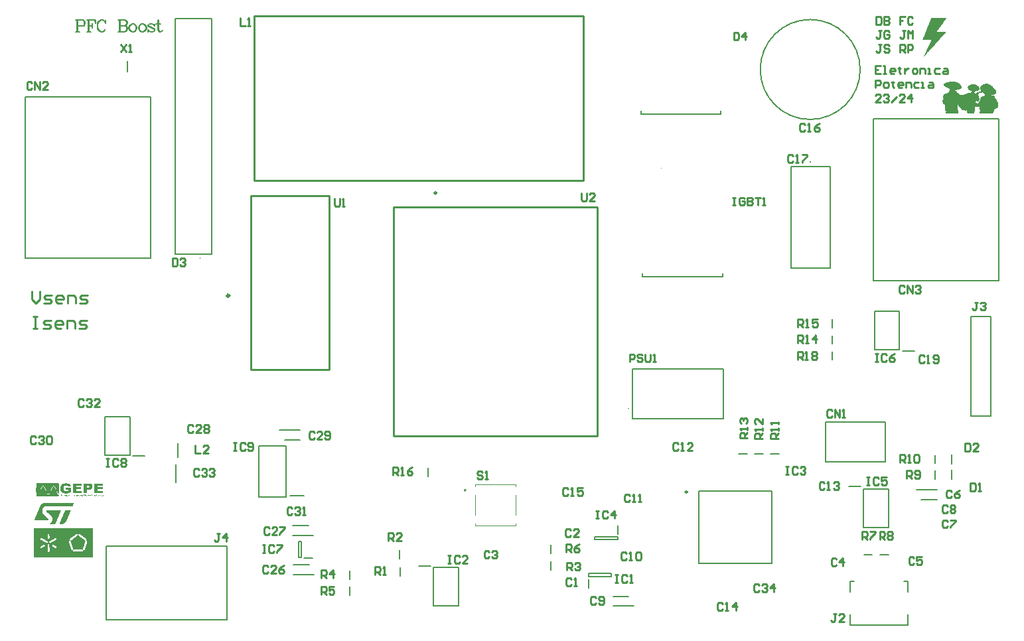
<source format=gbr>
%TF.GenerationSoftware,Altium Limited,Altium Designer,23.6.0 (18)*%
G04 Layer_Color=65535*
%FSLAX45Y45*%
%MOMM*%
%TF.SameCoordinates,1BF17B70-E076-4422-95A1-EF062E3CA17A*%
%TF.FilePolarity,Positive*%
%TF.FileFunction,Legend,Top*%
%TF.Part,Single*%
G01*
G75*
%TA.AperFunction,NonConductor*%
%ADD63C,0.10000*%
%ADD64C,0.25400*%
%ADD65C,0.20000*%
%ADD66C,0.25000*%
%ADD67C,0.35000*%
G36*
X11801429Y7723332D02*
X11798462D01*
Y7720365D01*
X11795496D01*
Y7714432D01*
X11792529D01*
Y7711465D01*
X11789562D01*
Y7708498D01*
X11786596D01*
Y7702565D01*
X11783629D01*
Y7699598D01*
X11780662D01*
Y7693665D01*
X11777696D01*
Y7690698D01*
X11774729D01*
Y7687732D01*
X11771762D01*
Y7681798D01*
X11768796D01*
Y7678831D01*
X11765829D01*
Y7672898D01*
X11762862D01*
Y7669932D01*
X11759896D01*
Y7666965D01*
X11756929D01*
Y7661031D01*
X11753962D01*
Y7658065D01*
X11750996D01*
Y7652132D01*
X11748029D01*
Y7649165D01*
X11745062D01*
Y7646198D01*
X11742096D01*
Y7640265D01*
X11739129D01*
Y7637298D01*
X11736162D01*
Y7631365D01*
X11733196D01*
Y7628398D01*
X11730229D01*
Y7622465D01*
X11727262D01*
Y7619498D01*
X11724296D01*
Y7616532D01*
X11721329D01*
Y7610598D01*
X11718362D01*
Y7607631D01*
X11715396D01*
Y7604665D01*
X11712429D01*
Y7598732D01*
X11709462D01*
Y7595765D01*
X11706496D01*
Y7589831D01*
X11703529D01*
Y7586865D01*
X11700562D01*
Y7580931D01*
X11697596D01*
Y7577965D01*
X11694629D01*
Y7574998D01*
X11691662D01*
Y7569065D01*
X11688696D01*
Y7566098D01*
X11685729D01*
Y7563131D01*
X11682762D01*
Y7557198D01*
X11679796D01*
Y7554232D01*
X11676829D01*
Y7548298D01*
X11795496D01*
Y7545332D01*
X11792529D01*
Y7542365D01*
X11789562D01*
Y7536431D01*
X11786596D01*
Y7533465D01*
X11783629D01*
Y7530498D01*
X11780662D01*
Y7527532D01*
X11777696D01*
Y7524565D01*
X11774729D01*
Y7521598D01*
X11771762D01*
Y7518631D01*
X11768796D01*
Y7515665D01*
X11765829D01*
Y7512698D01*
X11762862D01*
Y7506765D01*
X11759896D01*
Y7503798D01*
X11756929D01*
Y7500832D01*
X11753962D01*
Y7497865D01*
X11750996D01*
Y7494898D01*
X11748029D01*
Y7491931D01*
X11745062D01*
Y7488965D01*
X11742096D01*
Y7485998D01*
X11739129D01*
Y7483032D01*
X11736162D01*
Y7477098D01*
X11733196D01*
Y7474132D01*
X11730229D01*
Y7471165D01*
X11727262D01*
Y7468198D01*
X11724296D01*
Y7465231D01*
X11721329D01*
Y7462265D01*
X11718362D01*
Y7459298D01*
X11715396D01*
Y7456332D01*
X11712429D01*
Y7453365D01*
X11709462D01*
Y7447431D01*
X11706496D01*
Y7444465D01*
X11703529D01*
Y7441498D01*
X11700562D01*
Y7438531D01*
X11697596D01*
Y7435565D01*
X11694629D01*
Y7432598D01*
X11691662D01*
Y7429632D01*
X11688696D01*
Y7426665D01*
X11685729D01*
Y7423698D01*
X11682762D01*
Y7417765D01*
X11679796D01*
Y7414798D01*
X11676829D01*
Y7411832D01*
X11673862D01*
Y7408865D01*
X11670896D01*
Y7405898D01*
X11667929D01*
Y7402932D01*
X11664962D01*
Y7399965D01*
X11661996D01*
Y7396998D01*
X11659029D01*
Y7391065D01*
X11656062D01*
Y7388098D01*
X11653096D01*
Y7385132D01*
X11650129D01*
Y7382165D01*
X11647162D01*
Y7379198D01*
X11644196D01*
Y7376231D01*
X11641229D01*
Y7373265D01*
X11638262D01*
Y7370298D01*
X11635296D01*
Y7367331D01*
X11632329D01*
Y7364365D01*
X11629362D01*
Y7358432D01*
X11626396D01*
Y7355465D01*
X11623429D01*
Y7352498D01*
X11620462D01*
Y7349531D01*
X11617496D01*
Y7346565D01*
X11614529D01*
Y7343598D01*
X11611562D01*
Y7340631D01*
X11608596D01*
Y7337665D01*
X11605629D01*
Y7334698D01*
X11602662D01*
Y7331732D01*
X11599696D01*
Y7325798D01*
X11596729D01*
Y7322831D01*
X11593762D01*
Y7319865D01*
X11590796D01*
Y7316898D01*
X11587829D01*
Y7313932D01*
X11584862D01*
Y7310965D01*
X11581896D01*
Y7307998D01*
X11578929D01*
Y7305032D01*
X11575962D01*
Y7299098D01*
X11572996D01*
Y7296131D01*
X11570029D01*
Y7293165D01*
X11567062D01*
Y7290198D01*
X11564096D01*
Y7287232D01*
X11561129D01*
Y7284265D01*
X11558162D01*
Y7281298D01*
X11555196D01*
Y7278331D01*
X11552229D01*
Y7275365D01*
X11549262D01*
Y7269431D01*
X11546296D01*
Y7266465D01*
X11543329D01*
Y7263498D01*
X11540362D01*
Y7260532D01*
X11537396D01*
Y7257565D01*
X11534429D01*
Y7254598D01*
X11531462D01*
Y7251631D01*
X11528496D01*
Y7248665D01*
X11525529D01*
Y7245698D01*
X11522562D01*
Y7239765D01*
X11519596D01*
Y7236798D01*
X11516629D01*
Y7233832D01*
X11513662D01*
Y7230865D01*
X11510696D01*
Y7227898D01*
X11507729D01*
Y7233832D01*
X11510696D01*
Y7239765D01*
X11513662D01*
Y7245698D01*
X11516629D01*
Y7251631D01*
X11519596D01*
Y7260532D01*
X11522562D01*
Y7266465D01*
X11525529D01*
Y7272398D01*
X11528496D01*
Y7278331D01*
X11531462D01*
Y7284265D01*
X11534429D01*
Y7290198D01*
X11537396D01*
Y7296131D01*
X11540362D01*
Y7305032D01*
X11543329D01*
Y7310965D01*
X11546296D01*
Y7316898D01*
X11549262D01*
Y7322831D01*
X11552229D01*
Y7328765D01*
X11555196D01*
Y7334698D01*
X11558162D01*
Y7343598D01*
X11561129D01*
Y7349531D01*
X11564096D01*
Y7355465D01*
X11567062D01*
Y7361398D01*
X11570029D01*
Y7367331D01*
X11572996D01*
Y7373265D01*
X11575962D01*
Y7379198D01*
X11578929D01*
Y7388098D01*
X11581896D01*
Y7394031D01*
X11584862D01*
Y7399965D01*
X11587829D01*
Y7405898D01*
X11590796D01*
Y7411832D01*
X11593762D01*
Y7417765D01*
X11596729D01*
Y7423698D01*
X11599696D01*
Y7429632D01*
X11602662D01*
Y7438531D01*
X11605629D01*
Y7444465D01*
X11608596D01*
Y7447431D01*
X11495862D01*
Y7456332D01*
X11498829D01*
Y7462265D01*
X11501796D01*
Y7471165D01*
X11504762D01*
Y7477098D01*
X11507729D01*
Y7485998D01*
X11510696D01*
Y7491931D01*
X11513662D01*
Y7500832D01*
X11516629D01*
Y7506765D01*
X11519596D01*
Y7515665D01*
X11522562D01*
Y7521598D01*
X11525529D01*
Y7530498D01*
X11528496D01*
Y7536431D01*
X11531462D01*
Y7545332D01*
X11534429D01*
Y7551265D01*
X11537396D01*
Y7560165D01*
X11540362D01*
Y7566098D01*
X11543329D01*
Y7574998D01*
X11546296D01*
Y7580931D01*
X11549262D01*
Y7589831D01*
X11552229D01*
Y7595765D01*
X11555196D01*
Y7604665D01*
X11558162D01*
Y7610598D01*
X11561129D01*
Y7619498D01*
X11564096D01*
Y7625432D01*
X11567062D01*
Y7634331D01*
X11570029D01*
Y7640265D01*
X11572996D01*
Y7643232D01*
Y7646198D01*
Y7649165D01*
X11575962D01*
Y7655098D01*
X11578929D01*
Y7663998D01*
X11581896D01*
Y7669932D01*
X11584862D01*
Y7678831D01*
X11587829D01*
Y7684765D01*
X11590796D01*
Y7693665D01*
X11593762D01*
Y7699598D01*
X11596729D01*
Y7708498D01*
X11599696D01*
Y7714432D01*
X11602662D01*
Y7723332D01*
X11605629D01*
Y7729265D01*
X11801429D01*
Y7723332D01*
D02*
G37*
G36*
X11507729Y7224931D02*
X11504762D01*
Y7227898D01*
X11507729D01*
Y7224931D01*
D02*
G37*
G36*
X10987033Y7015389D02*
X10986344D01*
Y7016078D01*
X10987033D01*
Y7015389D01*
D02*
G37*
G36*
X11898241Y6910980D02*
X11906372D01*
Y6909819D01*
X11912180D01*
Y6908657D01*
X11917987D01*
Y6907495D01*
X11921472D01*
Y6906334D01*
X11926118D01*
Y6905172D01*
X11928441D01*
Y6904011D01*
X11931926D01*
Y6902849D01*
X11934249D01*
Y6901688D01*
X11936572D01*
Y6900526D01*
X11938895D01*
Y6899365D01*
X11941218D01*
Y6898203D01*
X11943542D01*
Y6897041D01*
X11945865D01*
Y6895880D01*
X11948188D01*
Y6894718D01*
X11949349D01*
Y6893557D01*
X11951673D01*
Y6892395D01*
X11953996D01*
Y6891234D01*
X11955157D01*
Y6890072D01*
X11956319D01*
Y6888911D01*
X11957480D01*
Y6887749D01*
X11959803D01*
Y6886587D01*
X11960965D01*
Y6885426D01*
X11962126D01*
Y6884264D01*
X11963288D01*
Y6883103D01*
X11965611D01*
Y6881941D01*
X11966773D01*
Y6880779D01*
X11967934D01*
Y6879618D01*
X11969096D01*
Y6878456D01*
X11970257D01*
Y6877295D01*
X11971419D01*
Y6876133D01*
X11972581D01*
Y6874972D01*
X11973742D01*
Y6873810D01*
X11974904D01*
Y6872649D01*
X11976065D01*
Y6871487D01*
X11977227D01*
Y6870326D01*
X11978388D01*
Y6869164D01*
X11979550D01*
Y6868003D01*
X11980712D01*
Y6865679D01*
X11981873D01*
Y6864518D01*
X11983035D01*
Y6862195D01*
X11984196D01*
Y6859871D01*
X11985358D01*
Y6857548D01*
X11986519D01*
Y6855225D01*
X11987681D01*
Y6851741D01*
X11988842D01*
Y6849418D01*
X11990004D01*
Y6836640D01*
X11988842D01*
Y6831994D01*
X11987681D01*
Y6830832D01*
X11986519D01*
Y6828509D01*
X11985358D01*
Y6827348D01*
X11984196D01*
Y6826186D01*
X11983035D01*
Y6825025D01*
X11981873D01*
Y6823863D01*
X11980712D01*
Y6822702D01*
X11978388D01*
Y6821540D01*
X11977227D01*
Y6820379D01*
X11974904D01*
Y6819217D01*
X11972581D01*
Y6818055D01*
X11970257D01*
Y6816894D01*
X11967934D01*
Y6815732D01*
X11965611D01*
Y6814571D01*
X11963288D01*
Y6813409D01*
X11957480D01*
Y6812247D01*
X11956319D01*
Y6811086D01*
X11947026D01*
Y6809924D01*
X11941218D01*
Y6808763D01*
X11935411D01*
Y6807601D01*
X11928441D01*
Y6806440D01*
X11924957D01*
Y6805278D01*
X11921472D01*
Y6802955D01*
X11920310D01*
Y6801794D01*
X11919149D01*
Y6802955D01*
X11917987D01*
Y6804117D01*
X11914503D01*
Y6802955D01*
X11913341D01*
Y6801794D01*
X11912180D01*
Y6800632D01*
X11911018D01*
Y6798309D01*
X11909856D01*
Y6793663D01*
X11911018D01*
Y6792501D01*
X11915664D01*
Y6791339D01*
X11920310D01*
Y6790178D01*
X11923795D01*
Y6789016D01*
X11926118D01*
Y6787855D01*
X11927280D01*
Y6785532D01*
X11928441D01*
Y6782047D01*
X11929603D01*
Y6778562D01*
X11930765D01*
Y6777401D01*
X11931926D01*
Y6776239D01*
X11933088D01*
Y6775078D01*
X11934249D01*
Y6773916D01*
X11936572D01*
Y6772755D01*
X11937734D01*
Y6771593D01*
X11938895D01*
Y6770431D01*
X11940057D01*
Y6769270D01*
X11941218D01*
Y6768108D01*
X11942380D01*
Y6766947D01*
X11944703D01*
Y6765785D01*
X11945865D01*
Y6764624D01*
X11947026D01*
Y6763462D01*
X11948188D01*
Y6762300D01*
X11949349D01*
Y6761139D01*
X11951673D01*
Y6759977D01*
X11952834D01*
Y6758816D01*
X11953996D01*
Y6757654D01*
X11955157D01*
Y6756493D01*
X11957480D01*
Y6755331D01*
X11958642D01*
Y6754170D01*
X11960965D01*
Y6753008D01*
X11962126D01*
Y6751847D01*
X11963288D01*
Y6750685D01*
X11964450D01*
Y6749523D01*
X11966773D01*
Y6748362D01*
X11967934D01*
Y6747200D01*
X11969096D01*
Y6746039D01*
X11970257D01*
Y6744877D01*
X11972581D01*
Y6741392D01*
X11971419D01*
Y6740231D01*
X11972581D01*
Y6739069D01*
X11973742D01*
Y6740231D01*
X11980712D01*
Y6741392D01*
X11983035D01*
Y6742554D01*
X11986519D01*
Y6743715D01*
X11990004D01*
Y6744877D01*
X11994650D01*
Y6746039D01*
X12003943D01*
Y6747200D01*
X12005104D01*
Y6746039D01*
X12017881D01*
Y6747200D01*
X12024851D01*
Y6748362D01*
X12029497D01*
Y6749523D01*
X12035305D01*
Y6750685D01*
X12039951D01*
Y6751847D01*
X12042274D01*
Y6753008D01*
X12045759D01*
Y6754170D01*
X12049244D01*
Y6755331D01*
X12052728D01*
Y6756493D01*
X12055051D01*
Y6757654D01*
X12057374D01*
Y6758816D01*
X12058536D01*
Y6759977D01*
X12059697D01*
Y6761139D01*
X12060859D01*
Y6762300D01*
X12063182D01*
Y6763462D01*
X12065505D01*
Y6764624D01*
X12066667D01*
Y6766947D01*
X12067829D01*
Y6768108D01*
X12068990D01*
Y6769270D01*
X12071313D01*
Y6770431D01*
X12072475D01*
Y6771593D01*
X12074798D01*
Y6772755D01*
X12087575D01*
Y6771593D01*
X12089898D01*
Y6772755D01*
X12093383D01*
Y6771593D01*
X12108483D01*
Y6772755D01*
X12113129D01*
Y6773916D01*
X12114291D01*
Y6775078D01*
X12115453D01*
Y6776239D01*
X12116614D01*
Y6784370D01*
X12118937D01*
Y6790178D01*
X12117776D01*
Y6789016D01*
X12116614D01*
Y6787855D01*
X12115453D01*
Y6791339D01*
X12114291D01*
Y6792501D01*
X12111968D01*
Y6793663D01*
X12108483D01*
Y6794824D01*
X12106160D01*
Y6795986D01*
X12103837D01*
Y6797147D01*
X12102675D01*
Y6798309D01*
X12100352D01*
Y6799471D01*
X12098029D01*
Y6800632D01*
X12096867D01*
Y6801794D01*
X12094544D01*
Y6802955D01*
X12092221D01*
Y6804117D01*
X12091060D01*
Y6805278D01*
X12088737D01*
Y6806440D01*
X12086413D01*
Y6807601D01*
X12085252D01*
Y6808763D01*
X12084090D01*
Y6809924D01*
X12081767D01*
Y6811086D01*
X12080606D01*
Y6812247D01*
X12079444D01*
Y6813409D01*
X12078282D01*
Y6815732D01*
X12077121D01*
Y6816894D01*
X12075959D01*
Y6818055D01*
X12074798D01*
Y6820379D01*
X12073636D01*
Y6822702D01*
X12072475D01*
Y6825025D01*
X12071313D01*
Y6828509D01*
X12070152D01*
Y6843610D01*
X12071313D01*
Y6847094D01*
X12072475D01*
Y6849418D01*
X12073636D01*
Y6851741D01*
X12074798D01*
Y6852902D01*
X12075959D01*
Y6854064D01*
X12077121D01*
Y6855225D01*
X12078282D01*
Y6856387D01*
X12079444D01*
Y6857548D01*
X12080606D01*
Y6858710D01*
X12081767D01*
Y6859871D01*
X12082929D01*
Y6861033D01*
X12084090D01*
Y6862195D01*
X12086413D01*
Y6863356D01*
X12087575D01*
Y6864518D01*
X12088737D01*
Y6865679D01*
X12091060D01*
Y6866841D01*
X12092221D01*
Y6868003D01*
X12094544D01*
Y6869164D01*
X12096867D01*
Y6870326D01*
X12098029D01*
Y6871487D01*
X12102675D01*
Y6872649D01*
X12104998D01*
Y6873810D01*
X12108483D01*
Y6874972D01*
X12111968D01*
Y6876133D01*
X12116614D01*
Y6877295D01*
X12122422D01*
Y6878456D01*
X12138684D01*
Y6879618D01*
X12144491D01*
Y6878456D01*
X12154945D01*
Y6877295D01*
X12161915D01*
Y6876133D01*
X12165400D01*
Y6874972D01*
X12168884D01*
Y6873810D01*
X12172369D01*
Y6872649D01*
X12175853D01*
Y6871487D01*
X12178177D01*
Y6870326D01*
X12180500D01*
Y6869164D01*
X12181661D01*
Y6868003D01*
X12183985D01*
Y6866841D01*
X12186308D01*
Y6865679D01*
X12188631D01*
Y6864518D01*
X12189792D01*
Y6863356D01*
X12190954D01*
Y6862195D01*
X12193277D01*
Y6861033D01*
X12194438D01*
Y6859871D01*
X12196761D01*
Y6858710D01*
X12197923D01*
Y6857548D01*
X12199085D01*
Y6856387D01*
X12201408D01*
Y6855225D01*
X12202569D01*
Y6854064D01*
X12203731D01*
Y6852902D01*
X12204893D01*
Y6851741D01*
X12206054D01*
Y6850579D01*
X12207216D01*
Y6849418D01*
X12208377D01*
Y6848256D01*
X12209539D01*
Y6847094D01*
X12210700D01*
Y6844771D01*
X12211862D01*
Y6843610D01*
X12213023D01*
Y6842448D01*
X12214185D01*
Y6841287D01*
X12215346D01*
Y6840125D01*
X12216508D01*
Y6838963D01*
X12217670D01*
Y6836640D01*
X12218831D01*
Y6834317D01*
X12219993D01*
Y6830832D01*
X12221154D01*
Y6826186D01*
X12222316D01*
Y6816894D01*
X12221154D01*
Y6813409D01*
X12219993D01*
Y6811086D01*
X12218831D01*
Y6809924D01*
X12217670D01*
Y6808763D01*
X12216508D01*
Y6807601D01*
X12215346D01*
Y6806440D01*
X12214185D01*
Y6804117D01*
X12211862D01*
Y6802955D01*
X12210700D01*
Y6801794D01*
X12209539D01*
Y6800632D01*
X12208377D01*
Y6799471D01*
X12206054D01*
Y6798309D01*
X12202569D01*
Y6797147D01*
X12200246D01*
Y6795986D01*
X12196761D01*
Y6794824D01*
X12193277D01*
Y6795986D01*
X12192115D01*
Y6794824D01*
X12189792D01*
Y6793663D01*
X12187469D01*
Y6792501D01*
X12185146D01*
Y6791339D01*
X12179338D01*
Y6790178D01*
X12171207D01*
Y6789016D01*
X12163076D01*
Y6787855D01*
X12161915D01*
Y6786693D01*
X12160753D01*
Y6783209D01*
X12159592D01*
Y6782047D01*
X12158430D01*
Y6777401D01*
X12157269D01*
Y6775078D01*
X12156107D01*
Y6770431D01*
X12157269D01*
Y6761139D01*
X12158430D01*
Y6759977D01*
X12159592D01*
Y6758816D01*
X12160753D01*
Y6757654D01*
X12161915D01*
Y6756493D01*
X12163076D01*
Y6757654D01*
X12168884D01*
Y6758816D01*
X12170046D01*
Y6759977D01*
X12173530D01*
Y6761139D01*
X12175853D01*
Y6762300D01*
X12177015D01*
Y6763462D01*
X12178177D01*
Y6764624D01*
X12179338D01*
Y6765785D01*
X12180500D01*
Y6766947D01*
X12181661D01*
Y6768108D01*
X12182823D01*
Y6769270D01*
X12183985D01*
Y6770431D01*
X12186308D01*
Y6772755D01*
X12187469D01*
Y6776239D01*
X12188631D01*
Y6779724D01*
X12189792D01*
Y6780886D01*
X12192115D01*
Y6779724D01*
X12193277D01*
Y6778562D01*
X12195600D01*
Y6777401D01*
X12197923D01*
Y6778562D01*
X12199085D01*
Y6779724D01*
X12208377D01*
Y6780886D01*
X12210700D01*
Y6782047D01*
X12216508D01*
Y6783209D01*
X12218831D01*
Y6784370D01*
X12221154D01*
Y6785532D01*
X12225801D01*
Y6786693D01*
X12228124D01*
Y6787855D01*
X12232770D01*
Y6789016D01*
X12236255D01*
Y6790178D01*
X12238578D01*
Y6797147D01*
X12237416D01*
Y6799471D01*
X12236255D01*
Y6801794D01*
X12235093D01*
Y6805278D01*
X12233932D01*
Y6808763D01*
X12232770D01*
Y6813409D01*
X12231608D01*
Y6816894D01*
X12230447D01*
Y6821540D01*
X12229285D01*
Y6837802D01*
X12230447D01*
Y6840125D01*
X12231608D01*
Y6842448D01*
X12232770D01*
Y6845933D01*
X12233932D01*
Y6848256D01*
X12235093D01*
Y6850579D01*
X12236255D01*
Y6851741D01*
X12237416D01*
Y6854064D01*
X12238578D01*
Y6855225D01*
X12239739D01*
Y6857548D01*
X12240901D01*
Y6858710D01*
X12242062D01*
Y6859871D01*
X12243224D01*
Y6861033D01*
X12244385D01*
Y6862195D01*
X12245547D01*
Y6863356D01*
X12246709D01*
Y6864518D01*
X12249032D01*
Y6865679D01*
X12250193D01*
Y6866841D01*
X12251355D01*
Y6868003D01*
X12253678D01*
Y6869164D01*
X12256001D01*
Y6870326D01*
X12257163D01*
Y6871487D01*
X12259486D01*
Y6872649D01*
X12261809D01*
Y6873810D01*
X12264132D01*
Y6874972D01*
X12266455D01*
Y6876133D01*
X12268778D01*
Y6877295D01*
X12271101D01*
Y6878456D01*
X12274586D01*
Y6879618D01*
X12278071D01*
Y6880779D01*
X12281555D01*
Y6881941D01*
X12286202D01*
Y6883103D01*
X12290848D01*
Y6884264D01*
X12300140D01*
Y6885426D01*
X12318725D01*
Y6884264D01*
X12324533D01*
Y6883103D01*
X12329179D01*
Y6881941D01*
X12333825D01*
Y6880779D01*
X12338472D01*
Y6879618D01*
X12340795D01*
Y6878456D01*
X12344280D01*
Y6877295D01*
X12345441D01*
Y6876133D01*
X12347764D01*
Y6874972D01*
X12350087D01*
Y6873810D01*
X12352411D01*
Y6872649D01*
X12353572D01*
Y6871487D01*
X12355895D01*
Y6870326D01*
X12358218D01*
Y6869164D01*
X12359380D01*
Y6868003D01*
X12361703D01*
Y6866841D01*
X12364026D01*
Y6865679D01*
X12365188D01*
Y6864518D01*
X12366349D01*
Y6863356D01*
X12368672D01*
Y6862195D01*
X12369834D01*
Y6861033D01*
X12372157D01*
Y6859871D01*
X12373319D01*
Y6858710D01*
X12374480D01*
Y6857548D01*
X12375642D01*
Y6856387D01*
X12377965D01*
Y6855225D01*
X12379126D01*
Y6854064D01*
X12380288D01*
Y6852902D01*
X12381449D01*
Y6851741D01*
X12383773D01*
Y6849418D01*
X12386096D01*
Y6847094D01*
X12387257D01*
Y6845933D01*
X12388419D01*
Y6844771D01*
X12389581D01*
Y6843610D01*
X12390742D01*
Y6842448D01*
X12391904D01*
Y6841287D01*
X12393065D01*
Y6840125D01*
X12394227D01*
Y6838963D01*
X12395388D01*
Y6837802D01*
X12396550D01*
Y6836640D01*
X12397711D01*
Y6835479D01*
X12398873D01*
Y6834317D01*
X12400034D01*
Y6833156D01*
X12401196D01*
Y6831994D01*
X12402358D01*
Y6830832D01*
X12403519D01*
Y6829671D01*
X12404681D01*
Y6828509D01*
X12405842D01*
Y6827348D01*
X12407004D01*
Y6826186D01*
X12408165D01*
Y6825025D01*
X12409327D01*
Y6823863D01*
X12410489D01*
Y6822702D01*
X12411650D01*
Y6821540D01*
X12412812D01*
Y6820379D01*
X12413973D01*
Y6818055D01*
X12415135D01*
Y6816894D01*
X12416296D01*
Y6815732D01*
X12417458D01*
Y6813409D01*
X12418619D01*
Y6812247D01*
X12419781D01*
Y6811086D01*
X12420943D01*
Y6808763D01*
X12422104D01*
Y6807601D01*
X12423266D01*
Y6805278D01*
X12424427D01*
Y6804117D01*
X12425589D01*
Y6800632D01*
X12426750D01*
Y6799471D01*
X12427912D01*
Y6797147D01*
X12429073D01*
Y6793663D01*
X12430235D01*
Y6789016D01*
X12431397D01*
Y6784370D01*
X12432558D01*
Y6765785D01*
X12431397D01*
Y6762300D01*
X12430235D01*
Y6759977D01*
X12429073D01*
Y6758816D01*
X12427912D01*
Y6756493D01*
X12426750D01*
Y6755331D01*
X12424427D01*
Y6754170D01*
X12423266D01*
Y6753008D01*
X12420943D01*
Y6751847D01*
X12418619D01*
Y6750685D01*
X12416296D01*
Y6749523D01*
X12412812D01*
Y6748362D01*
X12408165D01*
Y6747200D01*
X12404681D01*
Y6746039D01*
X12397711D01*
Y6744877D01*
X12390742D01*
Y6743715D01*
X12382611D01*
Y6742554D01*
X12370996D01*
Y6741392D01*
X12364026D01*
Y6740231D01*
X12365188D01*
Y6739069D01*
X12373319D01*
Y6737908D01*
X12380288D01*
Y6736746D01*
X12387257D01*
Y6735585D01*
X12390742D01*
Y6734423D01*
X12395388D01*
Y6733262D01*
X12397711D01*
Y6732100D01*
X12401196D01*
Y6730939D01*
X12404681D01*
Y6729777D01*
X12408165D01*
Y6728615D01*
X12409327D01*
Y6727454D01*
X12411650D01*
Y6726292D01*
X12412812D01*
Y6725131D01*
X12413973D01*
Y6722807D01*
X12415135D01*
Y6711192D01*
X12416296D01*
Y6704223D01*
X12417458D01*
Y6701899D01*
X12418619D01*
Y6699576D01*
X12419781D01*
Y6698415D01*
X12420943D01*
Y6697253D01*
X12422104D01*
Y6694930D01*
X12423266D01*
Y6693768D01*
X12424427D01*
Y6692607D01*
X12425589D01*
Y6691445D01*
X12426750D01*
Y6690284D01*
X12427912D01*
Y6689122D01*
X12429073D01*
Y6686799D01*
X12430235D01*
Y6685638D01*
X12431397D01*
Y6684476D01*
X12432558D01*
Y6683315D01*
X12433720D01*
Y6682153D01*
X12434881D01*
Y6680991D01*
X12436043D01*
Y6679830D01*
X12437204D01*
Y6677507D01*
X12438366D01*
Y6676345D01*
X12439528D01*
Y6674022D01*
X12440689D01*
Y6670537D01*
X12441851D01*
Y6667053D01*
X12443012D01*
Y6664730D01*
X12444174D01*
Y6660083D01*
X12445335D01*
Y6657760D01*
X12446497D01*
Y6655437D01*
X12447658D01*
Y6653114D01*
X12448820D01*
Y6651952D01*
X12449981D01*
Y6650791D01*
X12451143D01*
Y6649629D01*
X12452305D01*
Y6648468D01*
X12453466D01*
Y6647306D01*
X12454628D01*
Y6644983D01*
X12455789D01*
Y6642660D01*
X12456951D01*
Y6638014D01*
X12458112D01*
Y6631044D01*
X12459274D01*
Y6625236D01*
X12460436D01*
Y6619429D01*
X12461597D01*
Y6598521D01*
X12460436D01*
Y6592713D01*
X12459274D01*
Y6589228D01*
X12458112D01*
Y6585743D01*
X12456951D01*
Y6583420D01*
X12455789D01*
Y6581097D01*
X12454628D01*
Y6579936D01*
X12453466D01*
Y6578774D01*
X12448820D01*
Y6577612D01*
X12445335D01*
Y6576451D01*
X12443012D01*
Y6575289D01*
X12440689D01*
Y6574128D01*
X12438366D01*
Y6572966D01*
X12434881D01*
Y6571805D01*
X12431397D01*
Y6570643D01*
X12430235D01*
Y6569482D01*
X12429073D01*
Y6568320D01*
X12430235D01*
Y6567159D01*
X12431397D01*
Y6564835D01*
X12430235D01*
Y6565997D01*
X12427912D01*
Y6567159D01*
X12425589D01*
Y6568320D01*
X12424427D01*
Y6569482D01*
X12419781D01*
Y6568320D01*
X12417458D01*
Y6567159D01*
X12416296D01*
Y6565997D01*
X12415135D01*
Y6563674D01*
X12413973D01*
Y6559028D01*
X12412812D01*
Y6556704D01*
X12411650D01*
Y6554381D01*
X12410489D01*
Y6550897D01*
X12409327D01*
Y6547412D01*
X12408165D01*
Y6545089D01*
X12407004D01*
Y6542766D01*
X12405842D01*
Y6539281D01*
X12404681D01*
Y6535796D01*
X12403519D01*
Y6532312D01*
X12402358D01*
Y6528827D01*
X12401196D01*
Y6525342D01*
X12400034D01*
Y6521858D01*
X12398873D01*
Y6519535D01*
X12397711D01*
Y6518373D01*
X12396550D01*
Y6517212D01*
X12395388D01*
Y6514888D01*
X12393065D01*
Y6513727D01*
X12391904D01*
Y6512565D01*
X12390742D01*
Y6511404D01*
X12389581D01*
Y6510242D01*
X12388419D01*
Y6509080D01*
X12387257D01*
Y6507919D01*
X12386096D01*
Y6506757D01*
X12384934D01*
Y6505596D01*
X12383773D01*
Y6503273D01*
X12382611D01*
Y6502111D01*
X12218831D01*
Y6503273D01*
X12219993D01*
Y6512565D01*
X12221154D01*
Y6514888D01*
X12222316D01*
Y6520696D01*
X12223477D01*
Y6526504D01*
X12224639D01*
Y6529989D01*
X12225801D01*
Y6534635D01*
X12226962D01*
Y6539281D01*
X12228124D01*
Y6542766D01*
X12229285D01*
Y6548574D01*
X12230447D01*
Y6552058D01*
X12231608D01*
Y6553220D01*
X12232770D01*
Y6561351D01*
X12230447D01*
Y6562512D01*
X12228124D01*
Y6561351D01*
X12226962D01*
Y6560189D01*
X12225801D01*
Y6559028D01*
X12224639D01*
Y6557866D01*
X12223477D01*
Y6556704D01*
X12222316D01*
Y6554381D01*
X12219993D01*
Y6553220D01*
X12216508D01*
Y6554381D01*
X12215346D01*
Y6562512D01*
X12216508D01*
Y6565997D01*
X12217670D01*
Y6568320D01*
X12218831D01*
Y6574128D01*
X12219993D01*
Y6582259D01*
X12221154D01*
Y6591551D01*
X12222316D01*
Y6593874D01*
X12221154D01*
Y6595036D01*
X12210700D01*
Y6593874D01*
X12203731D01*
Y6592713D01*
X12196761D01*
Y6591551D01*
X12188631D01*
Y6590390D01*
X12166561D01*
Y6589228D01*
X12165400D01*
Y6588067D01*
X12164238D01*
Y6586905D01*
X12163076D01*
Y6572966D01*
X12161915D01*
Y6562512D01*
X12160753D01*
Y6553220D01*
X12159592D01*
Y6547412D01*
X12158430D01*
Y6540443D01*
X12157269D01*
Y6535796D01*
X12156107D01*
Y6531150D01*
X12154945D01*
Y6526504D01*
X12153784D01*
Y6521858D01*
X12152622D01*
Y6517212D01*
X12151461D01*
Y6512565D01*
X12150299D01*
Y6510242D01*
X12149138D01*
Y6506757D01*
X12147976D01*
Y6504434D01*
X12146814D01*
Y6502111D01*
X12075959D01*
Y6504434D01*
X12074798D01*
Y6505596D01*
X12073636D01*
Y6506757D01*
X12072475D01*
Y6507919D01*
X12071313D01*
Y6510242D01*
X12070152D01*
Y6511404D01*
X12068990D01*
Y6512565D01*
X12067829D01*
Y6514888D01*
X12066667D01*
Y6516050D01*
X12065505D01*
Y6517212D01*
X12064344D01*
Y6518373D01*
X12063182D01*
Y6520696D01*
X12062021D01*
Y6521858D01*
X12060859D01*
Y6524181D01*
X12059697D01*
Y6526504D01*
X12058536D01*
Y6531150D01*
X12057374D01*
Y6533473D01*
X12058536D01*
Y6543927D01*
X12057374D01*
Y6549735D01*
X12056213D01*
Y6550897D01*
X12050405D01*
Y6549735D01*
X12048082D01*
Y6548574D01*
X12046920D01*
Y6543927D01*
X12045759D01*
Y6542766D01*
X12044597D01*
Y6540443D01*
X12043436D01*
Y6542766D01*
X12036466D01*
Y6543927D01*
X12035305D01*
Y6546251D01*
X12034143D01*
Y6547412D01*
X12027174D01*
Y6548574D01*
X12024851D01*
Y6549735D01*
X12019043D01*
Y6550897D01*
X12007427D01*
Y6549735D01*
X12001620D01*
Y6550897D01*
X11998135D01*
Y6552058D01*
X11993489D01*
Y6553220D01*
X11992327D01*
Y6555543D01*
X11991166D01*
Y6556704D01*
X11990004D01*
Y6557866D01*
X11988842D01*
Y6559028D01*
X11987681D01*
Y6561351D01*
X11986519D01*
Y6563674D01*
X11985358D01*
Y6564835D01*
X11984196D01*
Y6565997D01*
X11983035D01*
Y6567159D01*
X11981873D01*
Y6568320D01*
X11980712D01*
Y6569482D01*
X11979550D01*
Y6570643D01*
X11978388D01*
Y6571805D01*
X11977227D01*
Y6572966D01*
X11976065D01*
Y6574128D01*
X11974904D01*
Y6576451D01*
X11973742D01*
Y6577612D01*
X11972581D01*
Y6578774D01*
X11971419D01*
Y6579936D01*
X11970257D01*
Y6581097D01*
X11969096D01*
Y6582259D01*
X11967934D01*
Y6583420D01*
X11965611D01*
Y6584582D01*
X11964450D01*
Y6585743D01*
X11963288D01*
Y6586905D01*
X11962126D01*
Y6588067D01*
X11960965D01*
Y6589228D01*
X11958642D01*
Y6590390D01*
X11957480D01*
Y6592713D01*
X11956319D01*
Y6593874D01*
X11955157D01*
Y6595036D01*
X11953996D01*
Y6596198D01*
X11952834D01*
Y6597359D01*
X11951673D01*
Y6600844D01*
X11950511D01*
Y6604328D01*
X11949349D01*
Y6606652D01*
X11948188D01*
Y6610136D01*
X11947026D01*
Y6612459D01*
X11945865D01*
Y6615944D01*
X11944703D01*
Y6618267D01*
X11943542D01*
Y6617106D01*
X11942380D01*
Y6585743D01*
X11943542D01*
Y6581097D01*
X11944703D01*
Y6572966D01*
X11943542D01*
Y6564835D01*
X11942380D01*
Y6561351D01*
X11943542D01*
Y6560189D01*
X11942380D01*
Y6559028D01*
X11943542D01*
Y6552058D01*
X11944703D01*
Y6547412D01*
X11945865D01*
Y6542766D01*
X11947026D01*
Y6540443D01*
X11948188D01*
Y6533473D01*
X11949349D01*
Y6524181D01*
X11950511D01*
Y6516050D01*
X11951673D01*
Y6509080D01*
X11952834D01*
Y6507919D01*
X11951673D01*
Y6502111D01*
X11787893D01*
Y6507919D01*
X11786731D01*
Y6514888D01*
X11787893D01*
Y6517212D01*
X11789054D01*
Y6520696D01*
X11790216D01*
Y6529989D01*
X11792539D01*
Y6531150D01*
X11793701D01*
Y6532312D01*
X11794862D01*
Y6533473D01*
X11797185D01*
Y6535796D01*
X11796024D01*
Y6536958D01*
X11792539D01*
Y6538120D01*
X11790216D01*
Y6539281D01*
X11787893D01*
Y6540443D01*
X11785570D01*
Y6541604D01*
X11784408D01*
Y6543927D01*
X11783246D01*
Y6550897D01*
X11782085D01*
Y6562512D01*
X11780923D01*
Y6570643D01*
X11779762D01*
Y6577612D01*
X11778600D01*
Y6595036D01*
X11779762D01*
Y6605490D01*
X11780923D01*
Y6611298D01*
X11782085D01*
Y6614783D01*
X11780923D01*
Y6615944D01*
X11777439D01*
Y6617106D01*
X11773954D01*
Y6618267D01*
X11771631D01*
Y6619429D01*
X11769308D01*
Y6620590D01*
X11766985D01*
Y6621752D01*
X11765823D01*
Y6622913D01*
X11763500D01*
Y6624075D01*
X11762338D01*
Y6625236D01*
X11761177D01*
Y6626398D01*
X11760015D01*
Y6628721D01*
X11758854D01*
Y6629883D01*
X11757692D01*
Y6631044D01*
X11756530D01*
Y6633367D01*
X11755369D01*
Y6635691D01*
X11754207D01*
Y6638014D01*
X11753046D01*
Y6641498D01*
X11751884D01*
Y6644983D01*
X11750723D01*
Y6650791D01*
X11749561D01*
Y6655437D01*
X11748400D01*
Y6675183D01*
X11749561D01*
Y6678668D01*
X11750723D01*
Y6680991D01*
X11751884D01*
Y6683315D01*
X11753046D01*
Y6685638D01*
X11754207D01*
Y6686799D01*
X11755369D01*
Y6689122D01*
X11756530D01*
Y6691445D01*
X11757692D01*
Y6693768D01*
X11758854D01*
Y6696092D01*
X11760015D01*
Y6698415D01*
X11758854D01*
Y6701899D01*
X11757692D01*
Y6711192D01*
X11758854D01*
Y6730939D01*
X11760015D01*
Y6741392D01*
X11761177D01*
Y6744877D01*
X11762338D01*
Y6746039D01*
X11763500D01*
Y6747200D01*
X11764662D01*
Y6748362D01*
X11765823D01*
Y6749523D01*
X11768146D01*
Y6750685D01*
X11770469D01*
Y6751847D01*
X11773954D01*
Y6753008D01*
X11777439D01*
Y6754170D01*
X11779762D01*
Y6755331D01*
X11783246D01*
Y6756493D01*
X11785570D01*
Y6757654D01*
X11789054D01*
Y6758816D01*
X11792539D01*
Y6759977D01*
X11796024D01*
Y6761139D01*
X11798347D01*
Y6762300D01*
X11801831D01*
Y6763462D01*
X11804154D01*
Y6764624D01*
X11806478D01*
Y6765785D01*
X11808801D01*
Y6766947D01*
X11811124D01*
Y6768108D01*
X11813447D01*
Y6769270D01*
X11815770D01*
Y6770431D01*
X11818093D01*
Y6771593D01*
X11820416D01*
Y6772755D01*
X11822739D01*
Y6773916D01*
X11823901D01*
Y6775078D01*
X11825062D01*
Y6776239D01*
X11826224D01*
Y6778562D01*
X11827386D01*
Y6782047D01*
X11828547D01*
Y6785532D01*
X11829709D01*
Y6787855D01*
X11830870D01*
Y6790178D01*
X11832032D01*
Y6791339D01*
X11833194D01*
Y6793663D01*
X11834355D01*
Y6795986D01*
X11835517D01*
Y6792501D01*
X11839001D01*
Y6801794D01*
X11840163D01*
Y6798309D01*
X11841324D01*
Y6799471D01*
X11842486D01*
Y6802955D01*
X11841324D01*
Y6804117D01*
X11842486D01*
Y6808763D01*
X11841324D01*
Y6809924D01*
X11839001D01*
Y6811086D01*
X11837840D01*
Y6812247D01*
X11836678D01*
Y6813409D01*
X11835517D01*
Y6815732D01*
X11834355D01*
Y6818055D01*
X11833194D01*
Y6820379D01*
X11832032D01*
Y6822702D01*
X11830870D01*
Y6823863D01*
X11828547D01*
Y6825025D01*
X11827386D01*
Y6826186D01*
X11823901D01*
Y6827348D01*
X11821578D01*
Y6828509D01*
X11818093D01*
Y6829671D01*
X11814609D01*
Y6830832D01*
X11812285D01*
Y6831994D01*
X11809962D01*
Y6833156D01*
X11806478D01*
Y6834317D01*
X11805316D01*
Y6835479D01*
X11801831D01*
Y6836640D01*
X11800670D01*
Y6837802D01*
X11798347D01*
Y6838963D01*
X11794862D01*
Y6840125D01*
X11793701D01*
Y6841287D01*
X11790216D01*
Y6842448D01*
X11789054D01*
Y6843610D01*
X11786731D01*
Y6844771D01*
X11785570D01*
Y6845933D01*
X11783246D01*
Y6847094D01*
X11780923D01*
Y6848256D01*
X11779762D01*
Y6849418D01*
X11778600D01*
Y6850579D01*
X11777439D01*
Y6851741D01*
X11776277D01*
Y6852902D01*
X11775115D01*
Y6854064D01*
X11773954D01*
Y6855225D01*
X11772792D01*
Y6856387D01*
X11771631D01*
Y6857548D01*
X11770469D01*
Y6858710D01*
X11769308D01*
Y6859871D01*
X11768146D01*
Y6861033D01*
X11766985D01*
Y6862195D01*
X11765823D01*
Y6864518D01*
X11764662D01*
Y6865679D01*
X11763500D01*
Y6869164D01*
X11762338D01*
Y6873810D01*
X11763500D01*
Y6878456D01*
X11764662D01*
Y6880779D01*
X11765823D01*
Y6881941D01*
X11766985D01*
Y6884264D01*
X11768146D01*
Y6885426D01*
X11769308D01*
Y6886587D01*
X11771631D01*
Y6887749D01*
X11772792D01*
Y6888911D01*
X11775115D01*
Y6890072D01*
X11776277D01*
Y6891234D01*
X11778600D01*
Y6892395D01*
X11779762D01*
Y6893557D01*
X11782085D01*
Y6894718D01*
X11784408D01*
Y6895880D01*
X11787893D01*
Y6897041D01*
X11790216D01*
Y6898203D01*
X11793701D01*
Y6899365D01*
X11796024D01*
Y6900526D01*
X11799508D01*
Y6901688D01*
X11802993D01*
Y6902849D01*
X11806478D01*
Y6904011D01*
X11812285D01*
Y6905172D01*
X11818093D01*
Y6906334D01*
X11825062D01*
Y6907495D01*
X11833194D01*
Y6908657D01*
X11842486D01*
Y6909819D01*
X11850617D01*
Y6910980D01*
X11862233D01*
Y6912142D01*
X11898241D01*
Y6910980D01*
D02*
G37*
G36*
X1036124Y1784811D02*
X1037227Y1784108D01*
X1037628Y1782704D01*
X1037428Y1760038D01*
X1036525Y1758935D01*
X1035723Y1758734D01*
X1033717Y1758533D01*
X1009145Y1758433D01*
X992195Y1758533D01*
X991593Y1758333D01*
X969428Y1758433D01*
X968726Y1757932D01*
X968426Y1757631D01*
X968024Y1756026D01*
X967924Y1739879D01*
X968225Y1739177D01*
X968927Y1738475D01*
X971334Y1738073D01*
X976951Y1738274D01*
X1022584Y1738174D01*
X1022685Y1738274D01*
X1023286Y1738073D01*
X1030808Y1738174D01*
X1031511Y1737672D01*
X1032012Y1737171D01*
X1032313Y1735867D01*
X1032413Y1714504D01*
X1032213Y1713903D01*
X1031511Y1712599D01*
X1030106Y1712197D01*
X1028401Y1712298D01*
X969228Y1712097D01*
X968526Y1711596D01*
X968024Y1710292D01*
X968225Y1687826D01*
X968726Y1687124D01*
X969529Y1686923D01*
X970231Y1686823D01*
X1037929Y1686923D01*
X1039233Y1686221D01*
X1039634Y1684617D01*
Y1666163D01*
Y1665962D01*
X1039534Y1663054D01*
X1039634Y1661148D01*
X1039032Y1660145D01*
X1038130Y1659844D01*
X929511Y1659744D01*
X928508Y1659944D01*
X927806Y1660446D01*
X927606Y1661248D01*
X927505Y1662151D01*
X927706Y1662753D01*
X927907Y1784108D01*
X928408Y1784811D01*
X929812Y1785011D01*
X1036124Y1784811D01*
D02*
G37*
G36*
X764528D02*
X765430Y1784309D01*
X765831Y1783306D01*
X766032Y1781902D01*
X765831Y1760239D01*
X764929Y1759135D01*
X763926Y1758734D01*
X760716Y1758533D01*
X702445Y1758433D01*
X698133Y1758533D01*
X697531Y1758333D01*
X696528Y1757731D01*
X695826Y1757029D01*
X695425Y1755424D01*
X695324Y1740280D01*
X695525Y1739478D01*
X696127Y1738876D01*
X697130Y1738475D01*
X697932Y1738274D01*
X755401Y1738174D01*
X757707Y1738274D01*
X758309Y1738073D01*
X759312Y1737672D01*
X760014Y1736970D01*
X760215Y1736168D01*
X760416Y1734764D01*
X760215Y1713702D01*
X759312Y1712599D01*
X758510Y1712398D01*
X755501Y1712197D01*
X755100Y1712398D01*
X754498Y1712197D01*
X750185Y1712298D01*
X697631Y1712097D01*
X695926Y1711796D01*
X695224Y1711094D01*
X695024Y1709690D01*
X695124Y1708386D01*
X695024Y1692440D01*
X695224Y1692039D01*
X695024Y1691437D01*
X695224Y1687826D01*
X695926Y1687124D01*
X697330Y1686923D01*
X767336Y1686723D01*
X767837Y1686221D01*
X768038Y1685419D01*
X767837Y1660345D01*
X767336Y1659844D01*
X655006Y1660045D01*
X654705Y1660345D01*
X654505Y1661148D01*
X654705Y1784108D01*
X655407Y1784811D01*
X656811Y1785011D01*
X756103D01*
X764528Y1784811D01*
D02*
G37*
G36*
X572364Y1786616D02*
X578783Y1786415D01*
X579384Y1786215D01*
X584700Y1785914D01*
X586907Y1785713D01*
X589314Y1785513D01*
X590517Y1785312D01*
X591320Y1785111D01*
X592924Y1784510D01*
X593827Y1784008D01*
X594830Y1783607D01*
X596836Y1783406D01*
X597638Y1783206D01*
X599042Y1783005D01*
X600446Y1782203D01*
X601449Y1781601D01*
X602252Y1781401D01*
X603355Y1781100D01*
X604057Y1780799D01*
X605060Y1779796D01*
X606665Y1779395D01*
X607668Y1778993D01*
X608370Y1778291D01*
X608570Y1777890D01*
X610576Y1776687D01*
X611479Y1775784D01*
X611880Y1775583D01*
X613685Y1774179D01*
X614487Y1773377D01*
X614889Y1773177D01*
X615992Y1772073D01*
X616193Y1771672D01*
X616594Y1771271D01*
X616794Y1770870D01*
X618198Y1769466D01*
X618399Y1769064D01*
X619402Y1768061D01*
X619603Y1767660D01*
X620605Y1766256D01*
X620806Y1765855D01*
X621408Y1765253D01*
X622411Y1763448D01*
X623213Y1762244D01*
X623514Y1761141D01*
X623915Y1760138D01*
X624216Y1759837D01*
X624417Y1759436D01*
X624818Y1759035D01*
X625420Y1757631D01*
X625720Y1756327D01*
X625921Y1755525D01*
X626824Y1753820D01*
X626623Y1752014D01*
X625720Y1751112D01*
X624417Y1750811D01*
X621809Y1750610D01*
X619603Y1750410D01*
X618399Y1750209D01*
X617597Y1750008D01*
X616493Y1749708D01*
X615089Y1749306D01*
X613685Y1749106D01*
X612883Y1748905D01*
X609072Y1748705D01*
X607066Y1748504D01*
X605461Y1748304D01*
X602452Y1746899D01*
X601650Y1746699D01*
X593526Y1746398D01*
X592322Y1746197D01*
X591320Y1745796D01*
X591019Y1745495D01*
X590016Y1745094D01*
X588411Y1745295D01*
X587308Y1746197D01*
X586305Y1747602D01*
X584700Y1750610D01*
X583497Y1751814D01*
X583296Y1752215D01*
X580789Y1754722D01*
X580387Y1754923D01*
X579986Y1755324D01*
X579585Y1755525D01*
X579184Y1755926D01*
X573768Y1758533D01*
X572364Y1758935D01*
X571561Y1759135D01*
X568954Y1759336D01*
X566948Y1759536D01*
X557721Y1759336D01*
X557119Y1759135D01*
X555515Y1758935D01*
X554913Y1758734D01*
X553910Y1758333D01*
X552004Y1757631D01*
X550299Y1756728D01*
X547692Y1755324D01*
X544482Y1752917D01*
X542978Y1751814D01*
X542777Y1751413D01*
X541874Y1750309D01*
X541172Y1749607D01*
X540972Y1749206D01*
X539568Y1747401D01*
X537361Y1743189D01*
X536960Y1742787D01*
X536358Y1741383D01*
X536158Y1739979D01*
X535456Y1736669D01*
X534653Y1733460D01*
X534352Y1732357D01*
X534152Y1731554D01*
X533951Y1730150D01*
X533751Y1727543D01*
X533650Y1721625D01*
X533851Y1714605D01*
X534052Y1713000D01*
X534252Y1711997D01*
X534553Y1710894D01*
X534954Y1709490D01*
X535556Y1707083D01*
X535957Y1704676D01*
X536258Y1703372D01*
X536860Y1701767D01*
X537261Y1700764D01*
X538063Y1699560D01*
X538565Y1698457D01*
X538966Y1697454D01*
X539167Y1697053D01*
X540069Y1695950D01*
X540771Y1695047D01*
X540972Y1694646D01*
X541874Y1693543D01*
X542777Y1692640D01*
X542978Y1692239D01*
X544282Y1690935D01*
X546087Y1689932D01*
X546488Y1689331D01*
X546889Y1689130D01*
X548695Y1688127D01*
X549196Y1687626D01*
X549296Y1687325D01*
X550299Y1686923D01*
X552907Y1686723D01*
X554311Y1685920D01*
X555515Y1685118D01*
X556919Y1684918D01*
X557721Y1684717D01*
X566547Y1684316D01*
X567149Y1684516D01*
X573568Y1684717D01*
X574169Y1684918D01*
X575573Y1685118D01*
X577780Y1686522D01*
X578582Y1686723D01*
X581892Y1687024D01*
X582895Y1687425D01*
X583797Y1688328D01*
X585202Y1688729D01*
X586505Y1689030D01*
X588611Y1690534D01*
X590317Y1690835D01*
X591420Y1691537D01*
X592523Y1692640D01*
X592924Y1693643D01*
X592724Y1703472D01*
X592022Y1704375D01*
X590618Y1704977D01*
X589815Y1705177D01*
X568653Y1705277D01*
X566948Y1705177D01*
X566246Y1705679D01*
X565845Y1706681D01*
X565745Y1727843D01*
X565945Y1728846D01*
X566547Y1729448D01*
X567349Y1729649D01*
X570157Y1729448D01*
X570759Y1729649D01*
X573267Y1729548D01*
X625119Y1729649D01*
X625720Y1729448D01*
X627927Y1729649D01*
X629231Y1728947D01*
X629431Y1727543D01*
X629231Y1677596D01*
X628328Y1676693D01*
X627927Y1676493D01*
X627124Y1675691D01*
X624116Y1674086D01*
X623715Y1673685D01*
X623313Y1673484D01*
X622110Y1672682D01*
X621709Y1672481D01*
X619101Y1671077D01*
X617697Y1670074D01*
X616694Y1669673D01*
X614889Y1668670D01*
X613083Y1667868D01*
X611780Y1667366D01*
X611078Y1666865D01*
X610476Y1666263D01*
X610074Y1666062D01*
X609473Y1665862D01*
X608069Y1665661D01*
X607266Y1665460D01*
X606364Y1664758D01*
X606163Y1664357D01*
X605060Y1663856D01*
X602954Y1663555D01*
X601850Y1662853D01*
X601449Y1662452D01*
X600446Y1662051D01*
X598441Y1661850D01*
X596635Y1661649D01*
X595231Y1660646D01*
X593827Y1660045D01*
X593024Y1659844D01*
X587609Y1659643D01*
X587007Y1659443D01*
X585904Y1659142D01*
X584199Y1658440D01*
X582895Y1658139D01*
X576476Y1657939D01*
X560128Y1657638D01*
X559526Y1657838D01*
X544883Y1658039D01*
X544282Y1658239D01*
X542978Y1658741D01*
X541874Y1659242D01*
X540270Y1659643D01*
X537662Y1659844D01*
X534854Y1660045D01*
X533450Y1661047D01*
X533049Y1661449D01*
X532246Y1661649D01*
X530842Y1661850D01*
X529037Y1662051D01*
X527633Y1663054D01*
X527232Y1663455D01*
X526429Y1663655D01*
X525025Y1663856D01*
X523922Y1664357D01*
X523721Y1664758D01*
X522819Y1665661D01*
X520411Y1666062D01*
X520111Y1666363D01*
X519910Y1666764D01*
X518807Y1667868D01*
X517002Y1668870D01*
X516600Y1669272D01*
X516199Y1669472D01*
X515096Y1670375D01*
X514394Y1671077D01*
X513993Y1671278D01*
X512288Y1672581D01*
X512087Y1672983D01*
X511385Y1673685D01*
X510984Y1673885D01*
X510282Y1674587D01*
X510081Y1674989D01*
X508075Y1676994D01*
X507875Y1677395D01*
X506270Y1679000D01*
X506070Y1679402D01*
X505668Y1679803D01*
X505468Y1680204D01*
X504866Y1680806D01*
X504665Y1681207D01*
X503863Y1682611D01*
X503061Y1683413D01*
X502860Y1683814D01*
X501857Y1685620D01*
X500854Y1687024D01*
X499851Y1688829D01*
X499450Y1689230D01*
X499249Y1689631D01*
X499049Y1690233D01*
X498848Y1691035D01*
X498648Y1692239D01*
X498247Y1692640D01*
X498046Y1693041D01*
X497645Y1693443D01*
X497444Y1693844D01*
X497043Y1694245D01*
X496642Y1696652D01*
X496140Y1698758D01*
X495037Y1700864D01*
X494836Y1701667D01*
X494636Y1704274D01*
X494235Y1705879D01*
X493432Y1707083D01*
X493031Y1708487D01*
X492831Y1710493D01*
X492630Y1726740D01*
X492831Y1727342D01*
X493031Y1735566D01*
X494235Y1738174D01*
X494636Y1739578D01*
X494937Y1742687D01*
X495338Y1743690D01*
X496241Y1745395D01*
X496642Y1747000D01*
X496843Y1749006D01*
X497845Y1750410D01*
X498447Y1751011D01*
X498748Y1752315D01*
X498949Y1753118D01*
X499651Y1754221D01*
X500453Y1755424D01*
X500654Y1756227D01*
X501957Y1758132D01*
X503161Y1760138D01*
X503662Y1760640D01*
X503863Y1761041D01*
X505769Y1763548D01*
X506571Y1764752D01*
X507072Y1765454D01*
X507474Y1765654D01*
X507674Y1766056D01*
X508276Y1766657D01*
X508477Y1767058D01*
X509179Y1767760D01*
X509580Y1767961D01*
X510081Y1768663D01*
X510984Y1769566D01*
X511385Y1769766D01*
X512087Y1770468D01*
X512288Y1770870D01*
X512789Y1771371D01*
X513190Y1771572D01*
X514294Y1772474D01*
X514996Y1773177D01*
X515999Y1773578D01*
X517002Y1774179D01*
X518005Y1775182D01*
X518406Y1775383D01*
X519810Y1776386D01*
X520612Y1777188D01*
X521415Y1777389D01*
X522618Y1777589D01*
X523320Y1778091D01*
X523521Y1778492D01*
X524223Y1779194D01*
X525025Y1779395D01*
X526329Y1779695D01*
X527031Y1779996D01*
X527633Y1780598D01*
X528034Y1780799D01*
X529037Y1781200D01*
X530642Y1781601D01*
X534052Y1783206D01*
X536659Y1783406D01*
X537461Y1783607D01*
X538665Y1783808D01*
X541273Y1785011D01*
X542878Y1785412D01*
X544282Y1785613D01*
X549497Y1786014D01*
X549898D01*
X550700Y1786215D01*
X555214Y1786516D01*
X557821Y1786716D01*
X571762Y1786816D01*
X572364Y1786616D01*
D02*
G37*
G36*
X864220Y1784811D02*
X864822Y1784610D01*
X866527Y1784309D01*
X867329Y1784108D01*
X869335Y1783707D01*
X871140Y1783507D01*
X874550Y1783306D01*
X876556Y1783106D01*
X877559Y1782905D01*
X878763Y1782303D01*
X880468Y1781601D01*
X881270Y1781401D01*
X882774Y1781100D01*
X883878Y1780398D01*
X884279Y1779996D01*
X885683Y1779595D01*
X886786Y1779294D01*
X887488Y1778793D01*
X888491Y1777790D01*
X890397Y1777088D01*
X891099Y1776586D01*
X892102Y1775583D01*
X892503Y1775383D01*
X894308Y1773578D01*
X894709Y1773377D01*
X895411Y1772876D01*
X895612Y1772474D01*
X896816Y1771271D01*
X897016Y1770870D01*
X898821Y1768262D01*
X899824Y1766457D01*
X900627Y1765253D01*
X900827Y1764451D01*
X902432Y1761041D01*
X902632Y1759035D01*
X903134Y1756728D01*
X903535Y1755725D01*
X904438Y1753619D01*
X904639Y1752215D01*
X904438Y1738575D01*
X903635Y1737171D01*
X903034Y1735767D01*
X902833Y1734363D01*
X902632Y1733560D01*
X902432Y1731554D01*
X900827Y1728144D01*
X900326Y1726841D01*
X900025Y1726540D01*
X899824Y1726139D01*
X899423Y1725737D01*
X897618Y1722327D01*
X895813Y1720522D01*
X895612Y1720121D01*
X891701Y1716209D01*
X891299Y1716009D01*
X889494Y1714605D01*
X888892Y1714003D01*
X887889Y1713602D01*
X886485Y1712799D01*
X886084Y1712398D01*
X885081Y1711997D01*
X884279Y1711796D01*
X882975Y1711295D01*
X882273Y1710593D01*
X881872Y1710392D01*
X880468Y1709791D01*
X877960Y1709490D01*
X876957Y1709089D01*
X875653Y1708386D01*
X874249Y1707985D01*
X872243Y1707785D01*
X870839Y1707584D01*
X868733Y1707083D01*
X867630Y1706782D01*
X866828Y1706581D01*
X865423Y1706381D01*
X863418Y1706180D01*
X841453Y1706080D01*
X833329Y1706180D01*
X832728Y1705979D01*
X832326Y1705779D01*
X831825Y1705277D01*
X831624Y1703271D01*
X831725Y1661047D01*
X831424Y1660345D01*
X830922Y1659844D01*
X829518Y1659643D01*
X828916Y1659844D01*
X792710Y1659744D01*
X791908Y1659944D01*
X791306Y1660345D01*
X791105Y1661148D01*
X791306Y1784108D01*
X792008Y1784811D01*
X792810Y1785011D01*
X806451D01*
X864220Y1784811D01*
D02*
G37*
G36*
X287729Y1792032D02*
X342991Y1792132D01*
X381705Y1791931D01*
X391935Y1791731D01*
X400761Y1791530D01*
X411392Y1791330D01*
X423427Y1791129D01*
X435663Y1790728D01*
X439675Y1790527D01*
X443285Y1790327D01*
X448701Y1790126D01*
X458129Y1789926D01*
X461739Y1789725D01*
X465751Y1789524D01*
X468359Y1789324D01*
X469061Y1788822D01*
X469562Y1788321D01*
X470565Y1786516D01*
X471368Y1784710D01*
X471568Y1783908D01*
X471869Y1781802D01*
X473173Y1778893D01*
X473374Y1778091D01*
X473574Y1776687D01*
X473875Y1770569D01*
X474076Y1769365D01*
X474376Y1768262D01*
X474778Y1767259D01*
X475079Y1766156D01*
X475279Y1765354D01*
X475480Y1763548D01*
X475680Y1760941D01*
X475881Y1756728D01*
X476082Y1754522D01*
X476282Y1752917D01*
X476683Y1750309D01*
X476884Y1748705D01*
X477084Y1746699D01*
X477285Y1743489D01*
X477486Y1737672D01*
X477887Y1719018D01*
X478288Y1705779D01*
X478489Y1696552D01*
X478589Y1679803D01*
X478388Y1679201D01*
X478087Y1675891D01*
X477887Y1672682D01*
X477686Y1665862D01*
X477486Y1662652D01*
X477084Y1660646D01*
X476884Y1659844D01*
X476282Y1658239D01*
X475380Y1656534D01*
X474878Y1656033D01*
X473474Y1655431D01*
X472571Y1655331D01*
X471769Y1655531D01*
X470064Y1656233D01*
X469061Y1656835D01*
X468158Y1657738D01*
X467958Y1658139D01*
X466955Y1659543D01*
X466253Y1660045D01*
X465350Y1661750D01*
X464548Y1662552D01*
X464347Y1662953D01*
X463946Y1663956D01*
X463645Y1665059D01*
X462341Y1666363D01*
X461940Y1667767D01*
X461438Y1669071D01*
X460335Y1670174D01*
X459934Y1671579D01*
X459734Y1672381D01*
X459132Y1673384D01*
X458330Y1674587D01*
X458129Y1675390D01*
X457527Y1676994D01*
X456524Y1678398D01*
X456123Y1679803D01*
X455822Y1681106D01*
X455521Y1681808D01*
X454117Y1683814D01*
X453816Y1684918D01*
X453214Y1686121D01*
X452312Y1688227D01*
X451610Y1690133D01*
X450707Y1691637D01*
X449905Y1693643D01*
X449604Y1695147D01*
X449203Y1696151D01*
X448501Y1697454D01*
X447097Y1700463D01*
X446896Y1701266D01*
X446395Y1702569D01*
X445993Y1703572D01*
X444890Y1706080D01*
X444388Y1707383D01*
X443486Y1709089D01*
X443085Y1710493D01*
X442784Y1711796D01*
X442383Y1712799D01*
X442082Y1713100D01*
X441881Y1713502D01*
X441079Y1714304D01*
X440878Y1715708D01*
X440577Y1717012D01*
X439875Y1718115D01*
X439073Y1719920D01*
X438872Y1720722D01*
X438070Y1722127D01*
X437669Y1722528D01*
X437268Y1723531D01*
X437067Y1724333D01*
X436766Y1726038D01*
X436465Y1726740D01*
X435563Y1727843D01*
X435262Y1728144D01*
X434961Y1729448D01*
X434760Y1730251D01*
X434459Y1730953D01*
X433557Y1732056D01*
X433055Y1733360D01*
X432253Y1734764D01*
X431651Y1735366D01*
X431451Y1735767D01*
X431250Y1736368D01*
X431049Y1737171D01*
X430648Y1738174D01*
X429445Y1739377D01*
X428743Y1741283D01*
X428041Y1742386D01*
X427639Y1742787D01*
X427439Y1743189D01*
X426436Y1744593D01*
X425433Y1745595D01*
X424430Y1747401D01*
X424029Y1747802D01*
X423828Y1748203D01*
X422625Y1749407D01*
X422424Y1749808D01*
X421822Y1750410D01*
X421622Y1750811D01*
X420719Y1751914D01*
X418312Y1754321D01*
X417911Y1754522D01*
X416707Y1755725D01*
X416306Y1755926D01*
X412094Y1757932D01*
X410088Y1758533D01*
X409286Y1758734D01*
X407280Y1758533D01*
X406277Y1758132D01*
X404371Y1757430D01*
X401262Y1755725D01*
X400159Y1754822D01*
X399657Y1754321D01*
X399256Y1754120D01*
X398755Y1753820D01*
X398554Y1753418D01*
X397651Y1752516D01*
X397250Y1752315D01*
X396348Y1751413D01*
X396147Y1751011D01*
X394543Y1749407D01*
X394342Y1749006D01*
X392938Y1747602D01*
X392135Y1746197D01*
X391333Y1745395D01*
X391132Y1744994D01*
X390130Y1743189D01*
X389327Y1742386D01*
X387923Y1739779D01*
X387522Y1739377D01*
X386920Y1737973D01*
X386720Y1737171D01*
X385717Y1735767D01*
X384914Y1733961D01*
X383711Y1731755D01*
X383109Y1730351D01*
X382708Y1728746D01*
X381705Y1727342D01*
X381304Y1726941D01*
X381103Y1726139D01*
X380902Y1724734D01*
X380702Y1723932D01*
X380301Y1723531D01*
X380100Y1723130D01*
X379498Y1722528D01*
X379298Y1721726D01*
X378897Y1720722D01*
X378596Y1719619D01*
X377793Y1718416D01*
X377292Y1717313D01*
X377091Y1716510D01*
X376590Y1715206D01*
X376088Y1714504D01*
X375286Y1713301D01*
X374885Y1711696D01*
X374584Y1710593D01*
X374082Y1709891D01*
X372076Y1705679D01*
X371274Y1703672D01*
X370773Y1702369D01*
X368466Y1697454D01*
X368265Y1696652D01*
X367563Y1694746D01*
X366059Y1692239D01*
X365758Y1690935D01*
X365156Y1689331D01*
X364454Y1688027D01*
X364053Y1687024D01*
X363752Y1685920D01*
X362749Y1684316D01*
X362448Y1684015D01*
X362147Y1682912D01*
X361947Y1681909D01*
X361546Y1680906D01*
X360844Y1679803D01*
X360041Y1678599D01*
X359740Y1677095D01*
X359339Y1676092D01*
X359038Y1675791D01*
X358838Y1675390D01*
X358035Y1673584D01*
X357835Y1672782D01*
X357233Y1671779D01*
X356431Y1670977D01*
X356030Y1669372D01*
X355829Y1668168D01*
X354525Y1666263D01*
X353522Y1664257D01*
X353221Y1663956D01*
X353121Y1663655D01*
X352820Y1663555D01*
X352620Y1663154D01*
X352018Y1661750D01*
X351215Y1660345D01*
X350413Y1659543D01*
X349209Y1657337D01*
X348207Y1656334D01*
X348006Y1655933D01*
X346903Y1654829D01*
X346501Y1654629D01*
X345499Y1654027D01*
X342891Y1653225D01*
X342088Y1653024D01*
X340684Y1653225D01*
X338177Y1654127D01*
X337475Y1654629D01*
X336272Y1655832D01*
X335870Y1656033D01*
X335469Y1656434D01*
X335168Y1656534D01*
X334968Y1656935D01*
X333563Y1658340D01*
X333363Y1658741D01*
X332460Y1659844D01*
X331758Y1660546D01*
X331558Y1660947D01*
X330354Y1663154D01*
X329552Y1663956D01*
X329151Y1664959D01*
X328148Y1666764D01*
X327546Y1667767D01*
X327045Y1669071D01*
X326343Y1670174D01*
X325540Y1671378D01*
X325038Y1673484D01*
X324236Y1674688D01*
X323735Y1675189D01*
X323334Y1676192D01*
X322832Y1678298D01*
X322130Y1679402D01*
X321528Y1680806D01*
X321328Y1681608D01*
X320826Y1682912D01*
X320525Y1683213D01*
X320325Y1683614D01*
X319924Y1684015D01*
X319522Y1685419D01*
X319021Y1687525D01*
X318319Y1688629D01*
X317717Y1689230D01*
X317316Y1690634D01*
X316915Y1692239D01*
X315912Y1693844D01*
X315711Y1694646D01*
X315310Y1695649D01*
X314307Y1697454D01*
X313505Y1699260D01*
X313204Y1700564D01*
X312803Y1701566D01*
X311900Y1703071D01*
X310697Y1705679D01*
X309794Y1708186D01*
X309393Y1709189D01*
X309092Y1709891D01*
X306685Y1714906D01*
X306384Y1716209D01*
X305983Y1717212D01*
X305481Y1717914D01*
X304880Y1718516D01*
X304478Y1719519D01*
X304278Y1720321D01*
X303977Y1721826D01*
X303576Y1722829D01*
X303074Y1723531D01*
X302673Y1723932D01*
X302272Y1725336D01*
X302071Y1726139D01*
X301670Y1727141D01*
X300667Y1728545D01*
X300366Y1729849D01*
X299865Y1731153D01*
X299263Y1731755D01*
X299062Y1732156D01*
X298661Y1732557D01*
X298360Y1733660D01*
X298160Y1734463D01*
X297759Y1735466D01*
X297257Y1736168D01*
X296856Y1736569D01*
X296455Y1737572D01*
X295452Y1739377D01*
X294850Y1739979D01*
X294449Y1741383D01*
X293847Y1742386D01*
X293145Y1743088D01*
X292844Y1743189D01*
X292443Y1744191D01*
X291942Y1745495D01*
X290838Y1746598D01*
X290638Y1747000D01*
X289635Y1748404D01*
X288632Y1749407D01*
X288431Y1749808D01*
X287729Y1750510D01*
X287328Y1750710D01*
X285723Y1752315D01*
X285322Y1752516D01*
X283918Y1753920D01*
X283517Y1754120D01*
X280107Y1755725D01*
X278803Y1756227D01*
X277198Y1756628D01*
X276195Y1756829D01*
X274591Y1757029D01*
X270679Y1757129D01*
X270077Y1756929D01*
X268774Y1756628D01*
X267771Y1756227D01*
X266066Y1755324D01*
X265263Y1754522D01*
X264862Y1754321D01*
X263759Y1753418D01*
X261753Y1751413D01*
X261552Y1751011D01*
X259747Y1749206D01*
X259547Y1748805D01*
X258945Y1748203D01*
X258744Y1747802D01*
X258142Y1747200D01*
X257942Y1746799D01*
X257541Y1746398D01*
X257340Y1745997D01*
X256738Y1745395D01*
X256538Y1744994D01*
X255535Y1743189D01*
X254532Y1742185D01*
X252927Y1739177D01*
X252325Y1738174D01*
X251523Y1736770D01*
X250520Y1735366D01*
X250219Y1734062D01*
X249818Y1733059D01*
X249116Y1731956D01*
X248715Y1731554D01*
X248313Y1730552D01*
X247812Y1728445D01*
X247110Y1727342D01*
X246508Y1725938D01*
X246308Y1725135D01*
X245806Y1723832D01*
X244903Y1722929D01*
X244502Y1721926D01*
X244302Y1720522D01*
X244001Y1719018D01*
X243499Y1718316D01*
X242697Y1717513D01*
X242296Y1716510D01*
X241995Y1713802D01*
X241594Y1712799D01*
X241293Y1712498D01*
X241092Y1712097D01*
X240691Y1711094D01*
X240491Y1710292D01*
X240190Y1707584D01*
X239989Y1706782D01*
X239588Y1705779D01*
X239086Y1704676D01*
X238685Y1703071D01*
X238485Y1700463D01*
X238685Y1698858D01*
X239488Y1697454D01*
X240190Y1696752D01*
X241594Y1696552D01*
X242697Y1697454D01*
X242898Y1697856D01*
X243399Y1698357D01*
X243800Y1698558D01*
X244101Y1698858D01*
X244302Y1699260D01*
X245204Y1700363D01*
X246107Y1701266D01*
X246609Y1702569D01*
X247311Y1703672D01*
X248113Y1704876D01*
X248414Y1706180D01*
X248815Y1707183D01*
X249316Y1707885D01*
X249718Y1708286D01*
X250320Y1709690D01*
X250721Y1710693D01*
X251322Y1712097D01*
X251724Y1713100D01*
X252325Y1714504D01*
X254532Y1719118D01*
X255234Y1721023D01*
X256939Y1724133D01*
X257340Y1725135D01*
X257541Y1725938D01*
X258042Y1727242D01*
X258343Y1727543D01*
X259747Y1730552D01*
X260951Y1732758D01*
X261552Y1734162D01*
X262355Y1735566D01*
X262756Y1735967D01*
X262957Y1736368D01*
X264361Y1738976D01*
X264762Y1739377D01*
X264962Y1739779D01*
X266166Y1741985D01*
X267169Y1742988D01*
X267370Y1743389D01*
X268272Y1744492D01*
X269275Y1745094D01*
X270479Y1746297D01*
X271883Y1746498D01*
X274891Y1746699D01*
X275493Y1746498D01*
X277098Y1746297D01*
X278903Y1744893D01*
X279505Y1744292D01*
X279906Y1744091D01*
X280608Y1743389D01*
X280809Y1742988D01*
X281812Y1741584D01*
X282413Y1740982D01*
X282614Y1740581D01*
X283015Y1740180D01*
X283216Y1739779D01*
X284119Y1738675D01*
X284420Y1738374D01*
X285222Y1736970D01*
X287027Y1734363D01*
X289635Y1729348D01*
X293245Y1722327D01*
X294048Y1721124D01*
X294449Y1718516D01*
X295351Y1717413D01*
X295853Y1716911D01*
X296254Y1715307D01*
X296555Y1714204D01*
X297257Y1713100D01*
X298059Y1711295D01*
X298360Y1709791D01*
X299363Y1708186D01*
X299664Y1707885D01*
X300065Y1706481D01*
X300366Y1704776D01*
X300667Y1704074D01*
X301670Y1702670D01*
X302071Y1701266D01*
X302573Y1699962D01*
X303876Y1697454D01*
X304177Y1695749D01*
X304579Y1694746D01*
X305682Y1693643D01*
X305983Y1692540D01*
X306183Y1691336D01*
X306384Y1690534D01*
X306685Y1689832D01*
X307688Y1688428D01*
X308089Y1687425D01*
X308289Y1686622D01*
X309092Y1685218D01*
X309694Y1683814D01*
X310095Y1682210D01*
X310897Y1680806D01*
X312301Y1677797D01*
X312803Y1676493D01*
X313204Y1675490D01*
X313705Y1674387D01*
X313906Y1673985D01*
X314909Y1672381D01*
X315511Y1670977D01*
X316012Y1669673D01*
X316915Y1668168D01*
X317617Y1666263D01*
X317918Y1665962D01*
X318118Y1665561D01*
X318921Y1664758D01*
X319121Y1663354D01*
X319623Y1662051D01*
X320926Y1660747D01*
X321729Y1658540D01*
X322632Y1657437D01*
X324136Y1654729D01*
X324537Y1654328D01*
X324738Y1653927D01*
X325741Y1652121D01*
X326744Y1651118D01*
X327747Y1649313D01*
X328950Y1648110D01*
X329151Y1647708D01*
X329853Y1646806D01*
X330254Y1646605D01*
X331859Y1645001D01*
X332260Y1644800D01*
X332661Y1644399D01*
X333062Y1644198D01*
X333864Y1643396D01*
X335269Y1642794D01*
X336773Y1642493D01*
X337776Y1642092D01*
X338980Y1641290D01*
X340083Y1640989D01*
X340885Y1640788D01*
X344095Y1640989D01*
X346100Y1642393D01*
X347204Y1642694D01*
X348207Y1643095D01*
X348507Y1643396D01*
X348909Y1643596D01*
X349711Y1644399D01*
X350112Y1644599D01*
X353823Y1648310D01*
X354024Y1648711D01*
X354625Y1649313D01*
X354826Y1649714D01*
X355829Y1650717D01*
X356631Y1652121D01*
X357434Y1652924D01*
X357634Y1653325D01*
X358637Y1655130D01*
X359439Y1655933D01*
X359640Y1656334D01*
X360242Y1657738D01*
X361044Y1659142D01*
X361445Y1659543D01*
X361646Y1659944D01*
X362047Y1660345D01*
X362849Y1662352D01*
X363652Y1663756D01*
X365658Y1666965D01*
X365858Y1667767D01*
X367162Y1669673D01*
X368065Y1671579D01*
X368867Y1672782D01*
X369770Y1675289D01*
X370773Y1676894D01*
X371274Y1678198D01*
X371976Y1680104D01*
X372277Y1680404D01*
X372879Y1681808D01*
X373080Y1682611D01*
X373681Y1684216D01*
X374684Y1685218D01*
X375085Y1686221D01*
X375286Y1687024D01*
X375486Y1688629D01*
X376891Y1690634D01*
X377091Y1691437D01*
X377593Y1692741D01*
X378395Y1693944D01*
X378897Y1695047D01*
X379097Y1696452D01*
X379298Y1697655D01*
X380200Y1698758D01*
X380702Y1699260D01*
X381103Y1700864D01*
X381304Y1702469D01*
X382607Y1704375D01*
X382908Y1705277D01*
X383109Y1706080D01*
X383410Y1707383D01*
X383711Y1707684D01*
X383911Y1708085D01*
X384312Y1708487D01*
X384713Y1709490D01*
X385115Y1711094D01*
X385315Y1712298D01*
X386318Y1713702D01*
X386720Y1714103D01*
X387121Y1715507D01*
X387422Y1716811D01*
X389829Y1721625D01*
X390531Y1722929D01*
X390932Y1723932D01*
X391433Y1725236D01*
X392637Y1727242D01*
X394342Y1730953D01*
X395545Y1733159D01*
X396348Y1734363D01*
X396548Y1734764D01*
X397952Y1736770D01*
X398955Y1738575D01*
X400159Y1739779D01*
X400460Y1740882D01*
X400761Y1741584D01*
X403669Y1744492D01*
X404070Y1744693D01*
X405474Y1746097D01*
X406879Y1746498D01*
X409486Y1746699D01*
X410288Y1746498D01*
X411292Y1746297D01*
X411793Y1745796D01*
X411994Y1745395D01*
X412495Y1744893D01*
X413899Y1744091D01*
X414802Y1743189D01*
X415002Y1742787D01*
X415604Y1742185D01*
X416206Y1741183D01*
X416908Y1740481D01*
X417309Y1740280D01*
X418813Y1737572D01*
X419215Y1737171D01*
X420619Y1734563D01*
X421020Y1734162D01*
X422625Y1731153D01*
X423427Y1729950D01*
X426235Y1724534D01*
X427038Y1722729D01*
X427539Y1721425D01*
X428041Y1720321D01*
X428643Y1718917D01*
X429645Y1717112D01*
X430648Y1714906D01*
X430949Y1713401D01*
X431350Y1712398D01*
X431651Y1712097D01*
X431852Y1711696D01*
X432454Y1711094D01*
X432855Y1709690D01*
X433156Y1708587D01*
X433557Y1707584D01*
X433858Y1707283D01*
X434459Y1705879D01*
X434861Y1704274D01*
X435362Y1702970D01*
X435663Y1702670D01*
X435863Y1702268D01*
X436465Y1701667D01*
X436867Y1699260D01*
X437168Y1698156D01*
X437870Y1697053D01*
X438271Y1696652D01*
X438471Y1696251D01*
X438672Y1695649D01*
X438872Y1694847D01*
X439173Y1693342D01*
X439875Y1692239D01*
X440477Y1690835D01*
X440678Y1690033D01*
X440878Y1689030D01*
X442182Y1687124D01*
X442684Y1685820D01*
X442884Y1683614D01*
X443787Y1682510D01*
X444288Y1681608D01*
X444689Y1680605D01*
X445291Y1679000D01*
X446094Y1677797D01*
X446695Y1675791D01*
X447698Y1673985D01*
X448501Y1672782D01*
X448801Y1671679D01*
X449403Y1670074D01*
X452512Y1663956D01*
X453315Y1662552D01*
X454117Y1661750D01*
X454318Y1661348D01*
X456123Y1657939D01*
X457928Y1655331D01*
X458731Y1653927D01*
X459533Y1653124D01*
X459734Y1652723D01*
X460135Y1652322D01*
X460335Y1651921D01*
X461539Y1650717D01*
X461739Y1650316D01*
X462341Y1649714D01*
X462542Y1649313D01*
X463745Y1648110D01*
X464347Y1647107D01*
X465952Y1645502D01*
X466152Y1645101D01*
X466654Y1644599D01*
X467055Y1644399D01*
X467958Y1643496D01*
X468158Y1643095D01*
X468459Y1642794D01*
X468860Y1642593D01*
X469562Y1641891D01*
X470164Y1640889D01*
X471167Y1639885D01*
X471368Y1639484D01*
X472371Y1637679D01*
X473374Y1636275D01*
X473574Y1634871D01*
X473374Y1631661D01*
X471769Y1628252D01*
X471468Y1625543D01*
X471268Y1624541D01*
X471067Y1623738D01*
X470264Y1621732D01*
X469462Y1619526D01*
X468860Y1618924D01*
X468058Y1618723D01*
X464849Y1618924D01*
X450807Y1618723D01*
X369770D01*
X195860Y1618924D01*
X194456Y1619927D01*
X193753Y1621030D01*
X192951Y1622234D01*
X192650Y1623337D01*
X192249Y1625744D01*
X192049Y1626546D01*
X190745Y1629054D01*
X190544Y1630458D01*
X190243Y1632364D01*
X189140Y1635874D01*
X188939Y1637278D01*
X188739Y1638080D01*
X188438Y1642794D01*
X188237Y1644399D01*
X188037Y1645402D01*
X187435Y1647006D01*
X186934Y1648711D01*
X186733Y1649514D01*
X186432Y1659643D01*
X186232Y1661850D01*
X185830Y1663856D01*
X185329Y1667968D01*
X185128Y1668770D01*
X184727Y1675189D01*
X184426Y1688328D01*
X184326Y1717513D01*
X184526Y1718115D01*
X184727Y1732156D01*
X184928Y1732758D01*
X185128Y1736368D01*
X185329Y1736970D01*
X185630Y1739077D01*
X186031Y1741684D01*
X186332Y1744392D01*
X186532Y1748805D01*
X186733Y1758233D01*
X186934Y1758834D01*
X187234Y1759938D01*
X187435Y1760740D01*
X188037Y1762345D01*
X188438Y1764351D01*
X188638Y1768162D01*
X189040Y1772775D01*
X189240Y1773778D01*
X189641Y1774781D01*
X190143Y1776486D01*
X190344Y1777890D01*
X190544Y1782103D01*
X191948Y1784309D01*
X192349Y1785914D01*
X192550Y1788521D01*
X193051Y1789023D01*
X196060Y1790427D01*
X201677Y1790628D01*
X211506Y1790828D01*
X215919Y1791029D01*
X225045Y1791330D01*
X229659Y1791530D01*
X233470Y1791731D01*
X238685Y1791931D01*
X286225Y1792132D01*
X287127Y1792232D01*
X287729Y1792032D01*
D02*
G37*
G36*
X909954Y1645001D02*
X910255Y1644700D01*
X910455Y1643897D01*
X910255Y1643095D01*
X909753Y1642593D01*
X906644Y1642694D01*
X900025Y1642493D01*
X899323Y1641992D01*
X898821Y1641490D01*
X898621Y1640086D01*
X898821Y1638080D01*
X899323Y1637378D01*
X900326Y1636977D01*
X907447Y1637077D01*
X908249Y1636877D01*
X908650Y1636476D01*
X908851Y1635673D01*
X908149Y1634770D01*
X906745Y1634570D01*
X904739Y1634770D01*
X899724Y1634570D01*
X899022Y1634068D01*
X898621Y1632664D01*
X898821Y1629656D01*
X899925Y1628552D01*
X901529Y1628151D01*
X907447Y1628051D01*
X908450Y1628252D01*
X909152Y1628352D01*
X910155Y1627750D01*
X910455Y1626847D01*
X910255Y1625844D01*
X909753Y1625343D01*
X904538Y1625543D01*
X903936Y1625343D01*
X899423Y1625443D01*
X898320Y1625343D01*
X897718Y1625543D01*
X896916Y1625744D01*
X896013Y1626446D01*
X895813Y1627850D01*
Y1638883D01*
Y1639083D01*
X895712Y1643596D01*
X896214Y1644298D01*
X896515Y1644599D01*
X897518Y1645001D01*
X899423Y1645101D01*
X907747Y1645001D01*
X908349Y1645201D01*
X909954Y1645001D01*
D02*
G37*
G36*
X648086Y1644900D02*
X648788Y1644399D01*
X648989Y1643596D01*
X648487Y1642894D01*
X647584Y1642593D01*
X639561Y1642393D01*
X638157Y1641591D01*
X637856Y1640688D01*
X637756Y1639585D01*
X637956Y1638381D01*
X638458Y1637679D01*
X639360Y1637378D01*
X640163Y1637178D01*
X647183Y1636977D01*
X648086Y1636275D01*
X647885Y1635272D01*
X647584Y1634971D01*
X646782Y1634770D01*
X645378Y1634570D01*
X638959Y1634369D01*
X638057Y1633667D01*
X637856Y1632865D01*
X637655Y1630257D01*
X638257Y1629254D01*
X638759Y1628753D01*
X641166Y1628151D01*
X648387Y1627951D01*
X649089Y1627248D01*
X649290Y1626446D01*
X648587Y1625543D01*
X647785Y1625343D01*
X635750Y1625543D01*
X634847Y1626245D01*
X634446Y1627650D01*
X634346Y1643596D01*
X634847Y1644298D01*
X635148Y1644599D01*
X636151Y1645001D01*
X642770D01*
X644475Y1645101D01*
X645779Y1645001D01*
X646381Y1645201D01*
X648086Y1644900D01*
D02*
G37*
G36*
X1014059Y1644599D02*
X1014360Y1644298D01*
X1014461Y1643396D01*
X1014360Y1643295D01*
X1014160Y1642493D01*
X1013658Y1641992D01*
X1012053Y1642192D01*
X1011351Y1642894D01*
X1011151Y1643697D01*
X1011853Y1644599D01*
X1012655Y1644800D01*
X1014059Y1644599D01*
D02*
G37*
G36*
X515397Y1645402D02*
X515999Y1645201D01*
X516801Y1645001D01*
X518105Y1644700D01*
X519108Y1644298D01*
X519509Y1643897D01*
X519709Y1643496D01*
X521114Y1642092D01*
X521314Y1641290D01*
X521114Y1640487D01*
X520411Y1639785D01*
X519007Y1639384D01*
X517704Y1640287D01*
X517503Y1640688D01*
X516299Y1641691D01*
X515798Y1642192D01*
X515397Y1642393D01*
X514394Y1642794D01*
X511385Y1642593D01*
X509981Y1641591D01*
X509580Y1641189D01*
X509179Y1640989D01*
X507875Y1639685D01*
X507273Y1637679D01*
X507072Y1636877D01*
X507273Y1632865D01*
X508677Y1630257D01*
X509780Y1629154D01*
X511586Y1628352D01*
X512990Y1628151D01*
X515597Y1628352D01*
X516199Y1628552D01*
X517603Y1629355D01*
X517904Y1630057D01*
Y1630257D01*
X518105Y1630859D01*
X517904Y1632263D01*
X517403Y1632765D01*
X515999Y1632965D01*
X515397Y1632765D01*
X514595Y1632965D01*
X514093Y1633266D01*
X513893Y1634068D01*
X514093Y1635673D01*
X514595Y1636175D01*
X515999Y1636375D01*
X516600Y1636175D01*
X518406Y1635974D01*
X519007Y1636175D01*
X520311Y1636275D01*
X521314Y1635874D01*
X521715Y1634470D01*
X521515Y1627850D01*
X520813Y1627148D01*
X520010Y1626947D01*
X518606Y1626145D01*
X517202Y1625543D01*
X516400Y1625343D01*
X509981Y1625543D01*
X508075Y1626847D01*
X506471Y1627850D01*
X506270Y1628252D01*
X503863Y1631661D01*
X503462Y1633066D01*
X503261Y1636877D01*
X503562Y1638381D01*
X505267Y1641490D01*
X506170Y1642593D01*
X506671Y1643095D01*
X506872Y1643496D01*
X507574Y1643997D01*
X509780Y1645001D01*
X512187Y1645602D01*
X515397Y1645402D01*
D02*
G37*
G36*
X694923Y1639384D02*
X695224Y1639083D01*
X695425Y1638281D01*
X695224Y1637479D01*
X694723Y1636977D01*
X694522D01*
X694422Y1636877D01*
X693218Y1636676D01*
X691714Y1636375D01*
X691212Y1635874D01*
X691012Y1635071D01*
X690811Y1625844D01*
X690310Y1625343D01*
X689507Y1625142D01*
X687903Y1625343D01*
X687602Y1625644D01*
X687201Y1627048D01*
X687401Y1638682D01*
X688103Y1639384D01*
X689106Y1639585D01*
X689708Y1639384D01*
X690510Y1639183D01*
X692918Y1639384D01*
X693519Y1639585D01*
X694923Y1639384D01*
D02*
G37*
G36*
X534954Y1638883D02*
X535155Y1638080D01*
X534954Y1637479D01*
X534453Y1636977D01*
X533650Y1636777D01*
X532146Y1636676D01*
X532046Y1636576D01*
X530842Y1636375D01*
X529940Y1635673D01*
X529739Y1634269D01*
X529538Y1632263D01*
X529338Y1626446D01*
X528636Y1625744D01*
X527232Y1625945D01*
X526730Y1626446D01*
X526530Y1627850D01*
X526429Y1637779D01*
X526730Y1638481D01*
X527432Y1639183D01*
X528234Y1639384D01*
X530842Y1639183D01*
X532347Y1639484D01*
X534052Y1639585D01*
X534954Y1638883D01*
D02*
G37*
G36*
X1003228Y1640186D02*
X1004331Y1639284D01*
X1004632Y1638983D01*
X1005033Y1638782D01*
X1006136Y1637880D01*
X1006738Y1636476D01*
X1006939Y1633868D01*
X1006738Y1626045D01*
X1006236Y1625543D01*
X1005434Y1625343D01*
X1004230Y1625543D01*
X1003528Y1626045D01*
X1003328Y1626847D01*
X1003127Y1635472D01*
X1002225Y1636576D01*
X1001422Y1636777D01*
X998213Y1636576D01*
X997310Y1635874D01*
Y1633868D01*
Y1633667D01*
X997110Y1625844D01*
X996608Y1625343D01*
X995806Y1625142D01*
X994201Y1625343D01*
X993700Y1625844D01*
X993499Y1626647D01*
X993399Y1637779D01*
X993599Y1638582D01*
X994402Y1639384D01*
X996407Y1639183D01*
X997009Y1638983D01*
X1000219Y1639183D01*
X1000820Y1639785D01*
X1001222Y1639986D01*
X1002225Y1640387D01*
X1003228Y1640186D01*
D02*
G37*
G36*
X883476D02*
X883777Y1639885D01*
X883978Y1638481D01*
X883777Y1637679D01*
X883075Y1636977D01*
X882273Y1636777D01*
X880668Y1636576D01*
X879966Y1636074D01*
X879766Y1635272D01*
X879565Y1625844D01*
X879064Y1625343D01*
X878261Y1625142D01*
X877659Y1624942D01*
X877057Y1625142D01*
X876155Y1625644D01*
X875954Y1626446D01*
X875854Y1637579D01*
X876055Y1638582D01*
X876556Y1639284D01*
X876857Y1639585D01*
X878662Y1639384D01*
X879665Y1638983D01*
X880668D01*
X881771Y1639885D01*
X882674Y1640387D01*
X883476Y1640186D01*
D02*
G37*
G36*
X787194Y1644599D02*
X787495Y1644298D01*
X787896Y1642694D01*
X787695Y1641891D01*
X787595Y1636777D01*
X787695Y1627248D01*
X787495Y1626647D01*
X787294Y1625844D01*
X786191Y1625343D01*
X784988Y1625543D01*
X783984Y1625945D01*
X781979Y1625744D01*
X780575Y1625142D01*
X777566Y1625343D01*
X776563Y1625945D01*
X774256Y1628252D01*
X774055Y1629054D01*
X773855Y1632263D01*
X774055Y1636275D01*
X774256Y1636476D01*
X774356Y1636576D01*
X775058Y1637278D01*
X775259Y1637679D01*
X776162Y1638582D01*
X776563Y1638782D01*
X778970Y1640387D01*
X780775Y1640186D01*
X781176Y1639785D01*
X781578Y1639585D01*
X782982Y1638983D01*
X784386Y1639183D01*
X784887Y1639685D01*
X785088Y1641089D01*
X784887Y1641691D01*
X785088Y1644098D01*
X785589Y1644599D01*
X786392Y1644800D01*
X787194Y1644599D01*
D02*
G37*
G36*
X971936Y1639384D02*
X972437Y1638883D01*
X972237Y1637278D01*
X971936Y1636977D01*
X971133Y1636777D01*
X969729Y1636576D01*
X968927Y1636375D01*
X968426Y1635874D01*
X968325Y1634570D01*
X968426Y1633066D01*
X968225Y1632464D01*
X968024Y1626446D01*
X967322Y1625543D01*
X965918Y1625142D01*
X965116Y1625543D01*
X965016Y1625644D01*
X964614Y1626647D01*
X964414Y1627449D01*
X964514Y1633366D01*
X964414Y1633868D01*
X964614Y1634470D01*
X964414Y1637880D01*
X965216Y1639284D01*
X966119Y1639384D01*
X967122Y1638983D01*
X967924Y1638782D01*
X969228Y1639083D01*
X970532Y1639585D01*
X971936Y1639384D01*
D02*
G37*
G36*
X663230Y1640387D02*
X663932Y1639885D01*
X664133Y1639484D01*
X665938Y1638281D01*
X666340Y1637278D01*
X666139Y1626045D01*
X665437Y1625343D01*
X664033Y1625543D01*
X663531Y1626045D01*
X663130Y1627449D01*
X662930Y1635272D01*
X662328Y1636275D01*
X662228Y1636375D01*
X661826Y1636777D01*
X660422Y1636977D01*
X659219Y1636777D01*
X658818Y1636375D01*
X658416Y1636175D01*
X658116Y1635272D01*
X657714Y1633667D01*
X657514Y1632263D01*
X657313Y1626647D01*
X656711Y1625644D01*
X656210Y1625142D01*
X654806Y1625343D01*
X654304Y1625844D01*
X654104Y1627850D01*
X654204Y1636977D01*
X654104Y1637479D01*
X654304Y1638080D01*
X654505Y1639484D01*
X654806Y1639986D01*
X655608Y1640186D01*
X656009Y1639986D01*
X656811Y1639183D01*
X657815Y1638782D01*
X659118Y1639284D01*
X661425Y1640387D01*
X662228Y1640588D01*
X663230Y1640387D01*
D02*
G37*
G36*
X582995Y1639785D02*
X583597Y1639183D01*
X583998Y1638983D01*
X585101Y1638080D01*
X585503Y1637679D01*
X585703Y1637278D01*
X586606Y1636175D01*
X587107Y1635071D01*
X587308Y1631260D01*
X587107Y1630658D01*
X586806Y1629355D01*
X585803Y1627750D01*
X585302Y1627248D01*
X585101Y1626847D01*
X584700Y1626446D01*
X584499Y1626045D01*
X584199Y1625744D01*
X583196Y1625343D01*
X581792Y1625142D01*
X578983Y1625343D01*
X578382Y1625543D01*
X577278Y1625243D01*
X576877Y1624240D01*
X576677Y1621632D01*
X575373Y1619727D01*
X574771Y1619526D01*
X573969Y1619727D01*
X573668Y1620027D01*
X573467Y1621431D01*
X573668Y1630257D01*
X573568Y1630358D01*
X573467Y1634670D01*
X573668Y1635272D01*
X573467Y1637278D01*
X573668Y1638682D01*
X574169Y1639384D01*
X574972Y1639585D01*
X576777Y1638782D01*
X578382Y1638983D01*
X580588Y1640387D01*
X581591Y1640588D01*
X582995Y1639785D01*
D02*
G37*
G36*
X766934Y1640186D02*
X768038Y1639284D01*
X768539Y1638782D01*
X769542Y1638181D01*
X769843Y1637880D01*
X770044Y1637077D01*
X769843Y1625844D01*
X769141Y1625142D01*
X767336D01*
X766433Y1625844D01*
X766232Y1626647D01*
X766032Y1636275D01*
X765530Y1636777D01*
X764126Y1636977D01*
X762822Y1636676D01*
X761619Y1635874D01*
X760616Y1634470D01*
X760215Y1633066D01*
X760014Y1626245D01*
X759312Y1625543D01*
X758309Y1625343D01*
X757005Y1626045D01*
X756604Y1627449D01*
X756805Y1638281D01*
X757106Y1638782D01*
X758109Y1639183D01*
X759713Y1638983D01*
X760315Y1638782D01*
X761118Y1638582D01*
X762421Y1639083D01*
X762923Y1639585D01*
X763324Y1639785D01*
X764728Y1640387D01*
X766934Y1640186D01*
D02*
G37*
G36*
X1043145D02*
X1046153Y1638582D01*
X1046655Y1638281D01*
X1046454Y1637077D01*
X1045953Y1636576D01*
X1044549Y1635974D01*
X1041941Y1637178D01*
X1039534Y1636977D01*
X1038832Y1636476D01*
X1038631Y1635673D01*
X1038832Y1635272D01*
X1039133Y1634971D01*
X1040537Y1634770D01*
X1041339Y1634570D01*
X1043746Y1634369D01*
X1044850Y1633467D01*
X1046153Y1632965D01*
X1047056Y1632464D01*
X1047257Y1631661D01*
X1047457Y1631060D01*
X1047257Y1630458D01*
X1047457Y1628452D01*
X1047056Y1627650D01*
X1046956Y1627549D01*
X1046354Y1626947D01*
X1045953Y1626747D01*
X1044749Y1625543D01*
X1043746Y1625142D01*
X1037729Y1625343D01*
X1036224Y1626245D01*
X1036024Y1626647D01*
X1035623Y1627650D01*
X1035823Y1628853D01*
X1036124Y1629154D01*
X1036926Y1629355D01*
X1038130Y1629154D01*
X1039534Y1628151D01*
X1039935Y1627951D01*
X1040938Y1627549D01*
X1042543Y1627750D01*
X1043445Y1628653D01*
X1043546Y1629555D01*
X1043345Y1630358D01*
X1042743Y1630959D01*
X1040738Y1631160D01*
X1038531Y1631360D01*
X1037428Y1632263D01*
X1036926Y1632765D01*
X1035924Y1633366D01*
X1035623Y1633667D01*
X1035422Y1634470D01*
X1035623Y1638080D01*
X1036124Y1638582D01*
X1037528Y1639384D01*
X1038130Y1639986D01*
X1039133Y1640387D01*
X1043145Y1640186D01*
D02*
G37*
G36*
X1027499D02*
X1028903Y1639183D01*
X1029304Y1638983D01*
X1029705Y1638582D01*
X1030106Y1638381D01*
X1031410Y1637077D01*
X1031511Y1636977D01*
X1031811Y1635874D01*
X1031109Y1634971D01*
X1029705Y1634770D01*
X1028301Y1635573D01*
X1027098Y1636777D01*
X1025693Y1636977D01*
X1023487Y1636777D01*
X1022384Y1635874D01*
X1022183Y1635071D01*
X1022384Y1632263D01*
X1022183Y1631661D01*
X1022384Y1629856D01*
X1023487Y1628753D01*
X1024289Y1628552D01*
X1025693Y1628352D01*
X1026496Y1628552D01*
X1027900Y1629355D01*
X1028903Y1630358D01*
X1029304Y1630558D01*
X1029906Y1630759D01*
X1031310Y1630558D01*
X1031811Y1630057D01*
X1031611Y1628452D01*
X1030708Y1627349D01*
X1029103Y1625744D01*
X1028101Y1625343D01*
X1026696Y1625142D01*
X1023086Y1625343D01*
X1021982Y1626245D01*
X1021481Y1626747D01*
X1021080Y1626947D01*
X1020177Y1627850D01*
X1019977Y1628252D01*
X1018573Y1629656D01*
X1018372Y1630458D01*
X1018573Y1635874D01*
X1019074Y1636576D01*
X1019475Y1636777D01*
X1020177Y1637479D01*
X1020378Y1637880D01*
X1020679Y1638381D01*
X1021080Y1638582D01*
X1022484Y1639384D01*
X1022885Y1639785D01*
X1023888Y1640186D01*
X1024691Y1640387D01*
X1027499Y1640186D01*
D02*
G37*
G36*
X946862D02*
X948768Y1638883D01*
X949871Y1638181D01*
X950974Y1637077D01*
X951175Y1635673D01*
X950473Y1634971D01*
X949069Y1634770D01*
X947665Y1635573D01*
X946662Y1636576D01*
X945257Y1636977D01*
X943352Y1636676D01*
X942249Y1635974D01*
X941948Y1635673D01*
X941547Y1634068D01*
X941747Y1630057D01*
X942851Y1628954D01*
X944255Y1628552D01*
X945057Y1628352D01*
X946160Y1628653D01*
X948166Y1629856D01*
X949069Y1630759D01*
X950072Y1630959D01*
X950974Y1630458D01*
X951175Y1629656D01*
X950974Y1628252D01*
X948266Y1625543D01*
X946662Y1625142D01*
X942249Y1625343D01*
X940845Y1626747D01*
X940443Y1626947D01*
X939340Y1628051D01*
X939140Y1628452D01*
X937936Y1629656D01*
X937735Y1630458D01*
X937936Y1635472D01*
X938839Y1636576D01*
X939942Y1638281D01*
X940443Y1638782D01*
X941045Y1638983D01*
X941246D01*
X942851Y1639986D01*
X944255Y1640387D01*
X946862Y1640186D01*
D02*
G37*
G36*
X847671Y1640086D02*
X848474Y1639284D01*
X848875Y1638281D01*
X849076Y1636275D01*
X849276Y1633868D01*
X850179Y1632765D01*
X851282Y1632664D01*
X851984Y1632965D01*
X852285Y1633266D01*
X852686Y1634670D01*
X852887Y1638080D01*
X853789Y1639183D01*
X854792Y1639585D01*
X855996Y1639384D01*
X856497Y1638883D01*
X856698Y1638080D01*
X856497Y1636676D01*
X855695Y1635272D01*
X855093Y1633868D01*
X854893Y1632464D01*
X854692Y1630057D01*
X854391Y1629555D01*
X854291Y1629455D01*
X853990Y1629154D01*
X853589Y1628954D01*
X853087Y1628452D01*
X852887Y1627650D01*
X852586Y1625945D01*
X851984Y1625343D01*
X851182Y1625142D01*
X849778Y1625343D01*
X849276Y1625644D01*
X848875Y1627248D01*
X848674Y1628653D01*
X847872Y1629455D01*
X847671Y1629856D01*
X846769Y1631160D01*
X845966Y1631360D01*
X845565Y1631160D01*
X845064Y1630658D01*
X844863Y1629254D01*
X844663Y1627650D01*
X843860Y1626245D01*
X843559Y1625744D01*
X843158Y1625543D01*
X842155Y1625142D01*
X840851Y1625644D01*
X839648Y1626847D01*
X839046Y1628252D01*
X838645Y1629254D01*
X838143Y1630558D01*
X837642Y1632263D01*
X837241Y1633868D01*
X836739Y1637178D01*
X836639Y1637679D01*
X836840Y1638281D01*
X837040Y1638682D01*
X837341Y1638983D01*
X838143Y1639183D01*
X839146Y1638582D01*
X839447Y1638281D01*
X839848Y1637278D01*
X840149Y1636175D01*
X840350Y1634570D01*
X840551Y1633366D01*
X841052Y1632664D01*
X841353Y1632364D01*
X842556Y1632564D01*
X843058Y1633066D01*
X843459Y1635874D01*
X843659Y1637077D01*
X844964Y1638983D01*
X845666Y1640086D01*
X846568Y1640387D01*
X847671Y1640086D01*
D02*
G37*
G36*
X866828Y1640186D02*
X869836Y1638582D01*
X870940Y1637679D01*
X871742Y1635874D01*
X871943Y1634470D01*
X871742Y1632063D01*
X871241Y1631561D01*
X869836Y1631160D01*
X865724Y1631260D01*
X863919Y1631060D01*
X863217Y1630558D01*
X862916Y1630057D01*
X863518Y1629054D01*
X863819Y1628753D01*
X864822Y1628352D01*
X866126Y1628252D01*
X866928Y1628452D01*
X867931Y1628853D01*
X868733Y1629054D01*
X869234Y1629154D01*
X870238Y1628552D01*
X870539Y1628252D01*
Y1627449D01*
Y1627248D01*
X869535Y1625844D01*
X868432Y1625343D01*
X866426Y1625142D01*
X863016Y1625343D01*
X861612Y1626145D01*
X860810Y1626947D01*
X860409Y1627148D01*
X859305Y1628252D01*
X858904Y1629254D01*
X858704Y1631260D01*
X858904Y1635874D01*
X859305Y1636275D01*
X859506Y1636676D01*
X860509Y1637679D01*
X860709Y1638080D01*
X861211Y1638582D01*
X863016Y1639585D01*
X864420Y1640186D01*
X865223Y1640387D01*
X866828Y1640186D01*
D02*
G37*
G36*
X930013D02*
X931016Y1639585D01*
X933222Y1638381D01*
X933523Y1638080D01*
X933924Y1637077D01*
X934727Y1635673D01*
X935328Y1634269D01*
X935529Y1632865D01*
X935328Y1632063D01*
X935128Y1631661D01*
X934626Y1631160D01*
X933022Y1630759D01*
X931618Y1630959D01*
X930815Y1631160D01*
X927505Y1631260D01*
X926703Y1631060D01*
X926001Y1630558D01*
X925901Y1629656D01*
X926302Y1629254D01*
X926402Y1628954D01*
X926803Y1628753D01*
X927806Y1628352D01*
X928609Y1628151D01*
X929913Y1628452D01*
X930013Y1628552D01*
X932219Y1629555D01*
X933022Y1629355D01*
X933322Y1629054D01*
X933724Y1627650D01*
X932921Y1626245D01*
X932620Y1625945D01*
X931216Y1625343D01*
X929812Y1625142D01*
X925801Y1625343D01*
X924396Y1626346D01*
X922290Y1628452D01*
X921889Y1629455D01*
X921689Y1630859D01*
X921889Y1635874D01*
X922591Y1636777D01*
X922992Y1636977D01*
X923895Y1637880D01*
X924095Y1638281D01*
X924396Y1638582D01*
X924797Y1638782D01*
X926202Y1639785D01*
X927606Y1640387D01*
X930013Y1640186D01*
D02*
G37*
G36*
X678676D02*
X680280Y1639183D01*
X680682Y1638983D01*
X682487Y1637579D01*
X682788Y1637278D01*
X683390Y1635874D01*
X683590Y1633266D01*
X683390Y1631862D01*
X682888Y1631360D01*
X680882Y1630759D01*
X678977Y1631060D01*
X677974Y1631260D01*
X676870Y1631360D01*
X676269Y1631160D01*
X675266Y1630558D01*
X674965Y1629856D01*
X675567Y1628853D01*
X676469Y1628352D01*
X677272Y1628151D01*
X678475Y1628352D01*
X680682Y1629756D01*
X681785Y1629455D01*
X682788Y1628853D01*
X682988Y1628051D01*
X682487Y1627148D01*
X682086Y1626947D01*
X680481Y1625343D01*
X678475Y1625142D01*
X674463Y1625343D01*
X673059Y1626346D01*
X671956Y1627248D01*
X671555Y1627650D01*
X671354Y1628051D01*
X670351Y1630257D01*
X670151Y1632865D01*
X670351Y1633667D01*
X670552Y1635874D01*
X671154Y1636476D01*
X671254Y1636777D01*
X671354Y1636877D01*
X671755Y1637278D01*
X671956Y1637679D01*
X672859Y1638582D01*
X673260Y1638782D01*
X675466Y1640186D01*
X676870Y1640387D01*
X678676Y1640186D01*
D02*
G37*
G36*
X567951Y1639986D02*
X568653Y1639284D01*
X568854Y1638883D01*
X569255Y1637880D01*
X569455Y1637077D01*
X569255Y1635071D01*
X569355Y1628352D01*
X569155Y1626747D01*
X568453Y1625644D01*
X567149Y1625142D01*
X565845Y1625443D01*
X564742Y1625945D01*
X562936Y1625744D01*
X561933Y1625343D01*
X560529Y1625142D01*
X558724Y1625343D01*
X557621Y1626245D01*
X557119Y1626747D01*
X556718Y1626947D01*
X556016Y1627650D01*
X555615Y1628653D01*
X555414Y1630057D01*
X555615Y1638481D01*
X556317Y1639384D01*
X557119Y1639585D01*
X558122Y1638983D01*
X558423Y1638682D01*
X558824Y1637679D01*
Y1633868D01*
Y1633667D01*
X558724Y1630558D01*
X559125Y1629555D01*
X559727Y1628954D01*
X560730Y1628552D01*
X561532Y1628352D01*
X562936Y1628552D01*
X564641Y1629856D01*
X565043Y1631260D01*
X565143Y1635773D01*
X565043Y1637880D01*
X566045Y1639685D01*
X566547Y1640186D01*
X567951Y1639986D01*
D02*
G37*
G36*
X812167Y1644499D02*
X813170Y1644098D01*
X814173Y1643095D01*
X814374Y1642694D01*
X815176Y1641490D01*
X815377Y1640287D01*
X815176Y1639685D01*
X814976Y1636676D01*
X814273Y1635372D01*
X813872Y1635172D01*
X812067Y1634169D01*
X811064Y1633567D01*
X809660Y1633166D01*
X806451Y1632965D01*
X804445Y1632765D01*
X803743Y1632263D01*
X803341Y1630859D01*
X803542Y1629856D01*
Y1629656D01*
X803341Y1626847D01*
X802439Y1625744D01*
X801235Y1625945D01*
X800734Y1627048D01*
X800834Y1635573D01*
X800734Y1643697D01*
X801235Y1644399D01*
X802639Y1644800D01*
X812167Y1644499D01*
D02*
G37*
G36*
X1013859Y1639785D02*
X1014360Y1638883D01*
X1014561Y1638080D01*
X1014761Y1636074D01*
X1014561Y1626245D01*
X1014059Y1625543D01*
X1013257Y1625343D01*
X1011853Y1625543D01*
X1011351Y1626045D01*
X1010950Y1627650D01*
X1011151Y1638481D01*
X1012053Y1639585D01*
X1012254Y1639785D01*
X1012455D01*
X1013056Y1639986D01*
X1013859Y1639785D01*
D02*
G37*
G36*
X917376Y1644599D02*
X917877Y1644298D01*
X918278Y1643295D01*
X918178Y1639986D01*
X918278Y1628653D01*
Y1628452D01*
X918078Y1626446D01*
X917376Y1625543D01*
X915972Y1625343D01*
X914969Y1625945D01*
X914668Y1626245D01*
X914467Y1628252D01*
X914568Y1641791D01*
X914467Y1643496D01*
X914969Y1644399D01*
X915972Y1644800D01*
X917376Y1644599D01*
D02*
G37*
G36*
X622511Y1645001D02*
X622812Y1644098D01*
X622210Y1643095D01*
X621909Y1642794D01*
X621508Y1642593D01*
X620605Y1641691D01*
X620806Y1640889D01*
X622210Y1639484D01*
X622611Y1638481D01*
X622411Y1637479D01*
X622110Y1637178D01*
X621709Y1636977D01*
X620405Y1636074D01*
X620204Y1634670D01*
X620405Y1633868D01*
X620204Y1626245D01*
X619703Y1625543D01*
X618900Y1625343D01*
X618098Y1625543D01*
X617797Y1625844D01*
X617597Y1626647D01*
X617396Y1628051D01*
X617496Y1635773D01*
X616995Y1636476D01*
X616694Y1636777D01*
X616293Y1636977D01*
X615591Y1637479D01*
X615390Y1638682D01*
X615992Y1640086D01*
X616092Y1640186D01*
X617396Y1641490D01*
X617597Y1642894D01*
X617897Y1643997D01*
X618299Y1644399D01*
X618700Y1644599D01*
X619703Y1645001D01*
X621709Y1645201D01*
X622511Y1645001D01*
D02*
G37*
G36*
X984172Y1640186D02*
X985776Y1639183D01*
X987180Y1638381D01*
X989487Y1636074D01*
X989688Y1634068D01*
X989487Y1633467D01*
X989688Y1632664D01*
X989487Y1629254D01*
X988685Y1627850D01*
X988183Y1627349D01*
X987782Y1627148D01*
X987381Y1626747D01*
X986980Y1626546D01*
X986378Y1625945D01*
X985375Y1625543D01*
X983770Y1625142D01*
X979558Y1625343D01*
X978555Y1625945D01*
X978455Y1626045D01*
X977352Y1627148D01*
X976951Y1627349D01*
X976248Y1628051D01*
X975847Y1629054D01*
X975647Y1629856D01*
X975446Y1631260D01*
X975647Y1635472D01*
X975847Y1636074D01*
X976850Y1637880D01*
X977352Y1638381D01*
X979257Y1639083D01*
X979558Y1639384D01*
X979959Y1639585D01*
X980561Y1640186D01*
X981364Y1640387D01*
X984172Y1640186D01*
D02*
G37*
G36*
X828014Y1640287D02*
X831223Y1638281D01*
X831825Y1637679D01*
X832026Y1637278D01*
X833430Y1635874D01*
X833630Y1634470D01*
Y1633266D01*
Y1633066D01*
X833430Y1629656D01*
X832527Y1628753D01*
X832226Y1628653D01*
X832026Y1628252D01*
X831624Y1627850D01*
X831424Y1627449D01*
X831123Y1627148D01*
X830722Y1626947D01*
X829117Y1625343D01*
X827713Y1625142D01*
X823099Y1625343D01*
X821996Y1626245D01*
X821294Y1626947D01*
X820893Y1627148D01*
X820191Y1627850D01*
X818586Y1631260D01*
X818385Y1633667D01*
X819389Y1635071D01*
X820391Y1636676D01*
X820592Y1637077D01*
X821495Y1638181D01*
X821896Y1638381D01*
X823801Y1639685D01*
X824303Y1640186D01*
X825306Y1640588D01*
X828014Y1640287D01*
D02*
G37*
G36*
X748581D02*
X749684Y1639585D01*
X750085Y1639183D01*
X750486Y1638983D01*
X751088Y1638381D01*
X751489Y1638181D01*
X752392Y1636676D01*
X752693Y1634770D01*
X752793Y1626245D01*
X752292Y1625543D01*
X750887Y1625142D01*
X750286Y1625343D01*
X748079Y1626346D01*
X747076Y1626145D01*
X746775Y1625844D01*
X746575Y1625443D01*
X745472Y1624942D01*
X745070D01*
X742062Y1625142D01*
X741159Y1626045D01*
X740958Y1626446D01*
X740056Y1627549D01*
X739755Y1627850D01*
X739354Y1628853D01*
X739554Y1630057D01*
X739955Y1630458D01*
X740156Y1630859D01*
X740958Y1631661D01*
X741159Y1632063D01*
X741861Y1632765D01*
X743767Y1633467D01*
X745873Y1634369D01*
X747478Y1634770D01*
X748480Y1635372D01*
X748581Y1636275D01*
X748079Y1636777D01*
X746475Y1637178D01*
X744268Y1636777D01*
X743165Y1635874D01*
X742262Y1635573D01*
X741460Y1635773D01*
X741159Y1636074D01*
X740958Y1636877D01*
X741159Y1638080D01*
X741861Y1638782D01*
X742262Y1638983D01*
X743666Y1639986D01*
X744669Y1640387D01*
X747778Y1640487D01*
X748581Y1640287D01*
D02*
G37*
G36*
X607467Y1640186D02*
X608069Y1639585D01*
X608470Y1639384D01*
X608871Y1638983D01*
X609874Y1638381D01*
X611479Y1636777D01*
X611880Y1636576D01*
X612381Y1635472D01*
X612482Y1631762D01*
X612281Y1629756D01*
X612080Y1628954D01*
X611378Y1627850D01*
X610676Y1627148D01*
X610275Y1626947D01*
X609974Y1626647D01*
X609774Y1626245D01*
X609272Y1625744D01*
X608269Y1625343D01*
X606865Y1625142D01*
X603154Y1625243D01*
X603054Y1625343D01*
X602051Y1625543D01*
X600948Y1626446D01*
X600045Y1627349D01*
X599644Y1627549D01*
X598942Y1628252D01*
X598741Y1629656D01*
X598541Y1630458D01*
X598741Y1636074D01*
X599243Y1636777D01*
X599644Y1636977D01*
X600547Y1637880D01*
X600747Y1638281D01*
X601048Y1638582D01*
X602452Y1639384D01*
X603255Y1640186D01*
X604057Y1640387D01*
X607467Y1640186D01*
D02*
G37*
G36*
X546488D02*
X547892Y1639183D01*
X549296Y1638582D01*
X549697Y1638381D01*
X550199Y1637880D01*
X551804Y1634470D01*
X552004Y1633066D01*
X551804Y1630458D01*
X550801Y1628853D01*
X550399Y1627850D01*
X549497Y1626947D01*
X549096Y1626747D01*
X547692Y1625343D01*
X546287Y1625142D01*
X541473Y1625343D01*
X540771Y1626045D01*
X540671Y1626145D01*
X539869Y1626947D01*
X539468Y1627148D01*
X538765Y1627850D01*
X538565Y1628252D01*
X537361Y1629455D01*
X537161Y1629856D01*
X536960Y1630458D01*
X536860Y1633166D01*
X537060Y1635172D01*
X537361Y1635874D01*
X538364Y1636877D01*
X538565Y1637278D01*
X539468Y1638381D01*
X539869Y1638782D01*
X541674Y1639785D01*
X543078Y1640387D01*
X544582Y1640487D01*
X546488Y1640186D01*
D02*
G37*
G36*
X957895Y1642995D02*
X958396Y1642493D01*
X958998Y1640086D01*
X959299Y1639585D01*
X959700Y1639384D01*
X960803Y1638481D01*
X960603Y1637278D01*
X958897Y1636375D01*
X958396Y1635071D01*
X958496Y1634770D01*
X958597Y1634670D01*
X958797Y1628653D01*
X959901Y1627549D01*
X960302Y1627349D01*
X960803Y1626847D01*
X960603Y1625644D01*
X960302Y1625343D01*
X958697Y1624942D01*
X957895Y1625142D01*
X956892Y1625744D01*
X956591Y1626045D01*
X956390Y1626446D01*
X955187Y1627650D01*
X954986Y1628452D01*
X954785Y1636074D01*
X954284Y1636777D01*
X953883Y1636977D01*
X953381Y1637479D01*
X953181Y1638281D01*
X953381Y1639284D01*
X953782Y1639685D01*
X953983Y1640086D01*
X954384Y1640487D01*
X955287Y1642393D01*
X955688Y1642593D01*
X957092Y1643195D01*
X957895Y1642995D01*
D02*
G37*
G36*
X705454Y1639885D02*
X705755Y1639585D01*
X706758Y1639183D01*
X707861Y1639083D01*
X708864Y1639284D01*
X710369Y1640186D01*
X711572Y1639986D01*
X712074Y1639083D01*
X712274Y1637679D01*
X712074Y1622635D01*
X711873Y1622234D01*
X711773Y1622133D01*
X710970Y1621331D01*
X710569Y1621131D01*
X710068Y1620629D01*
X709867Y1620228D01*
X709566Y1619927D01*
X708563Y1619526D01*
X707159Y1619325D01*
X704451Y1619225D01*
X702245Y1619426D01*
X701242Y1619827D01*
X699035Y1622033D01*
X698835Y1622835D01*
X699336Y1623939D01*
X700139Y1624139D01*
X700741Y1624340D01*
X701342Y1624139D01*
X702746Y1623337D01*
X703147Y1622936D01*
X703549Y1622735D01*
X704953Y1622133D01*
X706959Y1622334D01*
X707360Y1622735D01*
X707761Y1622936D01*
X708262Y1624039D01*
X708062Y1625844D01*
X707761Y1626145D01*
X706858Y1626245D01*
X705855Y1625844D01*
X704953Y1625343D01*
X703348Y1624942D01*
X701944Y1625142D01*
X701443Y1625644D01*
X701242Y1626045D01*
X700339Y1627148D01*
X699236Y1628051D01*
X698835Y1628452D01*
X698434Y1629856D01*
X698233Y1630658D01*
X698434Y1636074D01*
X699236Y1637479D01*
X699537Y1637980D01*
X699938Y1638181D01*
X700339Y1638582D01*
X700741Y1638782D01*
X702746Y1640186D01*
X704150Y1640387D01*
X705454Y1639885D01*
D02*
G37*
G36*
X717590Y1639384D02*
X718091Y1638883D01*
X718292Y1638481D01*
X719596Y1636576D01*
X719897Y1636275D01*
X720097Y1633667D01*
X720298Y1633266D01*
X720799Y1632564D01*
X721602Y1632364D01*
X722605Y1632564D01*
X723006Y1632965D01*
X723407Y1633166D01*
X724209Y1634369D01*
X725112Y1635874D01*
X725513Y1638281D01*
X726215Y1638983D01*
X727218Y1639183D01*
X728121Y1638481D01*
X728321Y1637077D01*
X728121Y1636476D01*
X727820Y1634770D01*
X727619Y1633968D01*
X727118Y1633266D01*
X726316Y1632464D01*
X725914Y1631461D01*
X725714Y1629054D01*
X725513Y1628452D01*
X725112Y1627449D01*
X724510Y1626045D01*
X724109Y1624641D01*
X723607Y1623337D01*
X722905Y1622234D01*
X721903Y1620830D01*
X721702Y1620429D01*
X721401Y1619927D01*
X721000Y1619727D01*
X719596Y1619125D01*
X718192Y1618924D01*
X716988Y1619125D01*
X716487Y1619626D01*
X716286Y1620429D01*
X716487Y1621231D01*
X716787Y1621732D01*
X717189Y1621933D01*
X717289Y1622033D01*
X717590Y1622334D01*
X717991Y1622535D01*
X719094Y1623437D01*
X719696Y1624039D01*
X719897Y1624841D01*
X719696Y1626647D01*
X718493Y1628653D01*
X718091Y1630257D01*
X717791Y1631762D01*
X716787Y1632965D01*
X716487Y1633266D01*
X716085Y1634871D01*
X715885Y1637479D01*
X715684Y1638080D01*
X715885Y1639083D01*
X716386Y1639585D01*
X717590Y1639384D01*
D02*
G37*
G36*
X661901Y1533097D02*
X662880D01*
Y1532118D01*
X663859D01*
Y1529180D01*
X662880D01*
Y1526242D01*
X661901D01*
Y1524284D01*
X660921D01*
Y1521346D01*
X659942D01*
Y1519388D01*
X658963D01*
Y1516450D01*
X657984D01*
Y1514491D01*
X657004D01*
Y1512533D01*
X656025D01*
Y1509595D01*
X655046D01*
Y1507637D01*
X654067D01*
Y1504699D01*
X653087D01*
Y1502741D01*
X652108D01*
Y1500782D01*
X651129D01*
Y1497845D01*
X650150D01*
Y1496865D01*
X649171D01*
Y1495886D01*
X316233D01*
Y1494907D01*
X310357D01*
Y1493928D01*
X305461D01*
Y1492948D01*
X302523D01*
Y1491969D01*
X299586D01*
Y1490990D01*
X297627D01*
Y1490011D01*
X294690D01*
Y1489031D01*
X292731D01*
Y1488052D01*
X291752D01*
Y1487073D01*
X289793D01*
Y1486094D01*
X287835D01*
Y1485114D01*
X286856D01*
Y1484135D01*
X284897D01*
Y1483156D01*
X283918D01*
Y1482177D01*
X282939D01*
Y1481198D01*
X281960D01*
Y1480218D01*
X280980D01*
Y1479239D01*
X279022D01*
Y1478260D01*
X278043D01*
Y1476301D01*
X277063D01*
Y1475322D01*
X276084D01*
Y1474343D01*
X275105D01*
Y1473364D01*
X274126D01*
Y1472384D01*
X273147D01*
Y1470426D01*
X272167D01*
Y1469447D01*
X271188D01*
Y1467488D01*
X270209D01*
Y1465530D01*
X269230D01*
Y1464551D01*
X268250D01*
Y1462592D01*
X267271D01*
Y1459654D01*
X266292D01*
Y1457696D01*
X265313D01*
Y1454758D01*
X264333D01*
Y1451821D01*
X263354D01*
Y1447904D01*
X262375D01*
Y1441049D01*
X261396D01*
Y1428319D01*
X262375D01*
Y1421465D01*
X263354D01*
Y1417548D01*
X264333D01*
Y1413631D01*
X265313D01*
Y1411672D01*
X266292D01*
Y1408735D01*
X267271D01*
Y1406776D01*
X268250D01*
Y1404818D01*
X269230D01*
Y1402859D01*
X270209D01*
Y1401880D01*
X271188D01*
Y1399922D01*
X272167D01*
Y1398942D01*
X273147D01*
Y1397963D01*
X274126D01*
Y1396005D01*
X275105D01*
Y1395025D01*
X276084D01*
Y1394046D01*
X277063D01*
Y1393067D01*
X278043D01*
Y1392088D01*
X279022D01*
Y1391108D01*
X280001D01*
Y1390129D01*
X280980D01*
Y1389150D01*
X281960D01*
Y1388171D01*
X282939D01*
Y1387192D01*
X284897D01*
Y1386212D01*
X285876D01*
Y1385233D01*
X286856D01*
Y1384254D01*
X287835D01*
Y1383275D01*
X288814D01*
Y1382295D01*
X289793D01*
Y1381316D01*
X290773D01*
Y1380337D01*
X291752D01*
Y1379358D01*
X292731D01*
Y1378378D01*
X293710D01*
Y1377399D01*
X294690D01*
Y1376420D01*
X295669D01*
Y1375441D01*
X296648D01*
Y1374462D01*
X297627D01*
Y1373482D01*
X298606D01*
Y1372503D01*
X300565D01*
Y1371524D01*
X301544D01*
Y1370545D01*
X302523D01*
Y1369565D01*
X303503D01*
Y1368586D01*
X304482D01*
Y1367607D01*
X305461D01*
Y1366628D01*
X306440D01*
Y1365649D01*
X307420D01*
Y1364669D01*
X308399D01*
Y1363690D01*
X309378D01*
Y1362711D01*
X310357D01*
Y1361732D01*
X311336D01*
Y1360752D01*
X312316D01*
Y1359773D01*
X313295D01*
Y1358794D01*
X314274D01*
Y1357815D01*
X316233D01*
Y1356835D01*
X317212D01*
Y1355856D01*
X318191D01*
Y1354877D01*
X319170D01*
Y1353898D01*
X320149D01*
Y1352919D01*
X321129D01*
Y1351939D01*
X322108D01*
Y1350960D01*
X323087D01*
Y1349981D01*
X324066D01*
Y1349002D01*
X325046D01*
Y1348022D01*
X326025D01*
Y1347043D01*
X327004D01*
Y1346064D01*
X327983D01*
Y1345085D01*
X328963D01*
Y1344106D01*
X329942D01*
Y1343126D01*
X331900D01*
Y1342147D01*
X332879D01*
Y1341168D01*
X333859D01*
Y1340189D01*
X334838D01*
Y1339209D01*
X335817D01*
Y1338230D01*
X336796D01*
Y1337251D01*
X337776D01*
Y1336272D01*
X338755D01*
Y1335292D01*
X339734D01*
Y1334313D01*
X340713D01*
Y1332355D01*
X341693D01*
Y1330396D01*
X342672D01*
Y1322563D01*
X341693D01*
Y1320604D01*
X340713D01*
Y1319625D01*
X339734D01*
Y1318646D01*
X337776D01*
Y1317666D01*
X336796D01*
Y1316687D01*
X332879D01*
Y1315708D01*
X165431D01*
Y1316687D01*
X163473D01*
Y1317666D01*
X162494D01*
Y1321583D01*
X163473D01*
Y1324521D01*
X164452D01*
Y1326479D01*
X165431D01*
Y1328438D01*
X166411D01*
Y1331376D01*
X167390D01*
Y1333334D01*
X168369D01*
Y1336272D01*
X169348D01*
Y1338230D01*
X170328D01*
Y1340189D01*
X171307D01*
Y1343126D01*
X172286D01*
Y1345085D01*
X173265D01*
Y1348022D01*
X174245D01*
Y1349981D01*
X175224D01*
Y1352919D01*
X176203D01*
Y1354877D01*
X177182D01*
Y1356835D01*
X178161D01*
Y1359773D01*
X179141D01*
Y1361732D01*
X180120D01*
Y1364669D01*
X181099D01*
Y1366628D01*
X182078D01*
Y1368586D01*
X183058D01*
Y1371524D01*
X184037D01*
Y1373482D01*
X185016D01*
Y1376420D01*
X185995D01*
Y1378378D01*
X186974D01*
Y1380337D01*
X187954D01*
Y1383275D01*
X188933D01*
Y1385233D01*
X189912D01*
Y1388171D01*
X190891D01*
Y1390129D01*
X191871D01*
Y1392088D01*
X192850D01*
Y1395025D01*
X193829D01*
Y1396984D01*
X194808D01*
Y1399922D01*
X195788D01*
Y1401880D01*
X196767D01*
Y1404818D01*
X197746D01*
Y1406776D01*
X198725D01*
Y1408735D01*
X199704D01*
Y1411672D01*
X200684D01*
Y1413631D01*
X201663D01*
Y1416568D01*
X202642D01*
Y1418527D01*
X203621D01*
Y1420485D01*
X204601D01*
Y1423423D01*
X205580D01*
Y1425381D01*
X206559D01*
Y1428319D01*
X207538D01*
Y1430278D01*
X208517D01*
Y1432236D01*
X209497D01*
Y1435174D01*
X210476D01*
Y1437132D01*
X211455D01*
Y1440070D01*
X212434D01*
Y1442028D01*
X213414D01*
Y1443987D01*
X214393D01*
Y1446924D01*
X215372D01*
Y1448883D01*
X216351D01*
Y1451821D01*
X217331D01*
Y1453779D01*
X218310D01*
Y1455738D01*
X219289D01*
Y1458675D01*
X220268D01*
Y1460634D01*
X221247D01*
Y1463571D01*
X222227D01*
Y1465530D01*
X223206D01*
Y1468468D01*
X224185D01*
Y1470426D01*
X225164D01*
Y1472384D01*
X226144D01*
Y1475322D01*
X227123D01*
Y1477281D01*
X228102D01*
Y1479239D01*
Y1480218D01*
X229081D01*
Y1482177D01*
X230060D01*
Y1484135D01*
X231040D01*
Y1487073D01*
X232019D01*
Y1489031D01*
X232998D01*
Y1491969D01*
X233977D01*
Y1493928D01*
X234957D01*
Y1495886D01*
X235936D01*
Y1497845D01*
X236915D01*
Y1499803D01*
X237894D01*
Y1501761D01*
X238874D01*
Y1502741D01*
X239853D01*
Y1504699D01*
X240832D01*
Y1505678D01*
X241811D01*
Y1507637D01*
X242790D01*
Y1508616D01*
X243770D01*
Y1509595D01*
X244749D01*
Y1511554D01*
X245728D01*
Y1512533D01*
X246707D01*
Y1513512D01*
X247687D01*
Y1514491D01*
X248666D01*
Y1515471D01*
X249645D01*
Y1516450D01*
X250624D01*
Y1517429D01*
X251604D01*
Y1518408D01*
X253562D01*
Y1519388D01*
X254541D01*
Y1520367D01*
X255520D01*
Y1521346D01*
X257479D01*
Y1522325D01*
X258458D01*
Y1523305D01*
X260417D01*
Y1524284D01*
X261396D01*
Y1525263D01*
X263354D01*
Y1526242D01*
X265313D01*
Y1527221D01*
X267271D01*
Y1528201D01*
X269230D01*
Y1529180D01*
X271188D01*
Y1530159D01*
X274126D01*
Y1531138D01*
X277063D01*
Y1532118D01*
X280980D01*
Y1533097D01*
X285876D01*
Y1534076D01*
X661901D01*
Y1533097D01*
D02*
G37*
G36*
X625669Y1444966D02*
X626648D01*
Y1443987D01*
X627627D01*
Y1441049D01*
X626648D01*
Y1439091D01*
X625669D01*
Y1436153D01*
X624690D01*
Y1434194D01*
X623710D01*
Y1432236D01*
X622731D01*
Y1429298D01*
X621752D01*
Y1427340D01*
X620773D01*
Y1424402D01*
X619794D01*
Y1422444D01*
X618814D01*
Y1420485D01*
X617835D01*
Y1417548D01*
X616856D01*
Y1415589D01*
X615877D01*
Y1412651D01*
X614897D01*
Y1410693D01*
X613918D01*
Y1407755D01*
X612939D01*
Y1405797D01*
X611960D01*
Y1403838D01*
X610980D01*
Y1400901D01*
X610001D01*
Y1398942D01*
X609022D01*
Y1396005D01*
X608043D01*
Y1394046D01*
X607064D01*
Y1392088D01*
X606084D01*
Y1389150D01*
X605105D01*
Y1387192D01*
X604126D01*
Y1384254D01*
X603147D01*
Y1382295D01*
X602167D01*
Y1379358D01*
X601188D01*
Y1377399D01*
X600209D01*
Y1375441D01*
X599230D01*
Y1372503D01*
X598251D01*
Y1370545D01*
X597271D01*
Y1367607D01*
X596292D01*
Y1365649D01*
X595313D01*
Y1363690D01*
X594334D01*
Y1360752D01*
X593354D01*
Y1358794D01*
X592375D01*
Y1355856D01*
X591396D01*
Y1353898D01*
X590417D01*
Y1350960D01*
X589437D01*
Y1349002D01*
X588458D01*
Y1347043D01*
X587479D01*
Y1344106D01*
X586500D01*
Y1342147D01*
X585521D01*
Y1339209D01*
X584541D01*
Y1337251D01*
X583562D01*
Y1335292D01*
X582583D01*
Y1332355D01*
X581604D01*
Y1330396D01*
X580624D01*
Y1327459D01*
X579645D01*
Y1325500D01*
X578666D01*
Y1323542D01*
X577687D01*
Y1320604D01*
X576708D01*
Y1318646D01*
X575728D01*
Y1315708D01*
X574749D01*
Y1313749D01*
X573770D01*
Y1310812D01*
X572791D01*
Y1308853D01*
X571811D01*
Y1306895D01*
X570832D01*
Y1304936D01*
X569853D01*
Y1302978D01*
X568874D01*
Y1301019D01*
X567894D01*
Y1299061D01*
X566915D01*
Y1298082D01*
X565936D01*
Y1296123D01*
X564957D01*
Y1295144D01*
X563978D01*
Y1294165D01*
X562998D01*
Y1292206D01*
X562019D01*
Y1291227D01*
X561040D01*
Y1290248D01*
X560061D01*
Y1289269D01*
X559081D01*
Y1288290D01*
X558102D01*
Y1287310D01*
X557123D01*
Y1286331D01*
X556144D01*
Y1285352D01*
X555164D01*
Y1284373D01*
X554185D01*
Y1283393D01*
X553206D01*
Y1282414D01*
X551248D01*
Y1281435D01*
X550268D01*
Y1280456D01*
X549289D01*
Y1279476D01*
X547331D01*
Y1278497D01*
X546351D01*
Y1277518D01*
X544393D01*
Y1276539D01*
X542435D01*
Y1275560D01*
X541455D01*
Y1274580D01*
X539497D01*
Y1273601D01*
X536559D01*
Y1272622D01*
X534601D01*
Y1271643D01*
X531663D01*
Y1270663D01*
X528725D01*
Y1269684D01*
X524808D01*
Y1268705D01*
X518933D01*
Y1267726D01*
X484660D01*
Y1268705D01*
X483681D01*
Y1270663D01*
X482702D01*
Y1271643D01*
X483681D01*
Y1274580D01*
X484660D01*
Y1276539D01*
X485639D01*
Y1279476D01*
X486619D01*
Y1281435D01*
X487598D01*
Y1284373D01*
X488577D01*
Y1286331D01*
X489556D01*
Y1289269D01*
X490535D01*
Y1291227D01*
X491515D01*
Y1293186D01*
X492494D01*
Y1296123D01*
X493473D01*
Y1298082D01*
X494452D01*
Y1301019D01*
X495432D01*
Y1302978D01*
X496411D01*
Y1304936D01*
X497390D01*
Y1307874D01*
X498369D01*
Y1309833D01*
X499349D01*
Y1312770D01*
X500328D01*
Y1314729D01*
X501307D01*
Y1316687D01*
X502286D01*
Y1319625D01*
X503265D01*
Y1321583D01*
X504245D01*
Y1322563D01*
Y1324521D01*
X505224D01*
Y1326479D01*
X506203D01*
Y1329417D01*
X507182D01*
Y1331376D01*
X508162D01*
Y1333334D01*
X509141D01*
Y1336272D01*
X510120D01*
Y1338230D01*
X511099D01*
Y1341168D01*
X512078D01*
Y1343126D01*
X513058D01*
Y1345085D01*
X514037D01*
Y1348022D01*
X515016D01*
Y1349981D01*
X515995D01*
Y1352919D01*
X516975D01*
Y1354877D01*
X517954D01*
Y1357815D01*
X518933D01*
Y1359773D01*
X519912D01*
Y1361732D01*
X520892D01*
Y1364669D01*
X521871D01*
Y1366628D01*
X522850D01*
Y1369565D01*
X523829D01*
Y1371524D01*
X524808D01*
Y1373482D01*
X525788D01*
Y1376420D01*
X526767D01*
Y1378378D01*
X527746D01*
Y1381316D01*
X528725D01*
Y1383275D01*
X529705D01*
Y1386212D01*
X530684D01*
Y1388171D01*
X531663D01*
Y1390129D01*
X532642D01*
Y1393067D01*
X533621D01*
Y1395025D01*
X534601D01*
Y1397963D01*
X535580D01*
Y1399922D01*
X536559D01*
Y1401880D01*
X537538D01*
Y1404818D01*
X538518D01*
Y1406776D01*
X539497D01*
Y1409714D01*
X540476D01*
Y1411672D01*
X541455D01*
Y1414610D01*
X542435D01*
Y1416568D01*
X543414D01*
Y1418527D01*
X544393D01*
Y1421465D01*
X545372D01*
Y1423423D01*
X546351D01*
Y1426361D01*
X547331D01*
Y1428319D01*
X548310D01*
Y1430278D01*
X549289D01*
Y1433215D01*
X550268D01*
Y1435174D01*
X551248D01*
Y1438111D01*
X552227D01*
Y1440070D01*
X553206D01*
Y1442028D01*
X554185D01*
Y1443008D01*
X555164D01*
Y1443987D01*
X556144D01*
Y1444966D01*
X558102D01*
Y1445945D01*
X625669D01*
Y1444966D01*
D02*
G37*
G36*
X501307D02*
X502286D01*
Y1441049D01*
X501307D01*
Y1438111D01*
X500328D01*
Y1436153D01*
X499349D01*
Y1433215D01*
X498369D01*
Y1431257D01*
X497390D01*
Y1428319D01*
X496411D01*
Y1426361D01*
X495432D01*
Y1424402D01*
X494452D01*
Y1421465D01*
X493473D01*
Y1419506D01*
X492494D01*
Y1416568D01*
X491515D01*
Y1414610D01*
X490535D01*
Y1412651D01*
X489556D01*
Y1409714D01*
X488577D01*
Y1407755D01*
X487598D01*
Y1404818D01*
X486619D01*
Y1402859D01*
X485639D01*
Y1399922D01*
X484660D01*
Y1397963D01*
X483681D01*
Y1396005D01*
X482702D01*
Y1393067D01*
X481722D01*
Y1391108D01*
X480743D01*
Y1388171D01*
X479764D01*
Y1386212D01*
X478785D01*
Y1384254D01*
X477805D01*
Y1381316D01*
X476826D01*
Y1379358D01*
X475847D01*
Y1376420D01*
X474868D01*
Y1374462D01*
X473889D01*
Y1371524D01*
X472909D01*
Y1369565D01*
X471930D01*
Y1367607D01*
X470951D01*
Y1364669D01*
X469972D01*
Y1362711D01*
X468992D01*
Y1359773D01*
X468013D01*
Y1357815D01*
X467034D01*
Y1355856D01*
X466055D01*
Y1352919D01*
X465076D01*
Y1350960D01*
X464096D01*
Y1348022D01*
X463117D01*
Y1346064D01*
X462138D01*
Y1343126D01*
X461159D01*
Y1341168D01*
X460179D01*
Y1339209D01*
X459200D01*
Y1336272D01*
X458221D01*
Y1334313D01*
X457242D01*
Y1331376D01*
X456262D01*
Y1329417D01*
X455283D01*
Y1327459D01*
X454304D01*
Y1324521D01*
X453325D01*
Y1322563D01*
X452346D01*
Y1319625D01*
X451366D01*
Y1317666D01*
X450387D01*
Y1314729D01*
X449408D01*
Y1312770D01*
X448429D01*
Y1310812D01*
X447449D01*
Y1307874D01*
X446470D01*
Y1305916D01*
X445491D01*
Y1302978D01*
X444512D01*
Y1301019D01*
X443533D01*
Y1299061D01*
X442553D01*
Y1296123D01*
X441574D01*
Y1294165D01*
X440595D01*
Y1291227D01*
X439616D01*
Y1289269D01*
X438636D01*
Y1286331D01*
X437657D01*
Y1284373D01*
X436678D01*
Y1282414D01*
X435699D01*
Y1279476D01*
X434719D01*
Y1277518D01*
X433740D01*
Y1274580D01*
X432761D01*
Y1272622D01*
X431782D01*
Y1271643D01*
X430803D01*
Y1270663D01*
X429823D01*
Y1269684D01*
X428844D01*
Y1268705D01*
X426886D01*
Y1267726D01*
X354423D01*
Y1268705D01*
X355402D01*
Y1269684D01*
X357360D01*
Y1270663D01*
X359319D01*
Y1271643D01*
X361277D01*
Y1272622D01*
X362256D01*
Y1273601D01*
X364215D01*
Y1274580D01*
X365194D01*
Y1275560D01*
X367153D01*
Y1276539D01*
X368132D01*
Y1277518D01*
X369111D01*
Y1278497D01*
X370090D01*
Y1279476D01*
X371070D01*
Y1280456D01*
X372049D01*
Y1281435D01*
X373028D01*
Y1282414D01*
X374007D01*
Y1283393D01*
X374986D01*
Y1284373D01*
X375966D01*
Y1285352D01*
X376945D01*
Y1286331D01*
X377924D01*
Y1287310D01*
X378903D01*
Y1289269D01*
X379883D01*
Y1290248D01*
X380862D01*
Y1292206D01*
X381841D01*
Y1293186D01*
X382820D01*
Y1295144D01*
X383800D01*
Y1297103D01*
X384779D01*
Y1298082D01*
X385758D01*
Y1300040D01*
X386737D01*
Y1302978D01*
X387716D01*
Y1304936D01*
X388696D01*
Y1307874D01*
X389675D01*
Y1310812D01*
X390654D01*
Y1314729D01*
X391633D01*
Y1320604D01*
X392613D01*
Y1335292D01*
X391633D01*
Y1340189D01*
X390654D01*
Y1344106D01*
X389675D01*
Y1347043D01*
X388696D01*
Y1349981D01*
X387716D01*
Y1351939D01*
X386737D01*
Y1353898D01*
X385758D01*
Y1355856D01*
X384779D01*
Y1357815D01*
X383800D01*
Y1358794D01*
X382820D01*
Y1360752D01*
X381841D01*
Y1361732D01*
X380862D01*
Y1363690D01*
X379883D01*
Y1364669D01*
X378903D01*
Y1365649D01*
X377924D01*
Y1367607D01*
X376945D01*
Y1368586D01*
X375966D01*
Y1369565D01*
X374986D01*
Y1370545D01*
X374007D01*
Y1371524D01*
X373028D01*
Y1372503D01*
X372049D01*
Y1373482D01*
X371070D01*
Y1374462D01*
X370090D01*
Y1375441D01*
X369111D01*
Y1376420D01*
X368132D01*
Y1377399D01*
X367153D01*
Y1378378D01*
X366173D01*
Y1379358D01*
X365194D01*
Y1380337D01*
X363236D01*
Y1381316D01*
X362256D01*
Y1382295D01*
X361277D01*
Y1383275D01*
X360298D01*
Y1384254D01*
X359319D01*
Y1385233D01*
X358339D01*
Y1386212D01*
X357360D01*
Y1387192D01*
X356381D01*
Y1388171D01*
X355402D01*
Y1389150D01*
X354423D01*
Y1390129D01*
X353443D01*
Y1391108D01*
X352464D01*
Y1392088D01*
X351485D01*
Y1393067D01*
X349526D01*
Y1394046D01*
X348547D01*
Y1395025D01*
X347568D01*
Y1396005D01*
X346589D01*
Y1396984D01*
X345609D01*
Y1397963D01*
X344630D01*
Y1398942D01*
X343651D01*
Y1399922D01*
X342672D01*
Y1400901D01*
X341693D01*
Y1401880D01*
X340713D01*
Y1402859D01*
X339734D01*
Y1403838D01*
X338755D01*
Y1404818D01*
X337776D01*
Y1405797D01*
X335817D01*
Y1406776D01*
X334838D01*
Y1407755D01*
X333859D01*
Y1408735D01*
X332879D01*
Y1409714D01*
X331900D01*
Y1410693D01*
X330921D01*
Y1411672D01*
X329942D01*
Y1412651D01*
X328963D01*
Y1413631D01*
X327983D01*
Y1414610D01*
X327004D01*
Y1415589D01*
X326025D01*
Y1416568D01*
X325046D01*
Y1417548D01*
X324066D01*
Y1418527D01*
X323087D01*
Y1419506D01*
X321129D01*
Y1420485D01*
X320149D01*
Y1421465D01*
X319170D01*
Y1422444D01*
X318191D01*
Y1423423D01*
X317212D01*
Y1424402D01*
X316233D01*
Y1425381D01*
X315253D01*
Y1426361D01*
X314274D01*
Y1427340D01*
X313295D01*
Y1429298D01*
X312316D01*
Y1431257D01*
X311336D01*
Y1434194D01*
Y1435174D01*
Y1438111D01*
X312316D01*
Y1440070D01*
X313295D01*
Y1442028D01*
X314274D01*
Y1443008D01*
X315253D01*
Y1443987D01*
X317212D01*
Y1444966D01*
X319170D01*
Y1445945D01*
X501307D01*
Y1444966D01*
D02*
G37*
G36*
X911020Y1213929D02*
Y856031D01*
Y855725D01*
X910867Y839346D01*
X536284Y839499D01*
X536437Y1214082D01*
X911020Y1213929D01*
D02*
G37*
G36*
X535978D02*
X535825Y839346D01*
X158793Y839499D01*
Y954614D01*
Y954920D01*
X158946Y1214082D01*
X535978Y1213929D01*
D02*
G37*
%LPC*%
G36*
X12251355Y6779724D02*
X12249032D01*
Y6778562D01*
X12250193D01*
Y6777401D01*
X12251355D01*
Y6779724D01*
D02*
G37*
G36*
X12256001Y6775078D02*
X12254840D01*
Y6773916D01*
X12252517D01*
Y6772755D01*
X12244385D01*
Y6771593D01*
X12240901D01*
Y6770431D01*
X12236255D01*
Y6769270D01*
X12232770D01*
Y6768108D01*
X12228124D01*
Y6766947D01*
X12223477D01*
Y6765785D01*
X12219993D01*
Y6764624D01*
X12214185D01*
Y6763462D01*
X12213023D01*
Y6761139D01*
X12211862D01*
Y6758816D01*
X12210700D01*
Y6756493D01*
X12209539D01*
Y6754170D01*
X12208377D01*
Y6750685D01*
X12207216D01*
Y6747200D01*
X12206054D01*
Y6746039D01*
X12204893D01*
Y6742554D01*
X12206054D01*
Y6739069D01*
X12207216D01*
Y6734423D01*
X12208377D01*
Y6728615D01*
X12209539D01*
Y6714677D01*
X12210700D01*
Y6713515D01*
X12211862D01*
Y6710030D01*
X12213023D01*
Y6705384D01*
X12214185D01*
Y6701899D01*
X12215346D01*
Y6697253D01*
X12216508D01*
Y6672860D01*
X12215346D01*
Y6668214D01*
X12214185D01*
Y6665891D01*
X12213023D01*
Y6663568D01*
X12211862D01*
Y6662406D01*
X12210700D01*
Y6661245D01*
X12209539D01*
Y6660083D01*
X12208377D01*
Y6658922D01*
X12207216D01*
Y6657760D01*
X12204893D01*
Y6656599D01*
X12199085D01*
Y6657760D01*
X12195600D01*
Y6658922D01*
X12190954D01*
Y6660083D01*
X12189792D01*
Y6661245D01*
X12188631D01*
Y6663568D01*
X12187469D01*
Y6664730D01*
X12186308D01*
Y6667053D01*
X12185146D01*
Y6668214D01*
X12183985D01*
Y6669376D01*
X12182823D01*
Y6670537D01*
X12181661D01*
Y6672860D01*
X12180500D01*
Y6678668D01*
X12179338D01*
Y6679830D01*
X12177015D01*
Y6678668D01*
X12175853D01*
Y6670537D01*
X12174692D01*
Y6662406D01*
X12173530D01*
Y6653114D01*
X12174692D01*
Y6646145D01*
X12173530D01*
Y6641498D01*
X12174692D01*
Y6640337D01*
X12175853D01*
Y6639175D01*
X12181661D01*
Y6638014D01*
X12183985D01*
Y6635691D01*
X12186308D01*
Y6636852D01*
X12189792D01*
Y6635691D01*
X12197923D01*
Y6636852D01*
X12203731D01*
Y6638014D01*
X12206054D01*
Y6639175D01*
X12207216D01*
Y6640337D01*
X12208377D01*
Y6641498D01*
X12209539D01*
Y6643821D01*
X12210700D01*
Y6644983D01*
X12211862D01*
Y6648468D01*
X12213023D01*
Y6650791D01*
X12214185D01*
Y6653114D01*
X12215346D01*
Y6655437D01*
X12216508D01*
Y6657760D01*
X12217670D01*
Y6661245D01*
X12218831D01*
Y6663568D01*
X12219993D01*
Y6664730D01*
X12221154D01*
Y6665891D01*
X12222316D01*
Y6667053D01*
X12223477D01*
Y6668214D01*
X12224639D01*
Y6670537D01*
X12225801D01*
Y6672860D01*
X12226962D01*
Y6676345D01*
X12228124D01*
Y6678668D01*
Y6679830D01*
X12229285D01*
Y6686799D01*
X12230447D01*
Y6691445D01*
X12231608D01*
Y6694930D01*
X12232770D01*
Y6698415D01*
X12233932D01*
Y6701899D01*
X12235093D01*
Y6704223D01*
X12236255D01*
Y6707707D01*
X12237416D01*
Y6708869D01*
X12238578D01*
Y6711192D01*
X12239739D01*
Y6713515D01*
X12240901D01*
Y6715838D01*
X12242062D01*
Y6717000D01*
X12243224D01*
Y6718161D01*
X12244385D01*
Y6719323D01*
X12246709D01*
Y6720484D01*
X12247870D01*
Y6721646D01*
X12250193D01*
Y6722807D01*
X12252517D01*
Y6723969D01*
X12256001D01*
Y6725131D01*
X12258324D01*
Y6726292D01*
X12261809D01*
Y6727454D01*
X12265293D01*
Y6728615D01*
X12271101D01*
Y6729777D01*
X12280394D01*
Y6730939D01*
X12285040D01*
Y6732100D01*
X12287363D01*
Y6733262D01*
X12288525D01*
Y6734423D01*
X12289686D01*
Y6736746D01*
X12290848D01*
Y6741392D01*
X12289686D01*
Y6742554D01*
X12288525D01*
Y6744877D01*
X12287363D01*
Y6747200D01*
X12286202D01*
Y6749523D01*
X12285040D01*
Y6751847D01*
X12283879D01*
Y6755331D01*
X12282717D01*
Y6756493D01*
X12281555D01*
Y6757654D01*
X12280394D01*
Y6758816D01*
X12279232D01*
Y6759977D01*
X12276909D01*
Y6761139D01*
X12275748D01*
Y6762300D01*
X12274586D01*
Y6763462D01*
X12272263D01*
Y6764624D01*
X12271101D01*
Y6765785D01*
X12268778D01*
Y6766947D01*
X12267617D01*
Y6768108D01*
X12265293D01*
Y6769270D01*
X12264132D01*
Y6770431D01*
X12261809D01*
Y6771593D01*
X12260647D01*
Y6772755D01*
X12259486D01*
Y6773916D01*
X12256001D01*
Y6775078D01*
D02*
G37*
%LPD*%
G36*
X12181661Y6651952D02*
Y6650791D01*
X12180500D01*
Y6653114D01*
X12181661D01*
Y6651952D01*
D02*
G37*
%LPC*%
G36*
X834432Y1759436D02*
X833430Y1759235D01*
X832326Y1758533D01*
X832026Y1758233D01*
X831825Y1757430D01*
X831624Y1756026D01*
X831825Y1755424D01*
X832026Y1732156D01*
X832928Y1731254D01*
X834332Y1731053D01*
X843960Y1731254D01*
X844161D01*
X849577Y1731454D01*
X850179Y1731655D01*
X852485Y1731956D01*
X853288Y1732156D01*
X855996Y1733259D01*
X857300Y1733761D01*
X858002Y1734262D01*
X859105Y1735165D01*
X859807Y1735666D01*
X861913Y1737772D01*
X862114Y1738174D01*
X863117Y1740380D01*
X864120Y1743590D01*
X864320Y1745595D01*
X864019Y1747702D01*
X863819Y1748504D01*
X863317Y1749607D01*
X862916Y1750610D01*
X862214Y1752516D01*
X861913Y1752817D01*
X861713Y1753218D01*
X861111Y1753820D01*
X860910Y1754221D01*
X860108Y1755023D01*
X859907Y1755424D01*
X859606Y1755725D01*
X859205Y1755926D01*
X858002Y1756728D01*
X857601Y1756929D01*
X856397Y1757731D01*
X855595Y1757932D01*
X854191Y1758533D01*
X852786Y1758935D01*
X850179Y1759135D01*
X848775Y1759336D01*
X834432Y1759436D01*
D02*
G37*
G36*
X779572Y1636977D02*
X778168Y1636175D01*
X777666Y1634871D01*
X777867Y1633467D01*
X777766Y1630759D01*
X777967Y1629956D01*
X778468Y1629254D01*
X778970Y1628753D01*
X780374Y1628352D01*
X781778Y1628552D01*
X783182Y1629355D01*
X784085Y1630257D01*
X784486Y1631862D01*
X784285Y1634470D01*
X783483Y1635874D01*
X782982Y1636375D01*
X782781D01*
X781778Y1636777D01*
X779572Y1636977D01*
D02*
G37*
G36*
X579384D02*
X578783Y1636777D01*
X577780Y1636175D01*
X577479Y1635874D01*
X577078Y1634269D01*
X576978Y1632364D01*
X577078Y1631260D01*
Y1631060D01*
X577278Y1630458D01*
X578081Y1629054D01*
X578382Y1628753D01*
X579786Y1628352D01*
X581290Y1628653D01*
X582895Y1629656D01*
X583095Y1630057D01*
X583296Y1630658D01*
X583396Y1633366D01*
X583196Y1634971D01*
X582494Y1636074D01*
X582193Y1636375D01*
X581190Y1636777D01*
X579384Y1636977D01*
D02*
G37*
G36*
X866426D02*
X863819Y1636777D01*
X862916Y1636074D01*
X863117Y1634871D01*
X863618Y1634369D01*
X864019Y1634169D01*
X864220D01*
X865624Y1633968D01*
X866727Y1634269D01*
X867730Y1634871D01*
X867931Y1635673D01*
X867730Y1636275D01*
X867429Y1636576D01*
X866426Y1636977D01*
D02*
G37*
G36*
X928609D02*
X927004Y1636777D01*
X926101Y1635874D01*
X926302Y1634670D01*
X926603Y1634369D01*
X928007Y1633968D01*
X928207D01*
X929612Y1634169D01*
X930615Y1634770D01*
X930916Y1635071D01*
X930715Y1636074D01*
X930013Y1636777D01*
X928609Y1636977D01*
D02*
G37*
G36*
X677873D02*
X675868Y1636777D01*
X674965Y1635874D01*
X675166Y1634871D01*
X675667Y1634369D01*
X676670Y1633968D01*
X678274Y1634169D01*
X679077Y1634770D01*
X679177Y1634871D01*
X679378Y1635472D01*
X679177Y1636275D01*
X678676Y1636777D01*
X677873Y1636977D01*
D02*
G37*
G36*
X806451Y1642593D02*
X805849Y1642393D01*
X804745Y1642092D01*
X804445Y1641791D01*
X804043Y1641591D01*
X803542Y1640287D01*
X803442Y1638381D01*
X803843Y1637378D01*
X804244Y1636977D01*
X805648Y1636576D01*
X807353Y1636676D01*
X807453Y1636777D01*
X810864Y1636977D01*
X811967Y1637880D01*
X812167Y1639284D01*
X811766Y1640287D01*
X811265Y1640989D01*
X810864Y1641189D01*
X809459Y1641992D01*
X808055Y1642393D01*
X806451Y1642593D01*
D02*
G37*
G36*
X982768Y1636977D02*
X980962Y1636777D01*
X979558Y1635773D01*
X979257Y1634670D01*
X979057Y1632664D01*
Y1632464D01*
Y1632263D01*
X979257Y1630257D01*
X980160Y1629154D01*
X981965Y1628352D01*
X984172Y1628552D01*
X985275Y1629455D01*
X985676Y1629856D01*
X985877Y1631260D01*
X985676Y1635673D01*
X985175Y1636375D01*
X984773Y1636576D01*
X984172Y1636777D01*
X982768Y1636977D01*
D02*
G37*
G36*
X826309D02*
X824704Y1636777D01*
X824002Y1636074D01*
X823801Y1635673D01*
X822397Y1633868D01*
X821996Y1632664D01*
X822197Y1632063D01*
X822798Y1631060D01*
X824604Y1628653D01*
X824704Y1628552D01*
X825707Y1628151D01*
X827111Y1628352D01*
X828916Y1629355D01*
X829618Y1630057D01*
X829819Y1630859D01*
X829919Y1633567D01*
X829719Y1634369D01*
X829217Y1635071D01*
X827713Y1636576D01*
X826309Y1636977D01*
D02*
G37*
G36*
X747478Y1631762D02*
X746475Y1631561D01*
X745472Y1631160D01*
X744368Y1630859D01*
X743666Y1630358D01*
X743566Y1630057D01*
Y1629856D01*
X743767Y1629054D01*
X744469Y1628352D01*
X745472Y1627951D01*
X746675Y1628151D01*
X747478Y1628954D01*
X747879Y1629154D01*
X748581Y1629856D01*
X748681Y1630759D01*
X748280Y1631561D01*
X747478Y1631762D01*
D02*
G37*
G36*
X606263Y1636977D02*
X603455Y1636777D01*
X602553Y1635874D01*
X602352Y1635071D01*
Y1634068D01*
Y1633868D01*
X602151Y1633266D01*
X602352Y1630057D01*
X603054Y1628954D01*
X603455Y1628753D01*
X604458Y1628352D01*
X607066Y1628552D01*
X608169Y1629455D01*
X608570Y1630458D01*
X608771Y1632263D01*
X608570Y1632865D01*
X608370Y1635874D01*
X607668Y1636576D01*
X606263Y1636977D01*
D02*
G37*
G36*
X545084D02*
X543279Y1636777D01*
X542677Y1636175D01*
X542276Y1635974D01*
X541874Y1635372D01*
X541473Y1635172D01*
X540571Y1633667D01*
X540771Y1631060D01*
X541373Y1630057D01*
X542476Y1628954D01*
X542878Y1628753D01*
X544282Y1628151D01*
X545485Y1628352D01*
X546889Y1629355D01*
X547391Y1630057D01*
X547993Y1630658D01*
X548394Y1631661D01*
X548494Y1631962D01*
X548594Y1632063D01*
X548394Y1634068D01*
X546789Y1635673D01*
X546588Y1636074D01*
X545886Y1636777D01*
X545084Y1636977D01*
D02*
G37*
G36*
X704351D02*
X703749Y1636777D01*
X702746Y1636175D01*
X702245Y1635673D01*
X701844Y1634068D01*
X701643Y1632664D01*
Y1632063D01*
X701743Y1631962D01*
X701944Y1631160D01*
X702345Y1630157D01*
X702847Y1629455D01*
X703749Y1628954D01*
X704552Y1628753D01*
X706557Y1628954D01*
X707861Y1629656D01*
X708062Y1630057D01*
X708262Y1630658D01*
X708363Y1633366D01*
X708162Y1635773D01*
X707560Y1636375D01*
X706156Y1636777D01*
X704351Y1636977D01*
D02*
G37*
G36*
X733908Y1141522D02*
X729928Y1141216D01*
X727785Y1139992D01*
X727173Y1139379D01*
X726560Y1139073D01*
X725795Y1138614D01*
X725489Y1138002D01*
X724264Y1136777D01*
X723346Y1135246D01*
X722733Y1133716D01*
X721968Y1131725D01*
X721509Y1131266D01*
X721203Y1129123D01*
X721509Y1126062D01*
X722427Y1124531D01*
X722733Y1123306D01*
X723652Y1121776D01*
X724264Y1121163D01*
X724570Y1120551D01*
X725642Y1119479D01*
X727173Y1118561D01*
X730081Y1116571D01*
X730387Y1115958D01*
X731153Y1115193D01*
X732071Y1114887D01*
X732990Y1113969D01*
X735133Y1112744D01*
X736663Y1111825D01*
X737888Y1110601D01*
X738500Y1110295D01*
X739725Y1109070D01*
X740337Y1108764D01*
X740949Y1108151D01*
X742021Y1107692D01*
X742174Y1107539D01*
X742787Y1106927D01*
X744930Y1105702D01*
X745542Y1105090D01*
X746154Y1104784D01*
X747379Y1103559D01*
X747991Y1103253D01*
X748604Y1102641D01*
X749216Y1102335D01*
X749828Y1101722D01*
X750440Y1101416D01*
X753502Y1099273D01*
X754114Y1098967D01*
X754727Y1098354D01*
X755339Y1098048D01*
X757023Y1096671D01*
X757788Y1095905D01*
X758401Y1095599D01*
X759013Y1094987D01*
X759625Y1094681D01*
X760850Y1093456D01*
X764830Y1091313D01*
X765748Y1090394D01*
X766361Y1090088D01*
X767892Y1088557D01*
X768504Y1088251D01*
X769728Y1087027D01*
X770341Y1086720D01*
X773249Y1084731D01*
X774933Y1083659D01*
X775851Y1082741D01*
X776464Y1082434D01*
X777688Y1081210D01*
X778301Y1080904D01*
X778913Y1080291D01*
X780444Y1079373D01*
X781056Y1078760D01*
X782587Y1077842D01*
X784730Y1076311D01*
X786720Y1075240D01*
X787026Y1074627D01*
X787485Y1074168D01*
X789016Y1073250D01*
X789322Y1072637D01*
X789935Y1072331D01*
X790853Y1071413D01*
X792384Y1070800D01*
X793915Y1069882D01*
X794527Y1069576D01*
X796058Y1068045D01*
X796670Y1067739D01*
X797895Y1066514D01*
X798507Y1066208D01*
X799119Y1065596D01*
X799732Y1065289D01*
X801875Y1063759D01*
X802487Y1063453D01*
X803406Y1062534D01*
X804324Y1062228D01*
X805549Y1061003D01*
X806161Y1060697D01*
X806773Y1060085D01*
X807386Y1059779D01*
X809070Y1058401D01*
X812590Y1057023D01*
X818713Y1057329D01*
X821469Y1058860D01*
X822387Y1059779D01*
X822846Y1059932D01*
X823153Y1060544D01*
X824377Y1061769D01*
X825296Y1063300D01*
X825908Y1063912D01*
X826673Y1065902D01*
X827133Y1066361D01*
X827439Y1067586D01*
X827133Y1073403D01*
X826520Y1074015D01*
X825296Y1076158D01*
X824683Y1076771D01*
X824377Y1077383D01*
X823918Y1077842D01*
X823306Y1078148D01*
X822540Y1079220D01*
X821469Y1080291D01*
X820857Y1080597D01*
X815958Y1084271D01*
X813815Y1085496D01*
X811978Y1087333D01*
X811366Y1087639D01*
X809223Y1089170D01*
X808610Y1089782D01*
X807998Y1090088D01*
X807386Y1090701D01*
X805242Y1091925D01*
X803559Y1092997D01*
X803406Y1093456D01*
X802793Y1093762D01*
X801109Y1095140D01*
X800650Y1095599D01*
X800038Y1095905D01*
X799119Y1096824D01*
X795752Y1098661D01*
X794833Y1099579D01*
X793302Y1100498D01*
X791466Y1102335D01*
X790853Y1102641D01*
X790241Y1103253D01*
X789629Y1103559D01*
X785342Y1106621D01*
X784730Y1106927D01*
X783046Y1108305D01*
X781975Y1109070D01*
X781362Y1109682D01*
X780750Y1109988D01*
X779525Y1111213D01*
X777995Y1111825D01*
X777076Y1112744D01*
X775545Y1113356D01*
X774627Y1114275D01*
X773249Y1115040D01*
X772943Y1115652D01*
X771106Y1117183D01*
X769422Y1118255D01*
X768810Y1118867D01*
X767279Y1119785D01*
X765136Y1121316D01*
X763452Y1122694D01*
X762993Y1123153D01*
X762380Y1123459D01*
X760237Y1124990D01*
X759625Y1125296D01*
X758707Y1126215D01*
X758094Y1126521D01*
X757482Y1127133D01*
X756870Y1127439D01*
X753961Y1129429D01*
X752890Y1130501D01*
X752277Y1130807D01*
X750747Y1132338D01*
X749216Y1133256D01*
X748604Y1133869D01*
X747379Y1134175D01*
X746767Y1134787D01*
X745542Y1135093D01*
X745083Y1135552D01*
X744777Y1136165D01*
X744317Y1136624D01*
X743705Y1136930D01*
X742787Y1137849D01*
X742174Y1138155D01*
X741562Y1138767D01*
X740949Y1139073D01*
X740031Y1139992D01*
X736970Y1141216D01*
X733908Y1141522D01*
D02*
G37*
G36*
X704670Y1141370D02*
X701302Y1141063D01*
X698853Y1140145D01*
X697016Y1138920D01*
X695945Y1137849D01*
X695332Y1137543D01*
X694414Y1136624D01*
X693802Y1136318D01*
X692577Y1135093D01*
X691046Y1134481D01*
X690434Y1133869D01*
X688903Y1132950D01*
X686147Y1130807D01*
X684464Y1129429D01*
X684004Y1128970D01*
X683392Y1128664D01*
X682780Y1128052D01*
X680637Y1126827D01*
X678494Y1125296D01*
X677881Y1124684D01*
X677269Y1124378D01*
X675126Y1122847D01*
X674667Y1122694D01*
X674361Y1122082D01*
X673901Y1121622D01*
X673289Y1121316D01*
X672371Y1120398D01*
X671452Y1120091D01*
X670840Y1119479D01*
X670228Y1119173D01*
X666400Y1116571D01*
X665635Y1115805D01*
X665023Y1115499D01*
X663798Y1114275D01*
X663186Y1113969D01*
X662573Y1113356D01*
X660430Y1112132D01*
X658287Y1110601D01*
X657675Y1109988D01*
X657063Y1109682D01*
X655838Y1108458D01*
X654307Y1107539D01*
X652164Y1106008D01*
X649256Y1104018D01*
X648184Y1103253D01*
X647572Y1102641D01*
X646960Y1102335D01*
X644204Y1100191D01*
X642520Y1098814D01*
X640989Y1098202D01*
X639918Y1096824D01*
X638693Y1096517D01*
X637928Y1096058D01*
X637775Y1095599D01*
X637163Y1095293D01*
X635632Y1093762D01*
X635019Y1093456D01*
X634101Y1092538D01*
X632570Y1091925D01*
X631652Y1091007D01*
X630733Y1090701D01*
X629049Y1089323D01*
X627978Y1088557D01*
X626294Y1087180D01*
X625835Y1086720D01*
X624304Y1085802D01*
X623692Y1085190D01*
X623079Y1084884D01*
X618793Y1081822D01*
X618181Y1081516D01*
X615425Y1079373D01*
X613129Y1077077D01*
X612823Y1076464D01*
X611292Y1074321D01*
X610986Y1073097D01*
X610680Y1069116D01*
X610986Y1066973D01*
X611598Y1065443D01*
X612823Y1063300D01*
X614048Y1062075D01*
X614354Y1061463D01*
X616650Y1059167D01*
X617262Y1058860D01*
X620630Y1057329D01*
X621855Y1057023D01*
X625835Y1057329D01*
X627366Y1057942D01*
X628896Y1058860D01*
X629509Y1059473D01*
X630733Y1059779D01*
X631652Y1060697D01*
X632264Y1061003D01*
X633795Y1062534D01*
X635019Y1062840D01*
X636244Y1064065D01*
X636856Y1064371D01*
X637469Y1064983D01*
X638081Y1065289D01*
X642520Y1068504D01*
X642827Y1069116D01*
X643286Y1069576D01*
X644816Y1070188D01*
X645735Y1071107D01*
X647878Y1072331D01*
X649562Y1073709D01*
X650021Y1074168D01*
X650633Y1074474D01*
X651858Y1075699D01*
X652470Y1076005D01*
X654307Y1077230D01*
X655838Y1078148D01*
X657981Y1079679D01*
X659665Y1081057D01*
X660124Y1081516D01*
X661196Y1081975D01*
X661502Y1082587D01*
X662573Y1083353D01*
X663186Y1083965D01*
X663492D01*
X665023Y1084884D01*
X665941Y1085802D01*
X668697Y1087333D01*
X669921Y1088557D01*
X671452Y1089476D01*
X672064Y1090394D01*
X672677Y1090701D01*
X673595Y1091619D01*
X675585Y1092384D01*
X676350Y1093150D01*
X677881Y1094068D01*
X678494Y1094681D01*
X679106Y1094987D01*
X680331Y1096211D01*
X681861Y1097130D01*
X682474Y1097742D01*
X683086Y1098048D01*
X684004Y1098967D01*
X686147Y1100191D01*
X687831Y1101569D01*
X689515Y1102641D01*
X690128Y1103253D01*
X690740Y1103559D01*
X691352Y1104172D01*
X691965Y1104478D01*
X692577Y1105090D01*
X693189Y1105396D01*
X694108Y1106315D01*
X696251Y1107539D01*
X698394Y1109070D01*
X700078Y1110448D01*
X700537Y1110907D01*
X701149Y1111213D01*
X701762Y1112132D01*
X703292Y1112744D01*
X704211Y1113662D01*
X706966Y1115193D01*
X708650Y1116571D01*
X709109Y1117030D01*
X709722Y1117336D01*
X710640Y1118255D01*
X711712Y1118714D01*
X712018Y1119326D01*
X712477Y1119785D01*
X714008Y1120704D01*
X714467Y1121163D01*
X714773Y1121776D01*
X715998Y1123612D01*
X716304Y1125755D01*
X716916Y1126368D01*
X717069Y1129889D01*
X716304Y1131573D01*
X715998Y1132797D01*
X715692Y1134634D01*
X714467Y1135859D01*
X713548Y1137389D01*
X712630Y1138308D01*
X712477Y1138767D01*
X710334Y1139992D01*
X708191Y1140910D01*
X706966Y1141216D01*
X704670Y1141370D01*
D02*
G37*
G36*
X616344Y1054880D02*
X613895Y1054574D01*
X612976Y1054880D01*
X610986Y1054421D01*
X608537Y1053503D01*
X606853Y1052431D01*
X605475Y1051053D01*
X605169Y1050441D01*
X604404Y1049676D01*
X603792Y1049370D01*
X602414Y1047379D01*
X602108Y1046155D01*
X601495Y1044012D01*
X601189Y1042787D01*
X601495Y1041869D01*
X601954Y1039879D01*
X602261Y1038654D01*
X602567Y1037123D01*
X603026Y1036052D01*
X603638Y1034521D01*
X603944Y1032684D01*
X604863Y1031765D01*
X605169Y1030541D01*
X605475Y1028704D01*
X606394Y1027173D01*
X606700Y1025948D01*
X607159Y1024265D01*
X607618Y1022887D01*
X607925Y1021662D01*
X608231Y1019825D01*
X609455Y1017070D01*
X609762Y1015845D01*
X610221Y1014161D01*
X610680Y1013702D01*
X610986Y1012478D01*
X611751Y1010487D01*
X612517Y1008804D01*
X612823Y1006967D01*
X613435Y1006354D01*
X614048Y1004823D01*
X614354Y1002374D01*
X614966Y1000844D01*
X615272Y999007D01*
X615884Y997476D01*
X616803Y994414D01*
X617875Y991506D01*
X618640Y989516D01*
X618946Y988291D01*
X619559Y987679D01*
X620018Y985689D01*
X621396Y982474D01*
X621702Y980331D01*
X622314Y978800D01*
X622620Y976963D01*
X623232Y975433D01*
X623539Y973596D01*
X624457Y971452D01*
X625222Y969462D01*
X625682Y968085D01*
X626141Y966401D01*
X626600Y965942D01*
X627212Y964411D01*
X627518Y962574D01*
X628131Y961962D01*
X628743Y960431D01*
X629049Y957369D01*
X629662Y956757D01*
X629968Y954308D01*
X630886Y952165D01*
X631499Y950634D01*
X631958Y948644D01*
X633029Y946042D01*
X633336Y944817D01*
X634560Y942061D01*
X635019Y940990D01*
X635632Y940684D01*
X635938Y940072D01*
X636091Y939918D01*
X636397Y939306D01*
X637622Y938081D01*
X637928Y937469D01*
X638693Y936704D01*
X639306Y936398D01*
X642061Y935173D01*
X644204Y934867D01*
X649103Y935173D01*
X652470Y937010D01*
X653083Y937622D01*
X653695Y937928D01*
X654613Y938847D01*
X655226Y939153D01*
X655991Y939918D01*
X656297Y940531D01*
X657216Y942061D01*
X657675Y944051D01*
X658134Y945735D01*
X657828Y950021D01*
X657522Y950940D01*
X657216Y952165D01*
X656757Y954155D01*
X656450Y955379D01*
X655685Y957063D01*
X655226Y959053D01*
X654154Y961655D01*
X653848Y962880D01*
X653236Y963492D01*
X652623Y965023D01*
X652317Y967166D01*
X651399Y968085D01*
X651093Y970840D01*
X650174Y972983D01*
X649715Y974973D01*
X648184Y979259D01*
X647878Y981096D01*
X647112Y982474D01*
X646806Y983699D01*
X646041Y985689D01*
X645582Y986148D01*
X644969Y988904D01*
X643745Y991659D01*
X643439Y993802D01*
X642827Y995333D01*
X642367Y997323D01*
X641755Y998853D01*
X640989Y1001456D01*
X640530Y1003446D01*
X640071Y1003905D01*
X639459Y1005436D01*
X639152Y1006660D01*
X638234Y1008804D01*
X637622Y1011253D01*
X637009Y1011865D01*
X636397Y1014314D01*
X636091Y1015845D01*
X635479Y1017376D01*
X635172Y1019213D01*
X634560Y1020744D01*
X634254Y1021968D01*
X633642Y1023499D01*
X633336Y1024724D01*
X633029Y1025642D01*
X632111Y1027173D01*
X631805Y1029316D01*
X631193Y1029928D01*
X630580Y1032378D01*
X629049Y1035745D01*
X628743Y1037888D01*
X628131Y1039113D01*
X628437Y1040032D01*
X627518Y1042175D01*
X626447Y1045083D01*
X626141Y1046614D01*
X625682Y1047685D01*
X624763Y1048604D01*
X624457Y1049522D01*
X623539Y1050441D01*
X623232Y1051053D01*
X622161Y1051819D01*
X621242Y1053043D01*
X618487Y1054268D01*
X616344Y1054880D01*
D02*
G37*
G36*
X822387Y1054574D02*
X821469Y1054268D01*
X820244Y1053962D01*
X818713Y1053655D01*
X818101Y1053043D01*
X817489Y1052737D01*
X815958Y1051206D01*
X815346Y1050900D01*
X814580Y1049829D01*
X813968Y1049216D01*
X813203Y1047839D01*
X812743Y1047685D01*
X812131Y1045236D01*
X811213Y1043093D01*
X810753Y1041103D01*
X810294Y1039419D01*
X809376Y1036358D01*
X809070Y1034521D01*
X808457Y1033909D01*
X807845Y1031765D01*
X807539Y1030235D01*
X806620Y1028091D01*
X805855Y1026102D01*
X805396Y1025642D01*
X805090Y1024418D01*
X804783Y1022581D01*
X804171Y1021050D01*
X803865Y1019825D01*
X803559Y1018907D01*
X803252Y1017682D01*
X802793Y1015998D01*
X802028Y1014008D01*
X801722Y1011865D01*
X801109Y1011253D01*
X800497Y1009110D01*
X800038Y1007426D01*
X799579Y1006967D01*
X798966Y1004823D01*
X798048Y1002680D01*
X797589Y1000997D01*
X797282Y999772D01*
X796211Y996251D01*
X795905Y995026D01*
X795599Y993496D01*
X794680Y991353D01*
X794374Y989210D01*
X793456Y988291D01*
X793149Y987067D01*
X792843Y984923D01*
X792231Y984311D01*
X791618Y981862D01*
X790394Y979106D01*
X790088Y977576D01*
X789475Y976045D01*
X788557Y972371D01*
X788098Y970381D01*
X787332Y968391D01*
X787026Y966554D01*
X786108Y965636D01*
X785648Y962727D01*
X784577Y960737D01*
X784271Y959512D01*
X783352Y957369D01*
X782893Y955379D01*
X782128Y953389D01*
X781515Y951246D01*
X781209Y950021D01*
X781056Y943745D01*
X781362Y941908D01*
X781822Y940837D01*
X782434Y940224D01*
X783659Y938081D01*
X784118Y937622D01*
X784730Y937316D01*
X785036Y936704D01*
X787179Y935479D01*
X788710Y934867D01*
X790394Y934408D01*
X791772Y933948D01*
X796670Y934254D01*
X797589Y934561D01*
X800956Y936398D01*
X801569Y937316D01*
X802028Y937469D01*
X803252Y939612D01*
X803865Y940224D01*
X804171Y941449D01*
X804477Y942061D01*
X805396Y942980D01*
X805702Y945429D01*
X806620Y946960D01*
X807079Y948950D01*
X807692Y950481D01*
X808151Y951858D01*
X809070Y955226D01*
X809682Y957369D01*
X810141Y959972D01*
X811213Y961962D01*
X811519Y963186D01*
X811825Y964717D01*
X812743Y966860D01*
X813203Y968544D01*
X813968Y969309D01*
X814427Y971300D01*
X815040Y972830D01*
X815499Y974514D01*
X815805Y976351D01*
X816111Y977270D01*
X816723Y978800D01*
X817030Y979719D01*
X817489Y982627D01*
X818560Y984617D01*
X819173Y987373D01*
X819785Y987985D01*
X820091Y989210D01*
X820397Y990740D01*
X821316Y991659D01*
X821622Y994108D01*
X822540Y996251D01*
X823153Y998701D01*
X823765Y1000844D01*
X824683Y1003905D01*
X824990Y1005742D01*
X825908Y1006660D01*
X826214Y1009722D01*
X827133Y1010641D01*
X827439Y1011865D01*
X827898Y1013549D01*
X828664Y1014314D01*
X829123Y1016917D01*
X829888Y1018907D01*
X830347Y1020591D01*
X830960Y1023040D01*
X831572Y1024571D01*
X831878Y1025795D01*
X832184Y1027632D01*
X832643Y1028704D01*
X833256Y1029316D01*
X833715Y1032225D01*
X834787Y1034215D01*
X835246Y1035899D01*
X836011Y1037582D01*
X836471Y1040185D01*
X836930Y1041869D01*
X836624Y1044318D01*
X836317Y1045236D01*
X836011Y1047073D01*
X835093Y1047992D01*
X834328Y1049370D01*
X833715Y1049676D01*
X832950Y1050441D01*
X832797Y1050900D01*
X832184Y1051206D01*
X830654Y1052737D01*
X829735Y1053043D01*
X827592Y1053962D01*
X826980D01*
X824990Y1054421D01*
X822387Y1054574D01*
D02*
G37*
G36*
X772484Y940990D02*
X664410Y940684D01*
X663798Y940072D01*
X662267Y939459D01*
X661655Y939153D01*
X659971Y937775D01*
X659053Y936857D01*
X658746Y936245D01*
X657828Y934102D01*
X657522Y932877D01*
X656910Y931346D01*
X656603Y930121D01*
X656910Y926141D01*
X658134Y923386D01*
X659665Y920630D01*
X660737Y919559D01*
X661349Y919253D01*
X661961Y918641D01*
X663798Y918334D01*
X665023Y917110D01*
X671758Y916804D01*
X744624D01*
X772484Y917110D01*
X773402Y918028D01*
X774627Y918334D01*
X776770Y919559D01*
X777841Y920324D01*
X778148Y920937D01*
X779066Y921855D01*
X780597Y925223D01*
X780903Y930427D01*
X780597Y931346D01*
X780291Y933795D01*
X779678Y935326D01*
X779372Y935938D01*
X777995Y937622D01*
X777382Y938235D01*
X776770Y938541D01*
X775851Y939459D01*
X773862Y940224D01*
X772484Y940990D01*
D02*
G37*
G36*
X345395Y1143359D02*
X339578Y1143053D01*
X338966Y1142441D01*
X337741Y1142135D01*
X335598Y1140910D01*
X334986Y1140298D01*
X334680D01*
X333914Y1139533D01*
X332690Y1137389D01*
X332383Y1136471D01*
X332077Y1135246D01*
X331465Y1133103D01*
X331771Y1089323D01*
X332077Y1088404D01*
X332537Y1086414D01*
X332996Y1085955D01*
X333302Y1085343D01*
X333914Y1084731D01*
X334220Y1084118D01*
X335292Y1083047D01*
X335904Y1082741D01*
X336516Y1082128D01*
X339884Y1080597D01*
X346926Y1080904D01*
X349987Y1082741D01*
X350600Y1083353D01*
X351212Y1083659D01*
X352590Y1085037D01*
X354121Y1088404D01*
X354427Y1096977D01*
X354121Y1135859D01*
X352896Y1137696D01*
X352590Y1138614D01*
X351212Y1140298D01*
X349069Y1141829D01*
X347385Y1142288D01*
X345395Y1143359D01*
D02*
G37*
G36*
X249568Y1090088D02*
X247425Y1089782D01*
X244670Y1088251D01*
X242986Y1086874D01*
X240843Y1084731D01*
X239924Y1082587D01*
X239312Y1080444D01*
X239006Y1077383D01*
X239312Y1074321D01*
X241302Y1070494D01*
X241914Y1070188D01*
X243598Y1068810D01*
X248649Y1065596D01*
X255691Y1061922D01*
X260283Y1059167D01*
X260896Y1058554D01*
X261814Y1058248D01*
X263957Y1057023D01*
X268550Y1054574D01*
X270693Y1053349D01*
X271305Y1052737D01*
X275285Y1050594D01*
X275898Y1049982D01*
X278347Y1049063D01*
X278959Y1048451D01*
X280949Y1047685D01*
X282021Y1046920D01*
X285388Y1044777D01*
X286001Y1044471D01*
X288756Y1042940D01*
X294573Y1039879D01*
X295185Y1039266D01*
X296104Y1038960D01*
X296716Y1038348D01*
X300084Y1036511D01*
X304676Y1034062D01*
X307432Y1032531D01*
X311718Y1030082D01*
X312636Y1029163D01*
X314626Y1028398D01*
X315085Y1027939D01*
X317535Y1027020D01*
X318147Y1026408D01*
X319372Y1026102D01*
X323352Y1025795D01*
X326413Y1026102D01*
X330240Y1028091D01*
X330546Y1028704D01*
X331771Y1029928D01*
X332537Y1031918D01*
X333302Y1032684D01*
X333608Y1033909D01*
X334067Y1035592D01*
X334527Y1036970D01*
X334220Y1040032D01*
X333608Y1041562D01*
X333302Y1042787D01*
X332383Y1043706D01*
X331465Y1045236D01*
X329781Y1046920D01*
X327026Y1048145D01*
X326413Y1048451D01*
X325801Y1049063D01*
X324270Y1049982D01*
X321515Y1051513D01*
X320903Y1052125D01*
X316310Y1054574D01*
X311106Y1057329D01*
X310493Y1057942D01*
X307126Y1059779D01*
X303145Y1061922D01*
X299778Y1063759D01*
X296716Y1065596D01*
X296104Y1065902D01*
X295492Y1066514D01*
X287225Y1070800D01*
X286766Y1071259D01*
X286613Y1071413D01*
X282633Y1073556D01*
X280490Y1074780D01*
X279878Y1075393D01*
X277888Y1076158D01*
X275898Y1077230D01*
X274367Y1078148D01*
X273754Y1078760D01*
X272530Y1079067D01*
X271611Y1079985D01*
X270080Y1080904D01*
X268550Y1081516D01*
X267937Y1081822D01*
X266101Y1083047D01*
X264570Y1083659D01*
X261814Y1085190D01*
X261202Y1085802D01*
X256916Y1088251D01*
X253548Y1089782D01*
X249568Y1090088D01*
D02*
G37*
G36*
X436630D02*
X431119Y1089782D01*
X427751Y1087945D01*
X424690Y1086108D01*
X423618Y1085649D01*
X423312Y1085037D01*
X421016Y1083965D01*
X417648Y1082128D01*
X413362Y1079679D01*
X412443Y1078760D01*
X408463Y1076617D01*
X403259Y1073862D01*
X402340Y1072943D01*
X400350Y1072178D01*
X399585Y1071413D01*
X398973Y1071107D01*
X398054Y1070188D01*
X396830Y1069882D01*
X395299Y1068963D01*
X390706Y1066514D01*
X388869Y1065289D01*
X388257Y1064983D01*
X387645Y1064371D01*
X385502Y1063146D01*
X382134Y1061310D01*
X377542Y1058860D01*
X374480Y1056717D01*
X373562Y1056411D01*
X372949Y1055799D01*
X371418Y1055186D01*
X369888Y1054268D01*
X367132Y1052737D01*
X364989Y1051513D01*
X361621Y1049370D01*
X361009Y1049063D01*
X360091Y1048145D01*
X357641Y1047226D01*
X354886Y1045083D01*
X354427Y1044624D01*
X353508Y1043093D01*
X352896Y1042481D01*
X352437Y1040797D01*
X351977Y1040338D01*
X351671Y1039113D01*
X351977Y1034521D01*
X352896Y1032378D01*
X353814Y1030847D01*
X355345Y1028704D01*
X356417Y1027632D01*
X357947Y1026714D01*
X359478Y1026102D01*
X360703Y1025795D01*
X362846Y1025183D01*
X364071Y1025489D01*
X366826Y1025795D01*
X368663Y1026408D01*
X369275Y1027020D01*
X374480Y1029775D01*
X375092Y1030082D01*
X375245Y1030235D01*
X377082Y1031153D01*
X377848Y1031918D01*
X379378Y1032837D01*
X384583Y1035592D01*
X387339Y1037123D01*
X389482Y1038348D01*
X390094Y1038960D01*
X392237Y1040185D01*
X392849Y1040797D01*
X394074Y1041103D01*
X395911Y1042328D01*
X399891Y1044471D01*
X402034Y1045695D01*
X402646Y1046308D01*
X404177Y1047226D01*
X404790Y1047839D01*
X406473Y1048298D01*
X406933Y1048757D01*
X407545Y1049063D01*
X412137Y1051513D01*
X413056Y1052431D01*
X415046Y1053196D01*
X415811Y1053962D01*
X417342Y1054880D01*
X420097Y1056411D01*
X424690Y1058860D01*
X426833Y1060085D01*
X428057Y1061310D01*
X429282Y1061616D01*
X429894Y1062228D01*
X430507Y1062534D01*
X433262Y1064065D01*
X437854Y1066514D01*
X438467Y1067126D01*
X439691Y1067433D01*
X440610Y1068351D01*
X441222Y1068657D01*
X442294Y1069423D01*
X442447Y1069882D01*
X443978Y1070800D01*
X444743Y1071872D01*
X446274Y1075240D01*
X446580Y1079220D01*
X446274Y1080444D01*
X445968Y1082281D01*
X444743Y1084424D01*
X443825Y1085343D01*
X443518Y1085955D01*
X442447Y1087333D01*
X441835Y1087639D01*
X441222Y1088251D01*
X440610Y1088557D01*
X438773Y1089782D01*
X436630Y1090088D01*
D02*
G37*
G36*
X285082Y1004058D02*
X282327Y1003752D01*
X281408Y1003446D01*
X279418Y1002680D01*
X278959Y1002221D01*
X275132Y1000231D01*
X274979Y999772D01*
X269774Y997017D01*
X264264Y993955D01*
X262120Y992730D01*
X259977Y991200D01*
X259365Y990587D01*
X257528Y990281D01*
X256916Y989669D01*
X251711Y986913D01*
X251099Y986301D01*
X249568Y985689D01*
X247731Y984464D01*
X247272Y984311D01*
X247119Y983852D01*
X246506Y983546D01*
X242527Y981403D01*
X240536Y979413D01*
X239312Y976657D01*
X238700Y974514D01*
X238546Y972830D01*
X239159Y969462D01*
X239465Y968238D01*
X240843Y965636D01*
X242220Y963952D01*
X242833Y963339D01*
X244976Y962115D01*
X245588Y961503D01*
X248803Y961043D01*
X250180Y960584D01*
X251864Y961043D01*
X253701Y961349D01*
X254926Y961655D01*
X255385Y962115D01*
X260743Y964717D01*
X260896Y964870D01*
X261508Y965482D01*
X265488Y967625D01*
X266407Y968544D01*
X267937Y969156D01*
X274367Y972524D01*
X276510Y973749D01*
X277122Y974361D01*
X279265Y975586D01*
X284470Y978341D01*
X287838Y980178D01*
X289981Y981709D01*
X292124Y982933D01*
X293808Y984311D01*
X294420Y984923D01*
X294726Y985536D01*
X295338Y986148D01*
X295798Y987832D01*
X296563Y989822D01*
X296257Y994414D01*
X295951Y995333D01*
X295185Y997323D01*
X293655Y999772D01*
X291205Y1002221D01*
X288450Y1003446D01*
X287225Y1003752D01*
X285082Y1004058D01*
D02*
G37*
G36*
X400503D02*
X397748Y1003752D01*
X396830Y1003446D01*
X393462Y1001609D01*
X392390Y1000537D01*
X392084Y999925D01*
X391166Y999007D01*
X389941Y996864D01*
X389635Y995945D01*
X389329Y994720D01*
X389022Y992883D01*
X388716Y991965D01*
X389482Y988444D01*
X389788Y986913D01*
X390553Y986148D01*
X391778Y984005D01*
X392237Y983546D01*
X393768Y982627D01*
X396676Y980637D01*
X398360Y979566D01*
X400503Y978341D01*
X403871Y976504D01*
X406014Y975279D01*
X406627Y974667D01*
X407239Y974361D01*
X409076Y973136D01*
X410606Y972218D01*
X413056Y970687D01*
X417648Y968238D01*
X418261Y967625D01*
X420404Y966401D01*
X423618Y964411D01*
X423771Y964258D01*
X427139Y962421D01*
X428670Y961503D01*
X430660Y960737D01*
X431119Y960278D01*
X433262Y959972D01*
X437242Y960278D01*
X440610Y962115D01*
X441222Y962727D01*
X441835Y963033D01*
X443212Y964411D01*
X443518Y965023D01*
X444743Y966248D01*
X445355Y968697D01*
X445968Y970228D01*
X446121Y972830D01*
X445662Y975433D01*
X443518Y979413D01*
X442447Y980484D01*
X441835Y980790D01*
X440916Y981709D01*
X436324Y984158D01*
X435711Y984770D01*
X434793Y985077D01*
X434180Y985689D01*
X433568Y985995D01*
X428670Y989056D01*
X424077Y991506D01*
X423465Y992118D01*
X421934Y993037D01*
X419791Y994261D01*
X419179Y994874D01*
X418567Y995180D01*
X416730Y996404D01*
X415505Y996710D01*
X413668Y997935D01*
X412137Y998853D01*
X406320Y1002527D01*
X404177Y1003446D01*
X400503Y1004058D01*
D02*
G37*
G36*
X345701Y1012631D02*
X339272Y1012324D01*
X337129Y1011406D01*
X335598Y1010487D01*
X333608Y1008497D01*
X332690Y1006967D01*
X332077Y1005436D01*
X331771Y1003905D01*
X331159Y1002374D01*
X330853Y996251D01*
X331159Y995333D01*
X331006Y918641D01*
X331312Y917416D01*
X332077Y914814D01*
X332537Y912823D01*
X332996Y912364D01*
X333302Y911752D01*
X334680Y910068D01*
X335904Y908843D01*
X339272Y907313D01*
X340497Y907007D01*
X342640Y906700D01*
X346007Y907007D01*
X346926Y907313D01*
X349681Y908843D01*
X350294Y909456D01*
X350906Y909762D01*
X352284Y911140D01*
X352590Y911752D01*
X354121Y915120D01*
X354427Y923692D01*
Y940531D01*
Y940837D01*
X354121Y1005130D01*
X353202Y1006660D01*
X351977Y1008804D01*
X349987Y1010794D01*
X347844Y1011712D01*
X347232Y1012018D01*
X345701Y1012631D01*
D02*
G37*
%LPD*%
D63*
X8158500Y5803300D02*
G03*
X8158500Y5813300I0J5000D01*
G01*
D02*
G03*
X8158500Y5803300I0J-5000D01*
G01*
X8179500Y3728300D02*
G03*
X8179500Y3738300I0J5000D01*
G01*
D02*
G03*
X8179500Y3728300I0J-5000D01*
G01*
X10807500Y647500D02*
G03*
X10807500Y637500I0J-5000D01*
G01*
D02*
G03*
X10807500Y647500I0J5000D01*
G01*
X2272500Y4665000D02*
G03*
X2272500Y4655000I0J-5000D01*
G01*
D02*
G03*
X2272500Y4665000I0J5000D01*
G01*
X7744500Y2740000D02*
G03*
X7734500Y2740000I-5000J0D01*
G01*
D02*
G03*
X7744500Y2740000I5000J0D01*
G01*
X5785000Y1380000D02*
Y1640000D01*
X6305000Y1380000D02*
Y1640000D01*
X5785000Y1250000D02*
Y1270000D01*
Y1250000D02*
X6305000D01*
Y1270000D01*
X5785000Y1750000D02*
Y1770000D01*
X6305000D01*
Y1750000D02*
Y1770000D01*
D64*
X5293100Y5492500D02*
G03*
X5293100Y5492500I-14500J0D01*
G01*
X4747500Y2392500D02*
Y5312500D01*
Y2392500D02*
X7347500D01*
Y5312500D01*
X4747500D02*
X7347500D01*
X3922500Y3240000D02*
Y5460000D01*
X2922500D02*
X3922500D01*
X2922500Y3240000D02*
Y5460000D01*
Y3240000D02*
X3922500D01*
X2970000Y5647500D02*
X7170000D01*
X2970000Y7747500D02*
X7170000D01*
X2970000Y5647500D02*
Y7747500D01*
X7170000Y5647500D02*
Y7747500D01*
X10961845Y7114324D02*
X10895200D01*
Y7014356D01*
X10961845D01*
X10895200Y7064340D02*
X10928522D01*
X10995168Y7014356D02*
X11028490D01*
X11011829D01*
Y7114324D01*
X10995168D01*
X11128458Y7014356D02*
X11095136D01*
X11078474Y7031017D01*
Y7064340D01*
X11095136Y7081001D01*
X11128458D01*
X11145119Y7064340D01*
Y7047679D01*
X11078474D01*
X11195103Y7097662D02*
Y7081001D01*
X11178442D01*
X11211764D01*
X11195103D01*
Y7031017D01*
X11211764Y7014356D01*
X11261748Y7081001D02*
Y7014356D01*
Y7047679D01*
X11278410Y7064340D01*
X11295071Y7081001D01*
X11311732D01*
X11378378Y7014356D02*
X11411700D01*
X11428361Y7031017D01*
Y7064340D01*
X11411700Y7081001D01*
X11378378D01*
X11361716Y7064340D01*
Y7031017D01*
X11378378Y7014356D01*
X11461684D02*
Y7081001D01*
X11511668D01*
X11528329Y7064340D01*
Y7014356D01*
X11561652D02*
X11594974D01*
X11578313D01*
Y7081001D01*
X11561652D01*
X11711603D02*
X11661620D01*
X11644958Y7064340D01*
Y7031017D01*
X11661620Y7014356D01*
X11711603D01*
X11761587Y7081001D02*
X11794910D01*
X11811571Y7064340D01*
Y7014356D01*
X11761587D01*
X11744926Y7031017D01*
X11761587Y7047679D01*
X11811571D01*
X10895200Y6833435D02*
Y6933402D01*
X10945184D01*
X10961845Y6916741D01*
Y6883419D01*
X10945184Y6866757D01*
X10895200D01*
X11011829Y6833435D02*
X11045152D01*
X11061813Y6850096D01*
Y6883419D01*
X11045152Y6900080D01*
X11011829D01*
X10995168Y6883419D01*
Y6850096D01*
X11011829Y6833435D01*
X11111797Y6916741D02*
Y6900080D01*
X11095136D01*
X11128458D01*
X11111797D01*
Y6850096D01*
X11128458Y6833435D01*
X11228426D02*
X11195103D01*
X11178442Y6850096D01*
Y6883419D01*
X11195103Y6900080D01*
X11228426D01*
X11245087Y6883419D01*
Y6866757D01*
X11178442D01*
X11278410Y6833435D02*
Y6900080D01*
X11328394D01*
X11345055Y6883419D01*
Y6833435D01*
X11445023Y6900080D02*
X11395039D01*
X11378378Y6883419D01*
Y6850096D01*
X11395039Y6833435D01*
X11445023D01*
X11478345D02*
X11511668D01*
X11495007D01*
Y6900080D01*
X11478345D01*
X11578313D02*
X11611636D01*
X11628297Y6883419D01*
Y6833435D01*
X11578313D01*
X11561652Y6850096D01*
X11578313Y6866757D01*
X11628297D01*
X10961845Y6652513D02*
X10895200D01*
X10961845Y6719158D01*
Y6735820D01*
X10945184Y6752481D01*
X10911861D01*
X10895200Y6735820D01*
X10995168D02*
X11011829Y6752481D01*
X11045152D01*
X11061813Y6735820D01*
Y6719158D01*
X11045152Y6702497D01*
X11028490D01*
X11045152D01*
X11061813Y6685836D01*
Y6669175D01*
X11045152Y6652513D01*
X11011829D01*
X10995168Y6669175D01*
X11095136Y6652513D02*
X11161781Y6719158D01*
X11261748Y6652513D02*
X11195103D01*
X11261748Y6719158D01*
Y6735820D01*
X11245087Y6752481D01*
X11211765D01*
X11195103Y6735820D01*
X11345055Y6652513D02*
Y6752481D01*
X11295071Y6702497D01*
X11361716D01*
X10902709Y7744380D02*
Y7644412D01*
X10952693D01*
X10969354Y7661074D01*
Y7727719D01*
X10952693Y7744380D01*
X10902709D01*
X11002677D02*
Y7644412D01*
X11052661D01*
X11069322Y7661074D01*
Y7677735D01*
X11052661Y7694396D01*
X11002677D01*
X11052661D01*
X11069322Y7711057D01*
Y7727719D01*
X11052661Y7744380D01*
X11002677D01*
X11269258D02*
X11202613D01*
Y7694396D01*
X11235935D01*
X11202613D01*
Y7644412D01*
X11369225Y7727719D02*
X11352564Y7744380D01*
X11319242D01*
X11302580Y7727719D01*
Y7661074D01*
X11319242Y7644412D01*
X11352564D01*
X11369225Y7661074D01*
X10969354Y7563459D02*
X10936032D01*
X10952693D01*
Y7480152D01*
X10936032Y7463491D01*
X10919371D01*
X10902709Y7480152D01*
X11069322Y7546797D02*
X11052661Y7563459D01*
X11019338D01*
X11002677Y7546797D01*
Y7480152D01*
X11019338Y7463491D01*
X11052661D01*
X11069322Y7480152D01*
Y7513475D01*
X11036000D01*
X11269258Y7563459D02*
X11235935D01*
X11252596D01*
Y7480152D01*
X11235935Y7463491D01*
X11219274D01*
X11202613Y7480152D01*
X11302580Y7463491D02*
Y7563459D01*
X11335903Y7530136D01*
X11369225Y7563459D01*
Y7463491D01*
X10969354Y7382537D02*
X10936032D01*
X10952693D01*
Y7299231D01*
X10936032Y7282569D01*
X10919371D01*
X10902709Y7299231D01*
X11069322Y7365876D02*
X11052661Y7382537D01*
X11019338D01*
X11002677Y7365876D01*
Y7349214D01*
X11019338Y7332553D01*
X11052661D01*
X11069322Y7315892D01*
Y7299231D01*
X11052661Y7282569D01*
X11019338D01*
X11002677Y7299231D01*
X11202613Y7282569D02*
Y7382537D01*
X11252596D01*
X11269258Y7365876D01*
Y7332553D01*
X11252596Y7315892D01*
X11202613D01*
X11235935D02*
X11269258Y7282569D01*
X11302580D02*
Y7382537D01*
X11352564D01*
X11369225Y7365876D01*
Y7332553D01*
X11352564Y7315892D01*
X11302580D01*
X2528523Y1143096D02*
X2495200D01*
X2511862D01*
Y1059790D01*
X2495200Y1043128D01*
X2478539D01*
X2461878Y1059790D01*
X2611829Y1043128D02*
Y1143096D01*
X2561846Y1093112D01*
X2628491D01*
X9084194Y7542484D02*
Y7442516D01*
X9134178D01*
X9150839Y7459177D01*
Y7525822D01*
X9134178Y7542484D01*
X9084194D01*
X9234145Y7442516D02*
Y7542484D01*
X9184161Y7492500D01*
X9250806D01*
X7143693Y5490984D02*
Y5407678D01*
X7160355Y5391016D01*
X7193677D01*
X7210338Y5407678D01*
Y5490984D01*
X7310306Y5391016D02*
X7243661D01*
X7310306Y5457661D01*
Y5474323D01*
X7293645Y5490984D01*
X7260323D01*
X7243661Y5474323D01*
X127900Y4240251D02*
Y4138684D01*
X178684Y4087900D01*
X229467Y4138684D01*
Y4240251D01*
X280251Y4087900D02*
X356426D01*
X381818Y4113292D01*
X356426Y4138684D01*
X305643D01*
X280251Y4164075D01*
X305643Y4189467D01*
X381818D01*
X508777Y4087900D02*
X457993D01*
X432602Y4113292D01*
Y4164075D01*
X457993Y4189467D01*
X508777D01*
X534169Y4164075D01*
Y4138684D01*
X432602D01*
X584952Y4087900D02*
Y4189467D01*
X661128D01*
X686520Y4164075D01*
Y4087900D01*
X737303D02*
X813478D01*
X838870Y4113292D01*
X813478Y4138684D01*
X762695D01*
X737303Y4164075D01*
X762695Y4189467D01*
X838870D01*
X145400Y3915251D02*
X196184D01*
X170792D01*
Y3762900D01*
X145400D01*
X196184D01*
X272359D02*
X348534D01*
X373926Y3788292D01*
X348534Y3813684D01*
X297751D01*
X272359Y3839075D01*
X297751Y3864467D01*
X373926D01*
X500885Y3762900D02*
X450101D01*
X424710Y3788292D01*
Y3839075D01*
X450101Y3864467D01*
X500885D01*
X526277Y3839075D01*
Y3813684D01*
X424710D01*
X577060Y3762900D02*
Y3864467D01*
X653236D01*
X678628Y3839075D01*
Y3762900D01*
X729411D02*
X805586D01*
X830978Y3788292D01*
X805586Y3813684D01*
X754803D01*
X729411Y3839075D01*
X754803Y3864467D01*
X830978D01*
X9410855Y488322D02*
X9394194Y504984D01*
X9360871D01*
X9344210Y488322D01*
Y421677D01*
X9360871Y405016D01*
X9394194D01*
X9410855Y421677D01*
X9444177Y488322D02*
X9460839Y504984D01*
X9494161D01*
X9510822Y488322D01*
Y471661D01*
X9494161Y455000D01*
X9477500D01*
X9494161D01*
X9510822Y438338D01*
Y421677D01*
X9494161Y405016D01*
X9460839D01*
X9444177Y421677D01*
X9594129Y405016D02*
Y504984D01*
X9544145Y455000D01*
X9610790D01*
X10393339Y119984D02*
X10360016D01*
X10376677D01*
Y36677D01*
X10360016Y20016D01*
X10343355D01*
X10326694Y36677D01*
X10493306Y20016D02*
X10426661D01*
X10493306Y86661D01*
Y103322D01*
X10476645Y119984D01*
X10443323D01*
X10426661Y103322D01*
X1263355Y7389984D02*
X1330000Y7290016D01*
Y7389984D02*
X1263355Y7290016D01*
X1363323D02*
X1396645D01*
X1379984D01*
Y7389984D01*
X1363323Y7373323D01*
X3988355Y5422484D02*
Y5339178D01*
X4005016Y5322516D01*
X4038339D01*
X4055000Y5339178D01*
Y5422484D01*
X4088323Y5322516D02*
X4121645D01*
X4104984D01*
Y5422484D01*
X4088323Y5405823D01*
X5880000Y1928323D02*
X5863339Y1944984D01*
X5830017D01*
X5813355Y1928323D01*
Y1911661D01*
X5830017Y1895000D01*
X5863339D01*
X5880000Y1878339D01*
Y1861678D01*
X5863339Y1845016D01*
X5830017D01*
X5813355Y1861678D01*
X5913323Y1845016D02*
X5946645D01*
X5929984D01*
Y1944984D01*
X5913323Y1928323D01*
X9897540Y3365016D02*
Y3464984D01*
X9947524D01*
X9964185Y3448323D01*
Y3415000D01*
X9947524Y3398339D01*
X9897540D01*
X9930863D02*
X9964185Y3365016D01*
X9997508D02*
X10030831D01*
X10014169D01*
Y3464984D01*
X9997508Y3448323D01*
X10080814D02*
X10097476Y3464984D01*
X10130798D01*
X10147460Y3448323D01*
Y3431661D01*
X10130798Y3415000D01*
X10147460Y3398339D01*
Y3381678D01*
X10130798Y3365016D01*
X10097476D01*
X10080814Y3381678D01*
Y3398339D01*
X10097476Y3415000D01*
X10080814Y3431661D01*
Y3448323D01*
X10097476Y3415000D02*
X10130798D01*
X4735040Y1892516D02*
Y1992484D01*
X4785024D01*
X4801685Y1975823D01*
Y1942500D01*
X4785024Y1925839D01*
X4735040D01*
X4768363D02*
X4801685Y1892516D01*
X4835008D02*
X4868331D01*
X4851669D01*
Y1992484D01*
X4835008Y1975823D01*
X4984960Y1992484D02*
X4951637Y1975823D01*
X4918315Y1942500D01*
Y1909178D01*
X4934976Y1892516D01*
X4968298D01*
X4984960Y1909178D01*
Y1925839D01*
X4968298Y1942500D01*
X4918315D01*
X9902541Y3782515D02*
Y3882483D01*
X9952524D01*
X9969186Y3865822D01*
Y3832499D01*
X9952524Y3815838D01*
X9902541D01*
X9935863D02*
X9969186Y3782515D01*
X10002508D02*
X10035831D01*
X10019170D01*
Y3882483D01*
X10002508Y3865822D01*
X10152460Y3882483D02*
X10085815D01*
Y3832499D01*
X10119137Y3849160D01*
X10135799D01*
X10152460Y3832499D01*
Y3799177D01*
X10135799Y3782515D01*
X10102476D01*
X10085815Y3799177D01*
X9900040Y3577516D02*
Y3677484D01*
X9950024D01*
X9966685Y3660822D01*
Y3627500D01*
X9950024Y3610838D01*
X9900040D01*
X9933363D02*
X9966685Y3577516D01*
X10000008D02*
X10033331D01*
X10016670D01*
Y3677484D01*
X10000008Y3660822D01*
X10133299Y3577516D02*
Y3677484D01*
X10083315Y3627500D01*
X10149960D01*
X9259983Y2367541D02*
X9160015D01*
Y2417525D01*
X9176677Y2434186D01*
X9209999D01*
X9226661Y2417525D01*
Y2367541D01*
Y2400863D02*
X9259983Y2434186D01*
Y2467508D02*
Y2500831D01*
Y2484170D01*
X9160015D01*
X9176677Y2467508D01*
Y2550815D02*
X9160015Y2567476D01*
Y2600799D01*
X9176677Y2617460D01*
X9193338D01*
X9209999Y2600799D01*
Y2584137D01*
Y2600799D01*
X9226661Y2617460D01*
X9243322D01*
X9259983Y2600799D01*
Y2567476D01*
X9243322Y2550815D01*
X9452483Y2357541D02*
X9352515D01*
Y2407525D01*
X9369177Y2424186D01*
X9402499D01*
X9419161Y2407525D01*
Y2357541D01*
Y2390863D02*
X9452483Y2424186D01*
Y2457508D02*
Y2490831D01*
Y2474170D01*
X9352515D01*
X9369177Y2457508D01*
X9452483Y2607460D02*
Y2540815D01*
X9385838Y2607460D01*
X9369177D01*
X9352515Y2590799D01*
Y2557476D01*
X9369177Y2540815D01*
X9654984Y2356702D02*
X9555016D01*
Y2406686D01*
X9571677Y2423347D01*
X9605000D01*
X9621661Y2406686D01*
Y2356702D01*
Y2390024D02*
X9654984Y2423347D01*
Y2456669D02*
Y2489992D01*
Y2473331D01*
X9555016D01*
X9571677Y2456669D01*
X9654984Y2539976D02*
Y2573298D01*
Y2556637D01*
X9555016D01*
X9571677Y2539976D01*
X11202540Y2052516D02*
Y2152484D01*
X11252524D01*
X11269185Y2135823D01*
Y2102500D01*
X11252524Y2085839D01*
X11202540D01*
X11235863D02*
X11269185Y2052516D01*
X11302508D02*
X11335831D01*
X11319170D01*
Y2152484D01*
X11302508Y2135823D01*
X11385815D02*
X11402476Y2152484D01*
X11435799D01*
X11452460Y2135823D01*
Y2069177D01*
X11435799Y2052516D01*
X11402476D01*
X11385815Y2069177D01*
Y2135823D01*
X11289194Y1850016D02*
Y1949984D01*
X11339177D01*
X11355839Y1933323D01*
Y1900000D01*
X11339177Y1883339D01*
X11289194D01*
X11322516D02*
X11355839Y1850016D01*
X11389161Y1866677D02*
X11405823Y1850016D01*
X11439145D01*
X11455806Y1866677D01*
Y1933323D01*
X11439145Y1949984D01*
X11405823D01*
X11389161Y1933323D01*
Y1916661D01*
X11405823Y1900000D01*
X11455806D01*
X10946694Y1072516D02*
Y1172484D01*
X10996678D01*
X11013339Y1155822D01*
Y1122500D01*
X10996678Y1105839D01*
X10946694D01*
X10980016D02*
X11013339Y1072516D01*
X11046661Y1155822D02*
X11063323Y1172484D01*
X11096645D01*
X11113306Y1155822D01*
Y1139161D01*
X11096645Y1122500D01*
X11113306Y1105839D01*
Y1089177D01*
X11096645Y1072516D01*
X11063323D01*
X11046661Y1089177D01*
Y1105839D01*
X11063323Y1122500D01*
X11046661Y1139161D01*
Y1155822D01*
X11063323Y1122500D02*
X11096645D01*
X10721694Y1072516D02*
Y1172484D01*
X10771677D01*
X10788339Y1155822D01*
Y1122500D01*
X10771677Y1105839D01*
X10721694D01*
X10755016D02*
X10788339Y1072516D01*
X10821661Y1172484D02*
X10888306D01*
Y1155822D01*
X10821661Y1089177D01*
Y1072516D01*
X6949194Y910016D02*
Y1009984D01*
X6999178D01*
X7015839Y993323D01*
Y960000D01*
X6999178Y943339D01*
X6949194D01*
X6982516D02*
X7015839Y910016D01*
X7115806Y1009984D02*
X7082484Y993323D01*
X7049161Y960000D01*
Y926678D01*
X7065823Y910016D01*
X7099145D01*
X7115806Y926678D01*
Y943339D01*
X7099145Y960000D01*
X7049161D01*
X3819193Y367516D02*
Y467484D01*
X3869177D01*
X3885838Y450823D01*
Y417500D01*
X3869177Y400839D01*
X3819193D01*
X3852516D02*
X3885838Y367516D01*
X3985806Y467484D02*
X3919161D01*
Y417500D01*
X3952483Y434161D01*
X3969145D01*
X3985806Y417500D01*
Y384178D01*
X3969145Y367516D01*
X3935822D01*
X3919161Y384178D01*
X3824193Y577516D02*
Y677484D01*
X3874177D01*
X3890838Y660823D01*
Y627500D01*
X3874177Y610839D01*
X3824193D01*
X3857516D02*
X3890838Y577516D01*
X3974145D02*
Y677484D01*
X3924161Y627500D01*
X3990806D01*
X6956693Y677516D02*
Y777484D01*
X7006677D01*
X7023339Y760822D01*
Y727500D01*
X7006677Y710839D01*
X6956693D01*
X6990016D02*
X7023339Y677516D01*
X7056661Y760822D02*
X7073323Y777484D01*
X7106645D01*
X7123306Y760822D01*
Y744161D01*
X7106645Y727500D01*
X7089984D01*
X7106645D01*
X7123306Y710839D01*
Y694177D01*
X7106645Y677516D01*
X7073323D01*
X7056661Y694177D01*
X4676140Y1056120D02*
Y1156088D01*
X4726124D01*
X4742785Y1139426D01*
Y1106104D01*
X4726124Y1089443D01*
X4676140D01*
X4709463D02*
X4742785Y1056120D01*
X4842753D02*
X4776108D01*
X4842753Y1122765D01*
Y1139426D01*
X4826092Y1156088D01*
X4792769D01*
X4776108Y1139426D01*
X4510855Y620016D02*
Y719984D01*
X4560839D01*
X4577500Y703322D01*
Y670000D01*
X4560839Y653339D01*
X4510855D01*
X4544177D02*
X4577500Y620016D01*
X4610823D02*
X4644145D01*
X4627484D01*
Y719984D01*
X4610823Y703322D01*
X7754620Y3337040D02*
Y3437008D01*
X7804604D01*
X7821265Y3420346D01*
Y3387024D01*
X7804604Y3370363D01*
X7754620D01*
X7921233Y3420346D02*
X7904572Y3437008D01*
X7871249D01*
X7854588Y3420346D01*
Y3403685D01*
X7871249Y3387024D01*
X7904572D01*
X7921233Y3370363D01*
Y3353701D01*
X7904572Y3337040D01*
X7871249D01*
X7854588Y3353701D01*
X7954556Y3437008D02*
Y3353701D01*
X7971217Y3337040D01*
X8004539D01*
X8021201Y3353701D01*
Y3437008D01*
X8054523Y3337040D02*
X8087846D01*
X8071185D01*
Y3437008D01*
X8054523Y3420346D01*
X2214193Y2269984D02*
Y2170016D01*
X2280838D01*
X2380806D02*
X2314161D01*
X2380806Y2236661D01*
Y2253323D01*
X2364145Y2269984D01*
X2330822D01*
X2314161Y2253323D01*
X2785855Y7724984D02*
Y7625016D01*
X2852500D01*
X2885823D02*
X2919145D01*
X2902484D01*
Y7724984D01*
X2885823Y7708323D01*
X12195145Y4097408D02*
X12161823D01*
X12178484D01*
Y4014101D01*
X12161823Y3997440D01*
X12145161D01*
X12128500Y4014101D01*
X12228468Y4080746D02*
X12245129Y4097408D01*
X12278452D01*
X12295113Y4080746D01*
Y4064085D01*
X12278452Y4047424D01*
X12261790D01*
X12278452D01*
X12295113Y4030763D01*
Y4014101D01*
X12278452Y3997440D01*
X12245129D01*
X12228468Y4014101D01*
X9072734Y5434984D02*
X9106057D01*
X9089396D01*
Y5335016D01*
X9072734D01*
X9106057D01*
X9222686Y5418322D02*
X9206025Y5434984D01*
X9172702D01*
X9156041Y5418322D01*
Y5351677D01*
X9172702Y5335016D01*
X9206025D01*
X9222686Y5351677D01*
Y5385000D01*
X9189363D01*
X9256008Y5434984D02*
Y5335016D01*
X9305992D01*
X9322653Y5351677D01*
Y5368339D01*
X9305992Y5385000D01*
X9256008D01*
X9305992D01*
X9322653Y5401661D01*
Y5418322D01*
X9305992Y5434984D01*
X9256008D01*
X9355976D02*
X9422621D01*
X9389299D01*
Y5335016D01*
X9455944D02*
X9489267D01*
X9472605D01*
Y5434984D01*
X9455944Y5418322D01*
X2702540Y2304984D02*
X2735863D01*
X2719202D01*
Y2205016D01*
X2702540D01*
X2735863D01*
X2852492Y2288323D02*
X2835831Y2304984D01*
X2802508D01*
X2785847Y2288323D01*
Y2221678D01*
X2802508Y2205016D01*
X2835831D01*
X2852492Y2221678D01*
X2885815D02*
X2902476Y2205016D01*
X2935799D01*
X2952460Y2221678D01*
Y2288323D01*
X2935799Y2304984D01*
X2902476D01*
X2885815Y2288323D01*
Y2271661D01*
X2902476Y2255000D01*
X2952460D01*
X1080041Y2099984D02*
X1113363D01*
X1096702D01*
Y2000016D01*
X1080041D01*
X1113363D01*
X1229992Y2083323D02*
X1213331Y2099984D01*
X1180008D01*
X1163347Y2083323D01*
Y2016678D01*
X1180008Y2000016D01*
X1213331D01*
X1229992Y2016678D01*
X1263315Y2083323D02*
X1279976Y2099984D01*
X1313299D01*
X1329960Y2083323D01*
Y2066661D01*
X1313299Y2050000D01*
X1329960Y2033339D01*
Y2016678D01*
X1313299Y2000016D01*
X1279976D01*
X1263315Y2016678D01*
Y2033339D01*
X1279976Y2050000D01*
X1263315Y2066661D01*
Y2083323D01*
X1279976Y2050000D02*
X1313299D01*
X3072540Y1004984D02*
X3105863D01*
X3089202D01*
Y905016D01*
X3072540D01*
X3105863D01*
X3222492Y988322D02*
X3205831Y1004984D01*
X3172508D01*
X3155847Y988322D01*
Y921677D01*
X3172508Y905016D01*
X3205831D01*
X3222492Y921677D01*
X3255815Y1004984D02*
X3322460D01*
Y988322D01*
X3255815Y921677D01*
Y905016D01*
X10887540Y3437484D02*
X10920863D01*
X10904202D01*
Y3337516D01*
X10887540D01*
X10920863D01*
X11037492Y3420822D02*
X11020831Y3437484D01*
X10987508D01*
X10970847Y3420822D01*
Y3354177D01*
X10987508Y3337516D01*
X11020831D01*
X11037492Y3354177D01*
X11137460Y3437484D02*
X11104137Y3420822D01*
X11070815Y3387500D01*
Y3354177D01*
X11087476Y3337516D01*
X11120798D01*
X11137460Y3354177D01*
Y3370839D01*
X11120798Y3387500D01*
X11070815D01*
X10782540Y1867484D02*
X10815863D01*
X10799202D01*
Y1767516D01*
X10782540D01*
X10815863D01*
X10932492Y1850823D02*
X10915831Y1867484D01*
X10882508D01*
X10865847Y1850823D01*
Y1784178D01*
X10882508Y1767516D01*
X10915831D01*
X10932492Y1784178D01*
X11032460Y1867484D02*
X10965814D01*
Y1817500D01*
X10999137Y1834161D01*
X11015798D01*
X11032460Y1817500D01*
Y1784178D01*
X11015798Y1767516D01*
X10982476D01*
X10965814Y1784178D01*
X7327900Y1438028D02*
X7361223D01*
X7344561D01*
Y1338060D01*
X7327900D01*
X7361223D01*
X7477851Y1421366D02*
X7461190Y1438028D01*
X7427868D01*
X7411206Y1421366D01*
Y1354721D01*
X7427868Y1338060D01*
X7461190D01*
X7477851Y1354721D01*
X7561158Y1338060D02*
Y1438028D01*
X7511174Y1388044D01*
X7577819D01*
X9747540Y1999984D02*
X9780863D01*
X9764202D01*
Y1900016D01*
X9747540D01*
X9780863D01*
X9897492Y1983322D02*
X9880831Y1999984D01*
X9847508D01*
X9830847Y1983322D01*
Y1916677D01*
X9847508Y1900016D01*
X9880831D01*
X9897492Y1916677D01*
X9930815Y1983322D02*
X9947476Y1999984D01*
X9980798D01*
X9997460Y1983322D01*
Y1966661D01*
X9980798Y1950000D01*
X9964137D01*
X9980798D01*
X9997460Y1933339D01*
Y1916677D01*
X9980798Y1900016D01*
X9947476D01*
X9930815Y1916677D01*
X5437540Y867484D02*
X5470863D01*
X5454202D01*
Y767516D01*
X5437540D01*
X5470863D01*
X5587492Y850823D02*
X5570831Y867484D01*
X5537508D01*
X5520847Y850823D01*
Y784178D01*
X5537508Y767516D01*
X5570831D01*
X5587492Y784178D01*
X5687460Y767516D02*
X5620815D01*
X5687460Y834161D01*
Y850823D01*
X5670798Y867484D01*
X5637476D01*
X5620815Y850823D01*
X7574202Y619984D02*
X7607524D01*
X7590863D01*
Y520016D01*
X7574202D01*
X7607524D01*
X7724153Y603322D02*
X7707492Y619984D01*
X7674170D01*
X7657508Y603322D01*
Y536677D01*
X7674170Y520016D01*
X7707492D01*
X7724153Y536677D01*
X7757476Y520016D02*
X7790798D01*
X7774137D01*
Y619984D01*
X7757476Y603322D01*
X1921693Y4662484D02*
Y4562516D01*
X1971677D01*
X1988338Y4579178D01*
Y4645823D01*
X1971677Y4662484D01*
X1921693D01*
X2021661Y4645823D02*
X2038323Y4662484D01*
X2071645D01*
X2088306Y4645823D01*
Y4629161D01*
X2071645Y4612500D01*
X2054984D01*
X2071645D01*
X2088306Y4595839D01*
Y4579178D01*
X2071645Y4562516D01*
X2038323D01*
X2021661Y4579178D01*
X12034194Y2299984D02*
Y2200016D01*
X12084178D01*
X12100839Y2216678D01*
Y2283323D01*
X12084178Y2299984D01*
X12034194D01*
X12200806Y2200016D02*
X12134161D01*
X12200806Y2266661D01*
Y2283323D01*
X12184145Y2299984D01*
X12150823D01*
X12134161Y2283323D01*
X12100855Y1792484D02*
Y1692516D01*
X12150839D01*
X12167500Y1709177D01*
Y1775822D01*
X12150839Y1792484D01*
X12100855D01*
X12200823Y1692516D02*
X12234145D01*
X12217484D01*
Y1792484D01*
X12200823Y1775822D01*
X11262739Y4295636D02*
X11246078Y4312297D01*
X11212756D01*
X11196094Y4295636D01*
Y4228991D01*
X11212756Y4212329D01*
X11246078D01*
X11262739Y4228991D01*
X11296062Y4212329D02*
Y4312297D01*
X11362707Y4212329D01*
Y4312297D01*
X11396030Y4295636D02*
X11412691Y4312297D01*
X11446014D01*
X11462675Y4295636D01*
Y4278974D01*
X11446014Y4262313D01*
X11429352D01*
X11446014D01*
X11462675Y4245652D01*
Y4228991D01*
X11446014Y4212329D01*
X11412691D01*
X11396030Y4228991D01*
X133355Y6893323D02*
X116694Y6909984D01*
X83371D01*
X66710Y6893323D01*
Y6826677D01*
X83371Y6810016D01*
X116694D01*
X133355Y6826677D01*
X166678Y6810016D02*
Y6909984D01*
X233323Y6810016D01*
Y6909984D01*
X333290Y6810016D02*
X266645D01*
X333290Y6876661D01*
Y6893323D01*
X316629Y6909984D01*
X283307D01*
X266645Y6893323D01*
X10337516Y2711823D02*
X10320855Y2728484D01*
X10287532D01*
X10270871Y2711823D01*
Y2645178D01*
X10287532Y2628516D01*
X10320855D01*
X10337516Y2645178D01*
X10370839Y2628516D02*
Y2728484D01*
X10437484Y2628516D01*
Y2728484D01*
X10470807Y2628516D02*
X10504129D01*
X10487468D01*
Y2728484D01*
X10470807Y2711823D01*
X2260855Y1960823D02*
X2244194Y1977484D01*
X2210871D01*
X2194210Y1960823D01*
Y1894178D01*
X2210871Y1877516D01*
X2244194D01*
X2260855Y1894178D01*
X2294178Y1960823D02*
X2310839Y1977484D01*
X2344161D01*
X2360823Y1960823D01*
Y1944161D01*
X2344161Y1927500D01*
X2327500D01*
X2344161D01*
X2360823Y1910839D01*
Y1894178D01*
X2344161Y1877516D01*
X2310839D01*
X2294178Y1894178D01*
X2394145Y1960823D02*
X2410807Y1977484D01*
X2444129D01*
X2460790Y1960823D01*
Y1944161D01*
X2444129Y1927500D01*
X2427468D01*
X2444129D01*
X2460790Y1910839D01*
Y1894178D01*
X2444129Y1877516D01*
X2410807D01*
X2394145Y1894178D01*
X791855Y2848323D02*
X775194Y2864984D01*
X741871D01*
X725210Y2848323D01*
Y2781678D01*
X741871Y2765016D01*
X775194D01*
X791855Y2781678D01*
X825178Y2848323D02*
X841839Y2864984D01*
X875162D01*
X891823Y2848323D01*
Y2831661D01*
X875162Y2815000D01*
X858500D01*
X875162D01*
X891823Y2798339D01*
Y2781678D01*
X875162Y2765016D01*
X841839D01*
X825178Y2781678D01*
X991790Y2765016D02*
X925145D01*
X991790Y2831661D01*
Y2848323D01*
X975129Y2864984D01*
X941807D01*
X925145Y2848323D01*
X3452516Y1465823D02*
X3435855Y1482484D01*
X3402532D01*
X3385871Y1465823D01*
Y1399178D01*
X3402532Y1382516D01*
X3435855D01*
X3452516Y1399178D01*
X3485839Y1465823D02*
X3502500Y1482484D01*
X3535823D01*
X3552484Y1465823D01*
Y1449161D01*
X3535823Y1432500D01*
X3519161D01*
X3535823D01*
X3552484Y1415839D01*
Y1399178D01*
X3535823Y1382516D01*
X3502500D01*
X3485839Y1399178D01*
X3585807Y1382516D02*
X3619129D01*
X3602468D01*
Y1482484D01*
X3585807Y1465823D01*
X183355Y2373323D02*
X166694Y2389984D01*
X133371D01*
X116710Y2373323D01*
Y2306678D01*
X133371Y2290016D01*
X166694D01*
X183355Y2306678D01*
X216677Y2373323D02*
X233339Y2389984D01*
X266661D01*
X283323Y2373323D01*
Y2356661D01*
X266661Y2340000D01*
X250000D01*
X266661D01*
X283323Y2323339D01*
Y2306678D01*
X266661Y2290016D01*
X233339D01*
X216677Y2306678D01*
X316645Y2373323D02*
X333307Y2389984D01*
X366629D01*
X383290Y2373323D01*
Y2306678D01*
X366629Y2290016D01*
X333307D01*
X316645Y2306678D01*
Y2373323D01*
X3733355Y2435822D02*
X3716694Y2452484D01*
X3683371D01*
X3666710Y2435822D01*
Y2369177D01*
X3683371Y2352516D01*
X3716694D01*
X3733355Y2369177D01*
X3833323Y2352516D02*
X3766678D01*
X3833323Y2419161D01*
Y2435822D01*
X3816662Y2452484D01*
X3783339D01*
X3766678Y2435822D01*
X3866646Y2369177D02*
X3883307Y2352516D01*
X3916629D01*
X3933291Y2369177D01*
Y2435822D01*
X3916629Y2452484D01*
X3883307D01*
X3866646Y2435822D01*
Y2419161D01*
X3883307Y2402500D01*
X3933291D01*
X2188355Y2515823D02*
X2171694Y2532484D01*
X2138371D01*
X2121710Y2515823D01*
Y2449178D01*
X2138371Y2432516D01*
X2171694D01*
X2188355Y2449178D01*
X2288323Y2432516D02*
X2221678D01*
X2288323Y2499161D01*
Y2515823D01*
X2271661Y2532484D01*
X2238339D01*
X2221678Y2515823D01*
X2321645D02*
X2338307Y2532484D01*
X2371629D01*
X2388290Y2515823D01*
Y2499161D01*
X2371629Y2482500D01*
X2388290Y2465839D01*
Y2449178D01*
X2371629Y2432516D01*
X2338307D01*
X2321645Y2449178D01*
Y2465839D01*
X2338307Y2482500D01*
X2321645Y2499161D01*
Y2515823D01*
X2338307Y2482500D02*
X2371629D01*
X3158355Y1213322D02*
X3141693Y1229984D01*
X3108371D01*
X3091710Y1213322D01*
Y1146677D01*
X3108371Y1130016D01*
X3141693D01*
X3158355Y1146677D01*
X3258322Y1130016D02*
X3191677D01*
X3258322Y1196661D01*
Y1213322D01*
X3241661Y1229984D01*
X3208339D01*
X3191677Y1213322D01*
X3291645Y1229984D02*
X3358290D01*
Y1213322D01*
X3291645Y1146677D01*
Y1130016D01*
X3143355Y720823D02*
X3126694Y737484D01*
X3093371D01*
X3076710Y720823D01*
Y654178D01*
X3093371Y637516D01*
X3126694D01*
X3143355Y654178D01*
X3243322Y637516D02*
X3176677D01*
X3243322Y704161D01*
Y720823D01*
X3226661Y737484D01*
X3193339D01*
X3176677Y720823D01*
X3343290Y737484D02*
X3309968Y720823D01*
X3276645Y687500D01*
Y654178D01*
X3293307Y637516D01*
X3326629D01*
X3343290Y654178D01*
Y670839D01*
X3326629Y687500D01*
X3276645D01*
X11514186Y3408323D02*
X11497524Y3424984D01*
X11464202D01*
X11447540Y3408323D01*
Y3341678D01*
X11464202Y3325016D01*
X11497524D01*
X11514186Y3341678D01*
X11547508Y3325016D02*
X11580831D01*
X11564170D01*
Y3424984D01*
X11547508Y3408323D01*
X11630815Y3341678D02*
X11647476Y3325016D01*
X11680799D01*
X11697460Y3341678D01*
Y3408323D01*
X11680799Y3424984D01*
X11647476D01*
X11630815Y3408323D01*
Y3391661D01*
X11647476Y3375000D01*
X11697460D01*
X9839186Y5965823D02*
X9822524Y5982484D01*
X9789202D01*
X9772541Y5965823D01*
Y5899178D01*
X9789202Y5882516D01*
X9822524D01*
X9839186Y5899178D01*
X9872508Y5882516D02*
X9905831D01*
X9889170D01*
Y5982484D01*
X9872508Y5965823D01*
X9955815Y5982484D02*
X10022460D01*
Y5965823D01*
X9955815Y5899178D01*
Y5882516D01*
X9996686Y6360823D02*
X9980024Y6377484D01*
X9946702D01*
X9930041Y6360823D01*
Y6294178D01*
X9946702Y6277516D01*
X9980024D01*
X9996686Y6294178D01*
X10030008Y6277516D02*
X10063331D01*
X10046670D01*
Y6377484D01*
X10030008Y6360823D01*
X10179960Y6377484D02*
X10146637Y6360823D01*
X10113315Y6327500D01*
Y6294178D01*
X10129976Y6277516D01*
X10163299D01*
X10179960Y6294178D01*
Y6310839D01*
X10163299Y6327500D01*
X10113315D01*
X6970685Y1715822D02*
X6954024Y1732484D01*
X6920702D01*
X6904040Y1715822D01*
Y1649177D01*
X6920702Y1632516D01*
X6954024D01*
X6970685Y1649177D01*
X7004008Y1632516D02*
X7037331D01*
X7020669D01*
Y1732484D01*
X7004008Y1715822D01*
X7153960Y1732484D02*
X7087315D01*
Y1682500D01*
X7120637Y1699161D01*
X7137298D01*
X7153960Y1682500D01*
Y1649177D01*
X7137298Y1632516D01*
X7103976D01*
X7087315Y1649177D01*
X8946685Y250822D02*
X8930024Y267484D01*
X8896702D01*
X8880040Y250822D01*
Y184177D01*
X8896702Y167516D01*
X8930024D01*
X8946685Y184177D01*
X8980008Y167516D02*
X9013331D01*
X8996670D01*
Y267484D01*
X8980008Y250822D01*
X9113299Y167516D02*
Y267484D01*
X9063315Y217500D01*
X9129960D01*
X10242685Y1788323D02*
X10226024Y1804984D01*
X10192702D01*
X10176040Y1788323D01*
Y1721678D01*
X10192702Y1705016D01*
X10226024D01*
X10242685Y1721678D01*
X10276008Y1705016D02*
X10309331D01*
X10292670D01*
Y1804984D01*
X10276008Y1788323D01*
X10359315D02*
X10375976Y1804984D01*
X10409298D01*
X10425960Y1788323D01*
Y1771661D01*
X10409298Y1755000D01*
X10392637D01*
X10409298D01*
X10425960Y1738339D01*
Y1721678D01*
X10409298Y1705016D01*
X10375976D01*
X10359315Y1721678D01*
X8374985Y2287506D02*
X8358324Y2304168D01*
X8325001D01*
X8308340Y2287506D01*
Y2220861D01*
X8325001Y2204200D01*
X8358324D01*
X8374985Y2220861D01*
X8408308Y2204200D02*
X8441630D01*
X8424969D01*
Y2304168D01*
X8408308Y2287506D01*
X8558259Y2204200D02*
X8491614D01*
X8558259Y2270845D01*
Y2287506D01*
X8541598Y2304168D01*
X8508276D01*
X8491614Y2287506D01*
X7755847Y1633323D02*
X7739186Y1649984D01*
X7705863D01*
X7689202Y1633323D01*
Y1566678D01*
X7705863Y1550016D01*
X7739186D01*
X7755847Y1566678D01*
X7789170Y1550016D02*
X7822492D01*
X7805831D01*
Y1649984D01*
X7789170Y1633323D01*
X7872476Y1550016D02*
X7905799D01*
X7889137D01*
Y1649984D01*
X7872476Y1633323D01*
X7719185Y890822D02*
X7702524Y907484D01*
X7669202D01*
X7652540Y890822D01*
Y824177D01*
X7669202Y807516D01*
X7702524D01*
X7719185Y824177D01*
X7752508Y807516D02*
X7785831D01*
X7769170D01*
Y907484D01*
X7752508Y890822D01*
X7835815D02*
X7852476Y907484D01*
X7885799D01*
X7902460Y890822D01*
Y824177D01*
X7885799Y807516D01*
X7852476D01*
X7835815Y824177D01*
Y890822D01*
X7328339Y323323D02*
X7311678Y339984D01*
X7278355D01*
X7261694Y323323D01*
Y256678D01*
X7278355Y240016D01*
X7311678D01*
X7328339Y256678D01*
X7361661D02*
X7378323Y240016D01*
X7411645D01*
X7428306Y256678D01*
Y323323D01*
X7411645Y339984D01*
X7378323D01*
X7361661Y323323D01*
Y306661D01*
X7378323Y290000D01*
X7428306D01*
X11810838Y1491823D02*
X11794177Y1508484D01*
X11760855D01*
X11744193Y1491823D01*
Y1425177D01*
X11760855Y1408516D01*
X11794177D01*
X11810838Y1425177D01*
X11844161Y1491823D02*
X11860823Y1508484D01*
X11894145D01*
X11910806Y1491823D01*
Y1475161D01*
X11894145Y1458500D01*
X11910806Y1441839D01*
Y1425177D01*
X11894145Y1408516D01*
X11860823D01*
X11844161Y1425177D01*
Y1441839D01*
X11860823Y1458500D01*
X11844161Y1475161D01*
Y1491823D01*
X11860823Y1458500D02*
X11894145D01*
X11814838Y1303323D02*
X11798177Y1319984D01*
X11764855D01*
X11748193Y1303323D01*
Y1236678D01*
X11764855Y1220016D01*
X11798177D01*
X11814838Y1236678D01*
X11848161Y1319984D02*
X11914806D01*
Y1303323D01*
X11848161Y1236678D01*
Y1220016D01*
X11863338Y1684323D02*
X11846677Y1700984D01*
X11813355D01*
X11796693Y1684323D01*
Y1617678D01*
X11813355Y1601016D01*
X11846677D01*
X11863338Y1617678D01*
X11963306Y1700984D02*
X11929984Y1684323D01*
X11896661Y1651000D01*
Y1617678D01*
X11913323Y1601016D01*
X11946645D01*
X11963306Y1617678D01*
Y1634339D01*
X11946645Y1651000D01*
X11896661D01*
X11385839Y830823D02*
X11369177Y847484D01*
X11335855D01*
X11319194Y830823D01*
Y764178D01*
X11335855Y747516D01*
X11369177D01*
X11385839Y764178D01*
X11485806Y847484D02*
X11419161D01*
Y797500D01*
X11452484Y814161D01*
X11469145D01*
X11485806Y797500D01*
Y764178D01*
X11469145Y747516D01*
X11435823D01*
X11419161Y764178D01*
X10395838Y818322D02*
X10379177Y834984D01*
X10345855D01*
X10329193Y818322D01*
Y751677D01*
X10345855Y735016D01*
X10379177D01*
X10395838Y751677D01*
X10479145Y735016D02*
Y834984D01*
X10429161Y785000D01*
X10495806D01*
X5967065Y913366D02*
X5950404Y930028D01*
X5917081D01*
X5900420Y913366D01*
Y846721D01*
X5917081Y830060D01*
X5950404D01*
X5967065Y846721D01*
X6000388Y913366D02*
X6017049Y930028D01*
X6050372D01*
X6067033Y913366D01*
Y896705D01*
X6050372Y880044D01*
X6033710D01*
X6050372D01*
X6067033Y863383D01*
Y846721D01*
X6050372Y830060D01*
X6017049D01*
X6000388Y846721D01*
X7004838Y1185823D02*
X6988177Y1202484D01*
X6954855D01*
X6938193Y1185823D01*
Y1119178D01*
X6954855Y1102516D01*
X6988177D01*
X7004838Y1119178D01*
X7104806Y1102516D02*
X7038161D01*
X7104806Y1169161D01*
Y1185823D01*
X7088145Y1202484D01*
X7054823D01*
X7038161Y1185823D01*
X7012500Y563323D02*
X6995839Y579984D01*
X6962516D01*
X6945855Y563323D01*
Y496678D01*
X6962516Y480016D01*
X6995839D01*
X7012500Y496678D01*
X7045823Y480016D02*
X7079145D01*
X7062484D01*
Y579984D01*
X7045823Y563323D01*
D65*
X10697500Y7067500D02*
G03*
X10697500Y7067500I-637500J0D01*
G01*
X5645000Y1700000D02*
G03*
X5665000Y1700000I10000J0D01*
G01*
D02*
G03*
X5645000Y1700000I-10000J0D01*
G01*
X10062500Y5892500D02*
G03*
X10062500Y5882500I0J-5000D01*
G01*
D02*
G03*
X10062500Y5892500I0J5000D01*
G01*
D02*
G03*
X10062500Y5882500I0J-5000D01*
G01*
X1080000Y50000D02*
X2370000D01*
X1080000D02*
Y990000D01*
X2620000D01*
Y550000D02*
Y990000D01*
X2370000Y50000D02*
X2619300D01*
X2620000Y50700D01*
Y550000D01*
X7902500Y6499100D02*
Y6543300D01*
Y6499100D02*
X8922500D01*
Y6543300D01*
X7923500Y4424100D02*
Y4468300D01*
Y4424100D02*
X8943500D01*
Y4468300D01*
X9151200Y2162500D02*
X9258800D01*
X9353700D02*
X9461300D01*
X9553700D02*
X9661300D01*
X11867500Y2037500D02*
Y2157500D01*
X11650000Y2041200D02*
Y2148800D01*
X11867500Y1837500D02*
Y1957500D01*
X11650000Y1841200D02*
Y1948800D01*
X11477500Y1581000D02*
X11677500D01*
X11415000Y1706000D02*
X11677500D01*
X10743700Y880000D02*
X10851300D01*
X10948700D02*
X11056300D01*
X11307500Y397500D02*
Y535000D01*
X11257500D02*
X11307500D01*
X10567500D02*
X10617500D01*
X10567500Y397500D02*
Y535000D01*
X11307500Y-20000D02*
Y117500D01*
X10567500Y-20000D02*
X11307500D01*
X10567500D02*
Y117500D01*
X10740000Y1715100D02*
X11060000D01*
Y1224900D02*
Y1715100D01*
X10740000Y1224900D02*
X11060000D01*
X10740000D02*
Y1715100D01*
X10552500Y1749000D02*
X10705000D01*
X7230000Y455000D02*
Y565000D01*
X7235000Y600000D02*
X7525000D01*
Y640000D01*
X7235000D02*
X7525000D01*
X7235000Y600000D02*
Y640000D01*
X8637500Y762500D02*
Y1692500D01*
Y762500D02*
X9567500D01*
Y1692500D01*
X8637500D02*
X9567500D01*
X7545000Y345000D02*
X7745000D01*
X7545000Y220000D02*
X7807500D01*
X4832500Y606200D02*
Y713800D01*
X4182500Y563700D02*
Y671300D01*
Y358700D02*
Y466300D01*
X6755000Y683700D02*
Y791300D01*
Y893700D02*
Y1001300D01*
X5065000Y728000D02*
X5217500D01*
X5252500Y225000D02*
Y715000D01*
Y225000D02*
X5572500D01*
Y715000D01*
X5252500D02*
X5572500D01*
X3352500Y2340000D02*
X3552500D01*
X3290000Y2465000D02*
X3552500D01*
X3460000Y1245000D02*
X3660000D01*
X3460000Y1120000D02*
X3722500D01*
X3535000Y845000D02*
X3570000D01*
X3535000D02*
Y1045000D01*
X3570000D01*
Y845000D02*
Y1045000D01*
X3605000Y830000D02*
X3710000D01*
X3467500Y745000D02*
X3667500D01*
X3467500Y620000D02*
X3730000D01*
X5187500Y1873700D02*
Y1981300D01*
X1062500Y2150000D02*
X1382500D01*
X1062500D02*
Y2640000D01*
X1382500D01*
Y2150000D02*
Y2640000D01*
X1417500Y2137000D02*
X1570000D01*
X1970000Y1795000D02*
Y2025000D01*
X1992500Y2117500D02*
Y2297500D01*
X3022500Y1615000D02*
X3372500D01*
X3022500D02*
Y2265000D01*
X3372500D01*
Y1615000D02*
Y2265000D01*
X3425000Y1627500D02*
X3600000D01*
X10259000Y2061500D02*
Y2569500D01*
X11021000Y2061500D02*
Y2570000D01*
X10259000Y2569500D02*
X10259500Y2570000D01*
X11021000D01*
X10259000Y2061500D02*
X11021000D01*
X10345000Y3361200D02*
Y3468800D01*
X10880000Y3490000D02*
X11200000D01*
X10880000D02*
Y3980000D01*
X11200000D01*
Y3490000D02*
Y3980000D01*
X11235000Y3477000D02*
X11387500D01*
X10345000Y3773700D02*
Y3881300D01*
Y3566200D02*
Y3673800D01*
X10869800Y6436300D02*
X12470000D01*
X10869800Y4376400D02*
Y6436300D01*
Y4376400D02*
X12470000D01*
Y6436300D01*
X10312500Y4532500D02*
Y5832500D01*
X9812500Y4532500D02*
X10312500D01*
X9812500D02*
Y5832500D01*
X10312500D01*
X1962500Y4715000D02*
Y7715000D01*
X2422500D01*
Y4715000D02*
Y7715000D01*
X1962500Y4715000D02*
X2422500D01*
X1350000Y7041000D02*
Y7179000D01*
X44800Y6721300D02*
X1645000D01*
X44800Y4661400D02*
Y6721300D01*
Y4661400D02*
X1645000D01*
Y6721300D01*
X4822500Y823700D02*
Y931300D01*
X7602500Y1067500D02*
Y1107500D01*
X7312500Y1067500D02*
X7602500D01*
X7312500D02*
Y1107500D01*
X7602500D01*
X7607500Y1142500D02*
Y1252500D01*
X12367000Y2642000D02*
Y3912000D01*
X12113000Y2642000D02*
Y3912000D01*
Y2642000D02*
X12367000D01*
X12113000Y3912000D02*
X12367000D01*
X7795500Y2607500D02*
X8955500D01*
X7795500D02*
Y3248000D01*
X8955500Y2607500D02*
Y3250000D01*
X7795500Y3248000D02*
X8955500Y3250000D01*
X709512Y7699012D02*
Y7549044D01*
X716653Y7699012D02*
Y7549044D01*
X688088Y7699012D02*
X773784D01*
X795208Y7691870D01*
X802349Y7684729D01*
X809490Y7670446D01*
Y7649022D01*
X802349Y7634740D01*
X795208Y7627598D01*
X773784Y7620457D01*
X716653D01*
X773784Y7699012D02*
X788066Y7691870D01*
X795208Y7684729D01*
X802349Y7670446D01*
Y7649022D01*
X795208Y7634740D01*
X788066Y7627598D01*
X773784Y7620457D01*
X688088Y7549044D02*
X738077D01*
X850910Y7699012D02*
Y7549044D01*
X858051Y7699012D02*
Y7549044D01*
X900899Y7656164D02*
Y7599033D01*
X829486Y7699012D02*
X943747D01*
Y7656164D01*
X936606Y7699012D01*
X858051Y7627598D02*
X900899D01*
X829486Y7549044D02*
X879475D01*
X1064436Y7677588D02*
X1071577Y7656164D01*
Y7699012D01*
X1064436Y7677588D01*
X1050153Y7691870D01*
X1028729Y7699012D01*
X1014446D01*
X993022Y7691870D01*
X978740Y7677588D01*
X971598Y7663305D01*
X964457Y7641881D01*
Y7606175D01*
X971598Y7584750D01*
X978740Y7570468D01*
X993022Y7556185D01*
X1014446Y7549044D01*
X1028729D01*
X1050153Y7556185D01*
X1064436Y7570468D01*
X1071577Y7584750D01*
X1014446Y7699012D02*
X1000164Y7691870D01*
X985881Y7677588D01*
X978740Y7663305D01*
X971598Y7641881D01*
Y7606175D01*
X978740Y7584750D01*
X985881Y7570468D01*
X1000164Y7556185D01*
X1014446Y7549044D01*
X1249396Y7699012D02*
Y7549044D01*
X1256537Y7699012D02*
Y7549044D01*
X1227972Y7699012D02*
X1313668D01*
X1335092Y7691870D01*
X1342233Y7684729D01*
X1349374Y7670446D01*
Y7656164D01*
X1342233Y7641881D01*
X1335092Y7634740D01*
X1313668Y7627598D01*
Y7699012D02*
X1327950Y7691870D01*
X1335092Y7684729D01*
X1342233Y7670446D01*
Y7656164D01*
X1335092Y7641881D01*
X1327950Y7634740D01*
X1313668Y7627598D01*
X1256537D02*
X1313668D01*
X1335092Y7620457D01*
X1342233Y7613316D01*
X1349374Y7599033D01*
Y7577609D01*
X1342233Y7563327D01*
X1335092Y7556185D01*
X1313668Y7549044D01*
X1227972D01*
X1313668Y7627598D02*
X1327950Y7620457D01*
X1335092Y7613316D01*
X1342233Y7599033D01*
Y7577609D01*
X1335092Y7563327D01*
X1327950Y7556185D01*
X1313668Y7549044D01*
X1412218Y7649022D02*
X1390794Y7641881D01*
X1376511Y7627598D01*
X1369370Y7606175D01*
Y7591892D01*
X1376511Y7570468D01*
X1390794Y7556185D01*
X1412218Y7549044D01*
X1426501D01*
X1447925Y7556185D01*
X1462207Y7570468D01*
X1469349Y7591892D01*
Y7606175D01*
X1462207Y7627598D01*
X1447925Y7641881D01*
X1426501Y7649022D01*
X1412218D01*
X1397935Y7641881D01*
X1383653Y7627598D01*
X1376511Y7606175D01*
Y7591892D01*
X1383653Y7570468D01*
X1397935Y7556185D01*
X1412218Y7549044D01*
X1426501D02*
X1440784Y7556185D01*
X1455066Y7570468D01*
X1462207Y7591892D01*
Y7606175D01*
X1455066Y7627598D01*
X1440784Y7641881D01*
X1426501Y7649022D01*
X1534335D02*
X1512911Y7641881D01*
X1498628Y7627598D01*
X1491487Y7606175D01*
Y7591892D01*
X1498628Y7570468D01*
X1512911Y7556185D01*
X1534335Y7549044D01*
X1548617D01*
X1570041Y7556185D01*
X1584324Y7570468D01*
X1591465Y7591892D01*
Y7606175D01*
X1584324Y7627598D01*
X1570041Y7641881D01*
X1548617Y7649022D01*
X1534335D01*
X1520052Y7641881D01*
X1505769Y7627598D01*
X1498628Y7606175D01*
Y7591892D01*
X1505769Y7570468D01*
X1520052Y7556185D01*
X1534335Y7549044D01*
X1548617D02*
X1562900Y7556185D01*
X1577183Y7570468D01*
X1584324Y7591892D01*
Y7606175D01*
X1577183Y7627598D01*
X1562900Y7641881D01*
X1548617Y7649022D01*
X1685017Y7634740D02*
X1692158Y7649022D01*
Y7620457D01*
X1685017Y7634740D01*
X1677875Y7641881D01*
X1663593Y7649022D01*
X1635027D01*
X1620745Y7641881D01*
X1613603Y7634740D01*
Y7620457D01*
X1620745Y7613316D01*
X1635027Y7606175D01*
X1670734Y7591892D01*
X1685017Y7584750D01*
X1692158Y7577609D01*
X1613603Y7627598D02*
X1620745Y7620457D01*
X1635027Y7613316D01*
X1670734Y7599033D01*
X1685017Y7591892D01*
X1692158Y7584750D01*
Y7563327D01*
X1685017Y7556185D01*
X1670734Y7549044D01*
X1642169D01*
X1627886Y7556185D01*
X1620745Y7563327D01*
X1613603Y7577609D01*
Y7549044D01*
X1620745Y7563327D01*
X1759286Y7549044D02*
X1752145Y7556185D01*
X1745004Y7577609D01*
Y7699012D01*
X1737862D01*
Y7577609D01*
X1745004Y7556185D01*
X1759286Y7549044D01*
X1773569D01*
X1787852Y7556185D01*
X1794993Y7570468D01*
X1716438Y7649022D02*
X1773569D01*
D66*
X8492500Y1677500D02*
G03*
X8492500Y1677500I-12500J0D01*
G01*
D67*
X2650600Y4181900D02*
G03*
X2650600Y4181900I-17500J0D01*
G01*
%TF.MD5,d81126574015f4cdfe42a2cb558ed5d9*%
M02*

</source>
